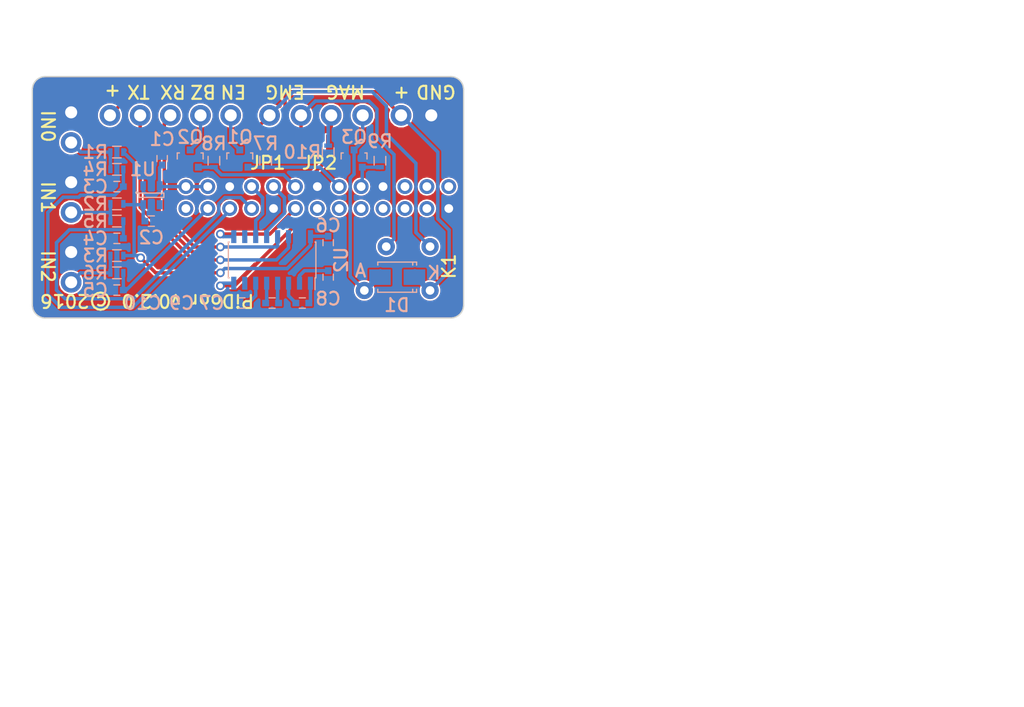
<source format=kicad_pcb>
(kicad_pcb (version 4) (host pcbnew 4.0.2+dfsg1-stable)

  (general
    (links 80)
    (no_connects 0)
    (area 124.049999 106.325 242.964763 187.88)
    (thickness 1.6)
    (drawings 65)
    (tracks 206)
    (zones 0)
    (modules 36)
    (nets 31)
  )

  (page A3)
  (title_block
    (title PiDoor)
    (date 2016-09-29)
    (rev 0.2.0)
    (company "©2016 Wirehive ltd, CC BY-SA ")
  )

  (layers
    (0 F.Cu signal)
    (31 B.Cu signal)
    (32 B.Adhes user)
    (33 F.Adhes user)
    (34 B.Paste user)
    (35 F.Paste user)
    (36 B.SilkS user)
    (37 F.SilkS user)
    (38 B.Mask user)
    (39 F.Mask user)
    (40 Dwgs.User user)
    (41 Cmts.User user)
    (42 Eco1.User user)
    (43 Eco2.User user)
    (44 Edge.Cuts user)
  )

  (setup
    (last_trace_width 0.4)
    (user_trace_width 1)
    (user_trace_width 2)
    (user_trace_width 3)
    (trace_clearance 0.2)
    (zone_clearance 0)
    (zone_45_only no)
    (trace_min 0.1524)
    (segment_width 0.15)
    (edge_width 0.15)
    (via_size 1)
    (via_drill 0.6)
    (via_min_size 0.8)
    (via_min_drill 0.5)
    (uvia_size 0.5)
    (uvia_drill 0.1)
    (uvias_allowed no)
    (uvia_min_size 0.5)
    (uvia_min_drill 0.1)
    (pcb_text_width 0.3)
    (pcb_text_size 1 1)
    (mod_edge_width 0.15)
    (mod_text_size 1.5 1.5)
    (mod_text_width 0.25)
    (pad_size 1 1)
    (pad_drill 0.6)
    (pad_to_mask_clearance 0)
    (aux_axis_origin 143.5 181)
    (grid_origin 145.8 127.76)
    (visible_elements 7FFFFFFF)
    (pcbplotparams
      (layerselection 0x010ff_80000001)
      (usegerberextensions true)
      (excludeedgelayer true)
      (linewidth 0.150000)
      (plotframeref false)
      (viasonmask false)
      (mode 1)
      (useauxorigin false)
      (hpglpennumber 1)
      (hpglpenspeed 20)
      (hpglpendiameter 15)
      (hpglpenoverlay 2)
      (psnegative false)
      (psa4output false)
      (plotreference true)
      (plotvalue false)
      (plotinvisibletext false)
      (padsonsilk false)
      (subtractmaskfromsilk true)
      (outputformat 1)
      (mirror false)
      (drillshape 0)
      (scaleselection 1)
      (outputdirectory out/))
  )

  (net 0 "")
  (net 1 +5V)
  (net 2 GND)
  (net 3 +3V3)
  (net 4 +12V)
  (net 5 "Net-(P3-Pad2)")
  (net 6 "Net-(P4-Pad2)")
  (net 7 "Net-(P5-Pad2)")
  (net 8 "Net-(P6-Pad2)")
  (net 9 "Net-(P6-Pad1)")
  (net 10 "Net-(C7-Pad1)")
  (net 11 "Net-(C7-Pad2)")
  (net 12 "Net-(C8-Pad2)")
  (net 13 "Net-(C9-Pad1)")
  (net 14 "Net-(C9-Pad2)")
  (net 15 "Net-(C10-Pad2)")
  (net 16 /TXD)
  (net 17 /RXD)
  (net 18 /EIA-RX)
  (net 19 /EIA-TX)
  (net 20 /IN0)
  (net 21 /IN1)
  (net 22 /IN2)
  (net 23 /EMG)
  (net 24 /BUZZER)
  (net 25 /EN_READ)
  (net 26 /MAG)
  (net 27 /12_EMG)
  (net 28 "Net-(JP1-Pad1)")
  (net 29 "Net-(JP2-Pad1)")
  (net 30 "Net-(D1-Pad2)")

  (net_class Default "This is the default net class."
    (clearance 0.2)
    (trace_width 0.4)
    (via_dia 1)
    (via_drill 0.6)
    (uvia_dia 0.5)
    (uvia_drill 0.1)
    (add_net +12V)
    (add_net +3V3)
    (add_net +5V)
    (add_net /12_EMG)
    (add_net /BUZZER)
    (add_net /EIA-RX)
    (add_net /EIA-TX)
    (add_net /EMG)
    (add_net /EN_READ)
    (add_net /IN0)
    (add_net /IN1)
    (add_net /IN2)
    (add_net /MAG)
    (add_net /RXD)
    (add_net /TXD)
    (add_net GND)
    (add_net "Net-(C10-Pad2)")
    (add_net "Net-(C7-Pad1)")
    (add_net "Net-(C7-Pad2)")
    (add_net "Net-(C8-Pad2)")
    (add_net "Net-(C9-Pad1)")
    (add_net "Net-(C9-Pad2)")
    (add_net "Net-(D1-Pad2)")
    (add_net "Net-(JP1-Pad1)")
    (add_net "Net-(JP2-Pad1)")
    (add_net "Net-(P3-Pad2)")
    (add_net "Net-(P4-Pad2)")
    (add_net "Net-(P5-Pad2)")
    (add_net "Net-(P6-Pad1)")
    (add_net "Net-(P6-Pad2)")
  )

  (net_class Power ""
    (clearance 0.2)
    (trace_width 1)
    (via_dia 1)
    (via_drill 0.7)
    (uvia_dia 0.5)
    (uvia_drill 0.1)
  )

  (module Socket_Strips:Socket_Strip_Straight_2x13 (layer B.Cu) (tedit 57ED018A) (tstamp 57ED68F6)
    (at 145.8 130.3)
    (descr "Through hole socket strip")
    (tags "socket strip")
    (path /57EE4231)
    (fp_text reference P1 (at 0 2.46) (layer B.SilkS) hide
      (effects (font (size 1.5 1.5) (thickness 0.25)) (justify mirror))
    )
    (fp_text value CONN_02X13 (at 0 3.1) (layer B.Fab)
      (effects (font (size 1.5 1.5) (thickness 0.25)) (justify mirror))
    )
    (fp_line (start -1.75 1.75) (end -1.75 -4.3) (layer B.CrtYd) (width 0.05))
    (fp_line (start 32.25 1.75) (end 32.25 -4.3) (layer B.CrtYd) (width 0.05))
    (fp_line (start -1.75 1.75) (end 32.25 1.75) (layer B.CrtYd) (width 0.05))
    (fp_line (start -1.75 -4.3) (end 32.25 -4.3) (layer B.CrtYd) (width 0.05))
    (pad 1 thru_hole oval (at 0 0) (size 1.7272 1.7272) (drill 1.016) (layers *.Cu *.Mask))
    (pad 2 thru_hole oval (at 0 -2.54) (size 1.7272 1.7272) (drill 1.016) (layers *.Cu *.Mask)
      (net 1 +5V))
    (pad 3 thru_hole oval (at 2.54 0) (size 1.7272 1.7272) (drill 1.016) (layers *.Cu *.Mask)
      (net 22 /IN2))
    (pad 4 thru_hole oval (at 2.54 -2.54) (size 1.7272 1.7272) (drill 1.016) (layers *.Cu *.Mask)
      (net 1 +5V))
    (pad 5 thru_hole oval (at 5.08 0) (size 1.7272 1.7272) (drill 1.016) (layers *.Cu *.Mask)
      (net 20 /IN0))
    (pad 6 thru_hole oval (at 5.08 -2.54) (size 1.7272 1.7272) (drill 1.016) (layers *.Cu *.Mask)
      (net 2 GND))
    (pad 7 thru_hole oval (at 7.62 0) (size 1.7272 1.7272) (drill 1.016) (layers *.Cu *.Mask)
      (net 21 /IN1))
    (pad 8 thru_hole oval (at 7.62 -2.54) (size 1.7272 1.7272) (drill 1.016) (layers *.Cu *.Mask)
      (net 16 /TXD))
    (pad 9 thru_hole oval (at 10.16 0) (size 1.7272 1.7272) (drill 1.016) (layers *.Cu *.Mask)
      (net 2 GND))
    (pad 10 thru_hole oval (at 10.16 -2.54) (size 1.7272 1.7272) (drill 1.016) (layers *.Cu *.Mask)
      (net 17 /RXD))
    (pad 11 thru_hole oval (at 12.7 0) (size 1.7272 1.7272) (drill 1.016) (layers *.Cu *.Mask)
      (net 23 /EMG))
    (pad 12 thru_hole oval (at 12.7 -2.54) (size 1.7272 1.7272) (drill 1.016) (layers *.Cu *.Mask)
      (net 24 /BUZZER))
    (pad 13 thru_hole oval (at 15.24 0) (size 1.7272 1.7272) (drill 1.016) (layers *.Cu *.Mask))
    (pad 14 thru_hole oval (at 15.24 -2.54) (size 1.7272 1.7272) (drill 1.016) (layers *.Cu *.Mask)
      (net 2 GND))
    (pad 15 thru_hole oval (at 17.78 0) (size 1.7272 1.7272) (drill 1.016) (layers *.Cu *.Mask))
    (pad 16 thru_hole oval (at 17.78 -2.54) (size 1.7272 1.7272) (drill 1.016) (layers *.Cu *.Mask)
      (net 25 /EN_READ))
    (pad 17 thru_hole oval (at 20.32 0) (size 1.7272 1.7272) (drill 1.016) (layers *.Cu *.Mask))
    (pad 18 thru_hole oval (at 20.32 -2.54) (size 1.7272 1.7272) (drill 1.016) (layers *.Cu *.Mask)
      (net 26 /MAG))
    (pad 19 thru_hole oval (at 22.86 0) (size 1.7272 1.7272) (drill 1.016) (layers *.Cu *.Mask))
    (pad 20 thru_hole oval (at 22.86 -2.54) (size 1.7272 1.7272) (drill 1.016) (layers *.Cu *.Mask)
      (net 2 GND))
    (pad 21 thru_hole oval (at 25.4 0) (size 1.7272 1.7272) (drill 1.016) (layers *.Cu *.Mask))
    (pad 22 thru_hole oval (at 25.4 -2.54) (size 1.7272 1.7272) (drill 1.016) (layers *.Cu *.Mask))
    (pad 23 thru_hole oval (at 27.94 0) (size 1.7272 1.7272) (drill 1.016) (layers *.Cu *.Mask))
    (pad 24 thru_hole oval (at 27.94 -2.54) (size 1.7272 1.7272) (drill 1.016) (layers *.Cu *.Mask))
    (pad 25 thru_hole oval (at 30.48 0) (size 1.7272 1.7272) (drill 1.016) (layers *.Cu *.Mask)
      (net 2 GND))
    (pad 26 thru_hole oval (at 30.48 -2.54) (size 1.7272 1.7272) (drill 1.016) (layers *.Cu *.Mask))
    (model Socket_Strips.3dshapes/Socket_Strip_Straight_2x13.wrl
      (at (xyz 0.6 -0.05 0))
      (scale (xyz 1 1 1))
      (rotate (xyz 0 0 180))
    )
  )

  (module Resistors_SMD:R_0603 (layer B.Cu) (tedit 57ED03AA) (tstamp 57ED2787)
    (at 162.3 123.76 270)
    (descr "Resistor SMD 0603, reflow soldering, Vishay (see dcrcw.pdf)")
    (tags "resistor 0603")
    (path /57ED141B)
    (attr smd)
    (fp_text reference R10 (at 0 3 360) (layer B.SilkS)
      (effects (font (size 1.5 1.5) (thickness 0.25)) (justify mirror))
    )
    (fp_text value 4k7 (at 0 -1.9 270) (layer B.Fab)
      (effects (font (size 1.5 1.5) (thickness 0.25)) (justify mirror))
    )
    (fp_line (start -1.3 0.8) (end 1.3 0.8) (layer B.CrtYd) (width 0.05))
    (fp_line (start -1.3 -0.8) (end 1.3 -0.8) (layer B.CrtYd) (width 0.05))
    (fp_line (start -1.3 0.8) (end -1.3 -0.8) (layer B.CrtYd) (width 0.05))
    (fp_line (start 1.3 0.8) (end 1.3 -0.8) (layer B.CrtYd) (width 0.05))
    (fp_line (start 0.5 -0.675) (end -0.5 -0.675) (layer B.SilkS) (width 0.15))
    (fp_line (start -0.5 0.675) (end 0.5 0.675) (layer B.SilkS) (width 0.15))
    (pad 1 smd rect (at -0.75 0 270) (size 0.5 0.9) (layers B.Cu B.Paste B.Mask)
      (net 27 /12_EMG))
    (pad 2 smd rect (at 0.75 0 270) (size 0.5 0.9) (layers B.Cu B.Paste B.Mask)
      (net 2 GND))
    (model Resistors_SMD.3dshapes/R_0603.wrl
      (at (xyz 0 0 0))
      (scale (xyz 1 1 1))
      (rotate (xyz 0 0 0))
    )
  )

  (module pidoor:3_5mm_terminal_1x02 (layer B.Cu) (tedit 57ED01B8) (tstamp 57EBDF97)
    (at 172.5 119.5 90)
    (descr "2x3.5mm Terminal")
    (tags "Terminal Block")
    (path /57EB79BD)
    (fp_text reference P2 (at 2.5 0 360) (layer Dwgs.User)
      (effects (font (size 1.5 1.5) (thickness 0.25)))
    )
    (fp_text value PWR (at 5.75 -0.25 180) (layer Cmts.User)
      (effects (font (size 1.5 1.5) (thickness 0.25)))
    )
    (fp_line (start -1.2 -4.05) (end 8 -4.05) (layer Dwgs.User) (width 0.5))
    (fp_line (start -1.2 4.05) (end 8 4.05) (layer Dwgs.User) (width 0.5))
    (pad 1 thru_hole circle (at 0 1.75 90) (size 2.4 2.4) (drill 1.4) (layers *.Cu *.Mask)
      (net 2 GND))
    (pad 2 thru_hole circle (at 0 -1.75 90) (size 2.4 2.4) (drill 1.4) (layers *.Cu *.Mask)
      (net 4 +12V))
    (model Terminal_Blocks.3dshapes/Pheonix_PT-2-3.5mm.wrl
      (at (xyz 0 -0.06900000000000001 0))
      (scale (xyz 1 1 1))
      (rotate (xyz 0 0 -90))
    )
  )

  (module pidoor:3_5mm_terminal_1x02 (layer B.Cu) (tedit 57ED01F3) (tstamp 57EBDFA9)
    (at 132.5 137.1 180)
    (descr "2x3.5mm Terminal")
    (tags "Terminal Block")
    (path /57EB93DB)
    (fp_text reference P5 (at 2.5 0 450) (layer Dwgs.User)
      (effects (font (size 1.5 1.5) (thickness 0.25)))
    )
    (fp_text value IN2 (at 5.75 -0.15 270) (layer Cmts.User)
      (effects (font (size 1.5 1.5) (thickness 0.25)))
    )
    (fp_line (start -1.2 -4.05) (end 8 -4.05) (layer Dwgs.User) (width 0.5))
    (fp_line (start -1.2 4.05) (end 8 4.05) (layer Dwgs.User) (width 0.5))
    (pad 1 thru_hole circle (at 0 1.75 180) (size 2.4 2.4) (drill 1.4) (layers *.Cu *.Mask)
      (net 2 GND))
    (pad 2 thru_hole circle (at 0 -1.75 180) (size 2.4 2.4) (drill 1.4) (layers *.Cu *.Mask)
      (net 7 "Net-(P5-Pad2)"))
    (model Terminal_Blocks.3dshapes/Pheonix_PT-2-3.5mm.wrl
      (at (xyz 0 -0.06900000000000001 0))
      (scale (xyz 1 1 1))
      (rotate (xyz 0 0 -90))
    )
  )

  (module pidoor:3_5mm_terminal_1x02 (layer B.Cu) (tedit 57ED01F9) (tstamp 57EBDFA3)
    (at 132.5 129 180)
    (descr "2x3.5mm Terminal")
    (tags "Terminal Block")
    (path /57EB92E1)
    (fp_text reference P4 (at 2.5 0 450) (layer Dwgs.User)
      (effects (font (size 1.5 1.5) (thickness 0.25)))
    )
    (fp_text value IN1 (at 5.75 0.25 270) (layer Cmts.User)
      (effects (font (size 1.5 1.5) (thickness 0.25)))
    )
    (fp_line (start -1.2 -4.05) (end 8 -4.05) (layer Dwgs.User) (width 0.5))
    (fp_line (start -1.2 4.05) (end 8 4.05) (layer Dwgs.User) (width 0.5))
    (pad 1 thru_hole circle (at 0 1.75 180) (size 2.4 2.4) (drill 1.4) (layers *.Cu *.Mask)
      (net 2 GND))
    (pad 2 thru_hole circle (at 0 -1.75 180) (size 2.4 2.4) (drill 1.4) (layers *.Cu *.Mask)
      (net 6 "Net-(P4-Pad2)"))
    (model Terminal_Blocks.3dshapes/Pheonix_PT-2-3.5mm.wrl
      (at (xyz 0 -0.06900000000000001 0))
      (scale (xyz 1 1 1))
      (rotate (xyz 0 0 -90))
    )
  )

  (module pidoor:3_5mm_terminal_1x02 (layer B.Cu) (tedit 57ED01FE) (tstamp 57EBDF9D)
    (at 132.5 120.9 180)
    (descr "2x3.5mm Terminal")
    (tags "Terminal Block")
    (path /57EB85D0)
    (fp_text reference P3 (at 2.5 0 450) (layer Dwgs.User)
      (effects (font (size 1.5 1.5) (thickness 0.25)))
    )
    (fp_text value IN0 (at 5.75 0.15 270) (layer Cmts.User)
      (effects (font (size 1.5 1.5) (thickness 0.25)))
    )
    (fp_line (start -1.2 -4.05) (end 8 -4.05) (layer Dwgs.User) (width 0.5))
    (fp_line (start -1.2 4.05) (end 8 4.05) (layer Dwgs.User) (width 0.5))
    (pad 1 thru_hole circle (at 0 1.75 180) (size 2.4 2.4) (drill 1.4) (layers *.Cu *.Mask)
      (net 2 GND))
    (pad 2 thru_hole circle (at 0 -1.75 180) (size 2.4 2.4) (drill 1.4) (layers *.Cu *.Mask)
      (net 5 "Net-(P3-Pad2)"))
    (model Terminal_Blocks.3dshapes/Pheonix_PT-2-3.5mm.wrl
      (at (xyz 0 -0.06900000000000001 0))
      (scale (xyz 1 1 1))
      (rotate (xyz 0 0 -90))
    )
  )

  (module Capacitors_SMD:C_0603 (layer B.Cu) (tedit 57ECEECE) (tstamp 57ED2646)
    (at 143.05 124.51 90)
    (descr "Capacitor SMD 0603, reflow soldering, AVX (see smccp.pdf)")
    (tags "capacitor 0603")
    (path /57ECD9CB)
    (attr smd)
    (fp_text reference C1 (at 2.25 0 180) (layer B.SilkS)
      (effects (font (size 1.5 1.5) (thickness 0.25)) (justify mirror))
    )
    (fp_text value 1µ (at 0 -1.9 90) (layer B.Fab)
      (effects (font (size 1.5 1.5) (thickness 0.25)) (justify mirror))
    )
    (fp_line (start -1.45 0.75) (end 1.45 0.75) (layer B.CrtYd) (width 0.05))
    (fp_line (start -1.45 -0.75) (end 1.45 -0.75) (layer B.CrtYd) (width 0.05))
    (fp_line (start -1.45 0.75) (end -1.45 -0.75) (layer B.CrtYd) (width 0.05))
    (fp_line (start 1.45 0.75) (end 1.45 -0.75) (layer B.CrtYd) (width 0.05))
    (fp_line (start -0.35 0.6) (end 0.35 0.6) (layer B.SilkS) (width 0.15))
    (fp_line (start 0.35 -0.6) (end -0.35 -0.6) (layer B.SilkS) (width 0.15))
    (pad 1 smd rect (at -0.75 0 90) (size 0.8 0.75) (layers B.Cu B.Paste B.Mask)
      (net 1 +5V))
    (pad 2 smd rect (at 0.75 0 90) (size 0.8 0.75) (layers B.Cu B.Paste B.Mask)
      (net 2 GND))
    (model Capacitors_SMD.3dshapes/C_0603.wrl
      (at (xyz 0 0 0))
      (scale (xyz 1 1 1))
      (rotate (xyz 0 0 0))
    )
  )

  (module Capacitors_SMD:C_0603 (layer B.Cu) (tedit 5415D631) (tstamp 57ED2651)
    (at 141.8 131.76)
    (descr "Capacitor SMD 0603, reflow soldering, AVX (see smccp.pdf)")
    (tags "capacitor 0603")
    (path /57ECDAA8)
    (attr smd)
    (fp_text reference C2 (at 0 1.9) (layer B.SilkS)
      (effects (font (size 1.5 1.5) (thickness 0.25)) (justify mirror))
    )
    (fp_text value 1µ (at 0 -1.9) (layer B.Fab)
      (effects (font (size 1.5 1.5) (thickness 0.25)) (justify mirror))
    )
    (fp_line (start -1.45 0.75) (end 1.45 0.75) (layer B.CrtYd) (width 0.05))
    (fp_line (start -1.45 -0.75) (end 1.45 -0.75) (layer B.CrtYd) (width 0.05))
    (fp_line (start -1.45 0.75) (end -1.45 -0.75) (layer B.CrtYd) (width 0.05))
    (fp_line (start 1.45 0.75) (end 1.45 -0.75) (layer B.CrtYd) (width 0.05))
    (fp_line (start -0.35 0.6) (end 0.35 0.6) (layer B.SilkS) (width 0.15))
    (fp_line (start 0.35 -0.6) (end -0.35 -0.6) (layer B.SilkS) (width 0.15))
    (pad 1 smd rect (at -0.75 0) (size 0.8 0.75) (layers B.Cu B.Paste B.Mask)
      (net 3 +3V3))
    (pad 2 smd rect (at 0.75 0) (size 0.8 0.75) (layers B.Cu B.Paste B.Mask)
      (net 2 GND))
    (model Capacitors_SMD.3dshapes/C_0603.wrl
      (at (xyz 0 0 0))
      (scale (xyz 1 1 1))
      (rotate (xyz 0 0 0))
    )
  )

  (module Capacitors_SMD:C_0603 (layer B.Cu) (tedit 57ECEBB1) (tstamp 57ED265C)
    (at 137.8 127.76 180)
    (descr "Capacitor SMD 0603, reflow soldering, AVX (see smccp.pdf)")
    (tags "capacitor 0603")
    (path /57EB8BFC)
    (attr smd)
    (fp_text reference C3 (at 2.5 0 180) (layer B.SilkS)
      (effects (font (size 1.5 1.5) (thickness 0.25)) (justify mirror))
    )
    (fp_text value 1µ (at 0 -1.9 180) (layer B.Fab)
      (effects (font (size 1.5 1.5) (thickness 0.25)) (justify mirror))
    )
    (fp_line (start -1.45 0.75) (end 1.45 0.75) (layer B.CrtYd) (width 0.05))
    (fp_line (start -1.45 -0.75) (end 1.45 -0.75) (layer B.CrtYd) (width 0.05))
    (fp_line (start -1.45 0.75) (end -1.45 -0.75) (layer B.CrtYd) (width 0.05))
    (fp_line (start 1.45 0.75) (end 1.45 -0.75) (layer B.CrtYd) (width 0.05))
    (fp_line (start -0.35 0.6) (end 0.35 0.6) (layer B.SilkS) (width 0.15))
    (fp_line (start 0.35 -0.6) (end -0.35 -0.6) (layer B.SilkS) (width 0.15))
    (pad 1 smd rect (at -0.75 0 180) (size 0.8 0.75) (layers B.Cu B.Paste B.Mask)
      (net 20 /IN0))
    (pad 2 smd rect (at 0.75 0 180) (size 0.8 0.75) (layers B.Cu B.Paste B.Mask)
      (net 2 GND))
    (model Capacitors_SMD.3dshapes/C_0603.wrl
      (at (xyz 0 0 0))
      (scale (xyz 1 1 1))
      (rotate (xyz 0 0 0))
    )
  )

  (module Capacitors_SMD:C_0603 (layer B.Cu) (tedit 57ECEBBA) (tstamp 57ED2667)
    (at 137.8 133.76 180)
    (descr "Capacitor SMD 0603, reflow soldering, AVX (see smccp.pdf)")
    (tags "capacitor 0603")
    (path /57EB92F3)
    (attr smd)
    (fp_text reference C4 (at 2.5 0 180) (layer B.SilkS)
      (effects (font (size 1.5 1.5) (thickness 0.25)) (justify mirror))
    )
    (fp_text value 1µ (at 0 -1.9 180) (layer B.Fab)
      (effects (font (size 1.5 1.5) (thickness 0.25)) (justify mirror))
    )
    (fp_line (start -1.45 0.75) (end 1.45 0.75) (layer B.CrtYd) (width 0.05))
    (fp_line (start -1.45 -0.75) (end 1.45 -0.75) (layer B.CrtYd) (width 0.05))
    (fp_line (start -1.45 0.75) (end -1.45 -0.75) (layer B.CrtYd) (width 0.05))
    (fp_line (start 1.45 0.75) (end 1.45 -0.75) (layer B.CrtYd) (width 0.05))
    (fp_line (start -0.35 0.6) (end 0.35 0.6) (layer B.SilkS) (width 0.15))
    (fp_line (start 0.35 -0.6) (end -0.35 -0.6) (layer B.SilkS) (width 0.15))
    (pad 1 smd rect (at -0.75 0 180) (size 0.8 0.75) (layers B.Cu B.Paste B.Mask)
      (net 21 /IN1))
    (pad 2 smd rect (at 0.75 0 180) (size 0.8 0.75) (layers B.Cu B.Paste B.Mask)
      (net 2 GND))
    (model Capacitors_SMD.3dshapes/C_0603.wrl
      (at (xyz 0 0 0))
      (scale (xyz 1 1 1))
      (rotate (xyz 0 0 0))
    )
  )

  (module Capacitors_SMD:C_0603 (layer B.Cu) (tedit 57ECEBBD) (tstamp 57ED2672)
    (at 137.8 139.76 180)
    (descr "Capacitor SMD 0603, reflow soldering, AVX (see smccp.pdf)")
    (tags "capacitor 0603")
    (path /57EB93ED)
    (attr smd)
    (fp_text reference C5 (at 2.5 0 180) (layer B.SilkS)
      (effects (font (size 1.5 1.5) (thickness 0.25)) (justify mirror))
    )
    (fp_text value 1µ (at 0 -1.9 180) (layer B.Fab)
      (effects (font (size 1.5 1.5) (thickness 0.25)) (justify mirror))
    )
    (fp_line (start -1.45 0.75) (end 1.45 0.75) (layer B.CrtYd) (width 0.05))
    (fp_line (start -1.45 -0.75) (end 1.45 -0.75) (layer B.CrtYd) (width 0.05))
    (fp_line (start -1.45 0.75) (end -1.45 -0.75) (layer B.CrtYd) (width 0.05))
    (fp_line (start 1.45 0.75) (end 1.45 -0.75) (layer B.CrtYd) (width 0.05))
    (fp_line (start -0.35 0.6) (end 0.35 0.6) (layer B.SilkS) (width 0.15))
    (fp_line (start 0.35 -0.6) (end -0.35 -0.6) (layer B.SilkS) (width 0.15))
    (pad 1 smd rect (at -0.75 0 180) (size 0.8 0.75) (layers B.Cu B.Paste B.Mask)
      (net 22 /IN2))
    (pad 2 smd rect (at 0.75 0 180) (size 0.8 0.75) (layers B.Cu B.Paste B.Mask)
      (net 2 GND))
    (model Capacitors_SMD.3dshapes/C_0603.wrl
      (at (xyz 0 0 0))
      (scale (xyz 1 1 1))
      (rotate (xyz 0 0 0))
    )
  )

  (module Capacitors_SMD:C_0603 (layer B.Cu) (tedit 57ED0252) (tstamp 57ED267D)
    (at 162.3 134.26 90)
    (descr "Capacitor SMD 0603, reflow soldering, AVX (see smccp.pdf)")
    (tags "capacitor 0603")
    (path /57EC2488)
    (attr smd)
    (fp_text reference C6 (at 2 0 180) (layer B.SilkS)
      (effects (font (size 1.5 1.5) (thickness 0.25)) (justify mirror))
    )
    (fp_text value 1µ (at 0 -1.9 90) (layer B.Fab)
      (effects (font (size 1.5 1.5) (thickness 0.25)) (justify mirror))
    )
    (fp_line (start -1.45 0.75) (end 1.45 0.75) (layer B.CrtYd) (width 0.05))
    (fp_line (start -1.45 -0.75) (end 1.45 -0.75) (layer B.CrtYd) (width 0.05))
    (fp_line (start -1.45 0.75) (end -1.45 -0.75) (layer B.CrtYd) (width 0.05))
    (fp_line (start 1.45 0.75) (end 1.45 -0.75) (layer B.CrtYd) (width 0.05))
    (fp_line (start -0.35 0.6) (end 0.35 0.6) (layer B.SilkS) (width 0.15))
    (fp_line (start 0.35 -0.6) (end -0.35 -0.6) (layer B.SilkS) (width 0.15))
    (pad 1 smd rect (at -0.75 0 90) (size 0.8 0.75) (layers B.Cu B.Paste B.Mask)
      (net 2 GND))
    (pad 2 smd rect (at 0.75 0 90) (size 0.8 0.75) (layers B.Cu B.Paste B.Mask)
      (net 3 +3V3))
    (model Capacitors_SMD.3dshapes/C_0603.wrl
      (at (xyz 0 0 0))
      (scale (xyz 1 1 1))
      (rotate (xyz 0 0 0))
    )
  )

  (module Capacitors_SMD:C_0603 (layer B.Cu) (tedit 57F26809) (tstamp 57ED2688)
    (at 159.3 141.26 180)
    (descr "Capacitor SMD 0603, reflow soldering, AVX (see smccp.pdf)")
    (tags "capacitor 0603")
    (path /57EC1F33)
    (attr smd)
    (fp_text reference C7 (at 10.5 0 360) (layer B.SilkS)
      (effects (font (size 1.5 1.5) (thickness 0.25)) (justify mirror))
    )
    (fp_text value 1µ (at 0 -1.9 180) (layer B.Fab)
      (effects (font (size 1.5 1.5) (thickness 0.25)) (justify mirror))
    )
    (fp_line (start -1.45 0.75) (end 1.45 0.75) (layer B.CrtYd) (width 0.05))
    (fp_line (start -1.45 -0.75) (end 1.45 -0.75) (layer B.CrtYd) (width 0.05))
    (fp_line (start -1.45 0.75) (end -1.45 -0.75) (layer B.CrtYd) (width 0.05))
    (fp_line (start 1.45 0.75) (end 1.45 -0.75) (layer B.CrtYd) (width 0.05))
    (fp_line (start -0.35 0.6) (end 0.35 0.6) (layer B.SilkS) (width 0.15))
    (fp_line (start 0.35 -0.6) (end -0.35 -0.6) (layer B.SilkS) (width 0.15))
    (pad 1 smd rect (at -0.75 0 180) (size 0.8 0.75) (layers B.Cu B.Paste B.Mask)
      (net 10 "Net-(C7-Pad1)"))
    (pad 2 smd rect (at 0.75 0 180) (size 0.8 0.75) (layers B.Cu B.Paste B.Mask)
      (net 11 "Net-(C7-Pad2)"))
    (model Capacitors_SMD.3dshapes/C_0603.wrl
      (at (xyz 0 0 0))
      (scale (xyz 1 1 1))
      (rotate (xyz 0 0 0))
    )
  )

  (module Capacitors_SMD:C_0603 (layer B.Cu) (tedit 57ED0254) (tstamp 57ED2693)
    (at 162.3 138.26 90)
    (descr "Capacitor SMD 0603, reflow soldering, AVX (see smccp.pdf)")
    (tags "capacitor 0603")
    (path /57EC27F6)
    (attr smd)
    (fp_text reference C8 (at -2.5 0 180) (layer B.SilkS)
      (effects (font (size 1.5 1.5) (thickness 0.25)) (justify mirror))
    )
    (fp_text value 1µ (at 0 -1.9 90) (layer B.Fab)
      (effects (font (size 1.5 1.5) (thickness 0.25)) (justify mirror))
    )
    (fp_line (start -1.45 0.75) (end 1.45 0.75) (layer B.CrtYd) (width 0.05))
    (fp_line (start -1.45 -0.75) (end 1.45 -0.75) (layer B.CrtYd) (width 0.05))
    (fp_line (start -1.45 0.75) (end -1.45 -0.75) (layer B.CrtYd) (width 0.05))
    (fp_line (start 1.45 0.75) (end 1.45 -0.75) (layer B.CrtYd) (width 0.05))
    (fp_line (start -0.35 0.6) (end 0.35 0.6) (layer B.SilkS) (width 0.15))
    (fp_line (start 0.35 -0.6) (end -0.35 -0.6) (layer B.SilkS) (width 0.15))
    (pad 1 smd rect (at -0.75 0 90) (size 0.8 0.75) (layers B.Cu B.Paste B.Mask)
      (net 2 GND))
    (pad 2 smd rect (at 0.75 0 90) (size 0.8 0.75) (layers B.Cu B.Paste B.Mask)
      (net 12 "Net-(C8-Pad2)"))
    (model Capacitors_SMD.3dshapes/C_0603.wrl
      (at (xyz 0 0 0))
      (scale (xyz 1 1 1))
      (rotate (xyz 0 0 0))
    )
  )

  (module Capacitors_SMD:C_0603 (layer B.Cu) (tedit 57F2680B) (tstamp 57ED269E)
    (at 155.8 141.26 180)
    (descr "Capacitor SMD 0603, reflow soldering, AVX (see smccp.pdf)")
    (tags "capacitor 0603")
    (path /57EC22B0)
    (attr smd)
    (fp_text reference C9 (at 10.5 0 360) (layer B.SilkS)
      (effects (font (size 1.5 1.5) (thickness 0.25)) (justify mirror))
    )
    (fp_text value 1µ (at 0 -1.9 180) (layer B.Fab)
      (effects (font (size 1.5 1.5) (thickness 0.25)) (justify mirror))
    )
    (fp_line (start -1.45 0.75) (end 1.45 0.75) (layer B.CrtYd) (width 0.05))
    (fp_line (start -1.45 -0.75) (end 1.45 -0.75) (layer B.CrtYd) (width 0.05))
    (fp_line (start -1.45 0.75) (end -1.45 -0.75) (layer B.CrtYd) (width 0.05))
    (fp_line (start 1.45 0.75) (end 1.45 -0.75) (layer B.CrtYd) (width 0.05))
    (fp_line (start -0.35 0.6) (end 0.35 0.6) (layer B.SilkS) (width 0.15))
    (fp_line (start 0.35 -0.6) (end -0.35 -0.6) (layer B.SilkS) (width 0.15))
    (pad 1 smd rect (at -0.75 0 180) (size 0.8 0.75) (layers B.Cu B.Paste B.Mask)
      (net 13 "Net-(C9-Pad1)"))
    (pad 2 smd rect (at 0.75 0 180) (size 0.8 0.75) (layers B.Cu B.Paste B.Mask)
      (net 14 "Net-(C9-Pad2)"))
    (model Capacitors_SMD.3dshapes/C_0603.wrl
      (at (xyz 0 0 0))
      (scale (xyz 1 1 1))
      (rotate (xyz 0 0 0))
    )
  )

  (module Capacitors_SMD:C_0603 (layer B.Cu) (tedit 57F2680D) (tstamp 57ED26A9)
    (at 152.3 141.26)
    (descr "Capacitor SMD 0603, reflow soldering, AVX (see smccp.pdf)")
    (tags "capacitor 0603")
    (path /57EC2949)
    (attr smd)
    (fp_text reference C10 (at -11.5 0) (layer B.SilkS)
      (effects (font (size 1.5 1.5) (thickness 0.25)) (justify mirror))
    )
    (fp_text value 1µ (at 0 -1.9) (layer B.Fab)
      (effects (font (size 1.5 1.5) (thickness 0.25)) (justify mirror))
    )
    (fp_line (start -1.45 0.75) (end 1.45 0.75) (layer B.CrtYd) (width 0.05))
    (fp_line (start -1.45 -0.75) (end 1.45 -0.75) (layer B.CrtYd) (width 0.05))
    (fp_line (start -1.45 0.75) (end -1.45 -0.75) (layer B.CrtYd) (width 0.05))
    (fp_line (start 1.45 0.75) (end 1.45 -0.75) (layer B.CrtYd) (width 0.05))
    (fp_line (start -0.35 0.6) (end 0.35 0.6) (layer B.SilkS) (width 0.15))
    (fp_line (start 0.35 -0.6) (end -0.35 -0.6) (layer B.SilkS) (width 0.15))
    (pad 1 smd rect (at -0.75 0) (size 0.8 0.75) (layers B.Cu B.Paste B.Mask)
      (net 2 GND))
    (pad 2 smd rect (at 0.75 0) (size 0.8 0.75) (layers B.Cu B.Paste B.Mask)
      (net 15 "Net-(C10-Pad2)"))
    (model Capacitors_SMD.3dshapes/C_0603.wrl
      (at (xyz 0 0 0))
      (scale (xyz 1 1 1))
      (rotate (xyz 0 0 0))
    )
  )

  (module pidoor:3_5mm_terminal_1x05 (layer B.Cu) (tedit 57ED01D6) (tstamp 57ED26E4)
    (at 144 119.5 90)
    (descr "2x3.5mm Terminal")
    (tags "Terminal Block")
    (path /57EBB4E1)
    (fp_text reference P6 (at 2.5 0 360) (layer Dwgs.User)
      (effects (font (size 1.5 1.5) (thickness 0.25)))
    )
    (fp_text value READER (at 6.24 -0.2 180) (layer Cmts.User)
      (effects (font (size 1.5 1.5) (thickness 0.25)))
    )
    (fp_line (start -1.2 -9.3) (end 8 -9.3) (layer Dwgs.User) (width 0.5))
    (fp_line (start -1.2 9.3) (end 8 9.3) (layer Dwgs.User) (width 0.5))
    (pad 5 thru_hole circle (at 0 -7 90) (size 2.4 2.4) (drill 1.4) (layers *.Cu *.Mask)
      (net 4 +12V))
    (pad 1 thru_hole circle (at 0 7 90) (size 2.4 2.4) (drill 1.4) (layers *.Cu *.Mask)
      (net 9 "Net-(P6-Pad1)"))
    (pad 4 thru_hole circle (at 0 -3.5 90) (size 2.4 2.4) (drill 1.4) (layers *.Cu *.Mask)
      (net 19 /EIA-TX))
    (pad 2 thru_hole circle (at 0 3.5 90) (size 2.4 2.4) (drill 1.4) (layers *.Cu *.Mask)
      (net 8 "Net-(P6-Pad2)"))
    (pad 3 thru_hole circle (at 0 0 90) (size 2.4 2.4) (drill 1.4) (layers *.Cu *.Mask)
      (net 18 /EIA-RX))
    (model Terminal_Blocks.3dshapes/Pheonix_PT-5-3.5mm.wrl
      (at (xyz 0.025 0 0))
      (scale (xyz 1 1 1))
      (rotate (xyz 0 0 -90))
    )
  )

  (module pidoor:3_5mm_terminal_1x04 (layer B.Cu) (tedit 57ED01EA) (tstamp 57ED26EE)
    (at 160.9 119.5 90)
    (descr "2x3.5mm Terminal")
    (tags "Terminal Block")
    (path /57EBD5E8)
    (fp_text reference P7 (at 2.5 0 360) (layer Dwgs.User)
      (effects (font (size 1.5 1.5) (thickness 0.25)))
    )
    (fp_text value MAG (at 6.24 0.9 180) (layer Cmts.User)
      (effects (font (size 1.5 1.5) (thickness 0.25)))
    )
    (fp_line (start -1.2 -7.55) (end 8 -7.55) (layer Dwgs.User) (width 0.5))
    (fp_line (start -1.2 7.55) (end 8 7.55) (layer Dwgs.User) (width 0.5))
    (pad 1 thru_hole circle (at 0 5.4 90) (size 2.4 2.4) (drill 1.4) (layers *.Cu *.Mask)
      (net 30 "Net-(D1-Pad2)"))
    (pad 4 thru_hole circle (at 0 -5.4 90) (size 2.4 2.4) (drill 1.4) (layers *.Cu *.Mask)
      (net 28 "Net-(JP1-Pad1)"))
    (pad 2 thru_hole circle (at 0 1.75 90) (size 2.4 2.4) (drill 1.4) (layers *.Cu *.Mask)
      (net 27 /12_EMG))
    (pad 3 thru_hole circle (at 0 -1.75 90) (size 2.4 2.4) (drill 1.4) (layers *.Cu *.Mask)
      (net 29 "Net-(JP2-Pad1)"))
    (model Terminal_Blocks.3dshapes/Pheonix_PT-4-3.5mm.wrl
      (at (xyz 0.025 0 0))
      (scale (xyz 1 1 1))
      (rotate (xyz 0 0 -90))
    )
  )

  (module TO_SOT_Packages_SMD:SOT-23 (layer B.Cu) (tedit 57F267DC) (tstamp 57ED26F7)
    (at 152.05 124.51 180)
    (descr "SOT-23, Standard")
    (tags SOT-23)
    (path /57EBBC6C)
    (attr smd)
    (fp_text reference Q1 (at 0 2.5 360) (layer B.SilkS)
      (effects (font (size 1.5 1.5) (thickness 0.25)) (justify mirror))
    )
    (fp_text value PMV16XN (at 0 -2.3 180) (layer B.Fab)
      (effects (font (size 1.5 1.5) (thickness 0.25)) (justify mirror))
    )
    (fp_line (start -1.65 1.6) (end 1.65 1.6) (layer B.CrtYd) (width 0.05))
    (fp_line (start 1.65 1.6) (end 1.65 -1.6) (layer B.CrtYd) (width 0.05))
    (fp_line (start 1.65 -1.6) (end -1.65 -1.6) (layer B.CrtYd) (width 0.05))
    (fp_line (start -1.65 -1.6) (end -1.65 1.6) (layer B.CrtYd) (width 0.05))
    (fp_line (start 1.29916 0.65024) (end 1.2509 0.65024) (layer B.SilkS) (width 0.15))
    (fp_line (start -1.49982 -0.0508) (end -1.49982 0.65024) (layer B.SilkS) (width 0.15))
    (fp_line (start -1.49982 0.65024) (end -1.2509 0.65024) (layer B.SilkS) (width 0.15))
    (fp_line (start 1.29916 0.65024) (end 1.49982 0.65024) (layer B.SilkS) (width 0.15))
    (fp_line (start 1.49982 0.65024) (end 1.49982 -0.0508) (layer B.SilkS) (width 0.15))
    (pad 1 smd rect (at -0.95 -1.00076 180) (size 0.8001 0.8001) (layers B.Cu B.Paste B.Mask)
      (net 25 /EN_READ))
    (pad 2 smd rect (at 0.95 -1.00076 180) (size 0.8001 0.8001) (layers B.Cu B.Paste B.Mask)
      (net 2 GND))
    (pad 3 smd rect (at 0 0.99822 180) (size 0.8001 0.8001) (layers B.Cu B.Paste B.Mask)
      (net 9 "Net-(P6-Pad1)"))
    (model TO_SOT_Packages_SMD.3dshapes/SOT-23.wrl
      (at (xyz 0 0 0))
      (scale (xyz 1 1 1))
      (rotate (xyz 0 0 0))
    )
  )

  (module TO_SOT_Packages_SMD:SOT-23 (layer B.Cu) (tedit 57F267D7) (tstamp 57ED2706)
    (at 146.3 124.51 180)
    (descr "SOT-23, Standard")
    (tags SOT-23)
    (path /57EBF16F)
    (attr smd)
    (fp_text reference Q2 (at 0 2.5 180) (layer B.SilkS)
      (effects (font (size 1.5 1.5) (thickness 0.25)) (justify mirror))
    )
    (fp_text value PMV16XN (at 0 -2.3 180) (layer B.Fab)
      (effects (font (size 1.5 1.5) (thickness 0.25)) (justify mirror))
    )
    (fp_line (start -1.65 1.6) (end 1.65 1.6) (layer B.CrtYd) (width 0.05))
    (fp_line (start 1.65 1.6) (end 1.65 -1.6) (layer B.CrtYd) (width 0.05))
    (fp_line (start 1.65 -1.6) (end -1.65 -1.6) (layer B.CrtYd) (width 0.05))
    (fp_line (start -1.65 -1.6) (end -1.65 1.6) (layer B.CrtYd) (width 0.05))
    (fp_line (start 1.29916 0.65024) (end 1.2509 0.65024) (layer B.SilkS) (width 0.15))
    (fp_line (start -1.49982 -0.0508) (end -1.49982 0.65024) (layer B.SilkS) (width 0.15))
    (fp_line (start -1.49982 0.65024) (end -1.2509 0.65024) (layer B.SilkS) (width 0.15))
    (fp_line (start 1.29916 0.65024) (end 1.49982 0.65024) (layer B.SilkS) (width 0.15))
    (fp_line (start 1.49982 0.65024) (end 1.49982 -0.0508) (layer B.SilkS) (width 0.15))
    (pad 1 smd rect (at -0.95 -1.00076 180) (size 0.8001 0.8001) (layers B.Cu B.Paste B.Mask)
      (net 24 /BUZZER))
    (pad 2 smd rect (at 0.95 -1.00076 180) (size 0.8001 0.8001) (layers B.Cu B.Paste B.Mask)
      (net 2 GND))
    (pad 3 smd rect (at 0 0.99822 180) (size 0.8001 0.8001) (layers B.Cu B.Paste B.Mask)
      (net 8 "Net-(P6-Pad2)"))
    (model TO_SOT_Packages_SMD.3dshapes/SOT-23.wrl
      (at (xyz 0 0 0))
      (scale (xyz 1 1 1))
      (rotate (xyz 0 0 0))
    )
  )

  (module TO_SOT_Packages_SMD:SOT-23 (layer B.Cu) (tedit 57F267E1) (tstamp 57ED2715)
    (at 165.3 124.51 180)
    (descr "SOT-23, Standard")
    (tags SOT-23)
    (path /57EBE1CA)
    (attr smd)
    (fp_text reference Q3 (at 0 2.5 180) (layer B.SilkS)
      (effects (font (size 1.5 1.5) (thickness 0.25)) (justify mirror))
    )
    (fp_text value PMV16XN (at 0 -2.3 180) (layer B.Fab)
      (effects (font (size 1.5 1.5) (thickness 0.25)) (justify mirror))
    )
    (fp_line (start -1.65 1.6) (end 1.65 1.6) (layer B.CrtYd) (width 0.05))
    (fp_line (start 1.65 1.6) (end 1.65 -1.6) (layer B.CrtYd) (width 0.05))
    (fp_line (start 1.65 -1.6) (end -1.65 -1.6) (layer B.CrtYd) (width 0.05))
    (fp_line (start -1.65 -1.6) (end -1.65 1.6) (layer B.CrtYd) (width 0.05))
    (fp_line (start 1.29916 0.65024) (end 1.2509 0.65024) (layer B.SilkS) (width 0.15))
    (fp_line (start -1.49982 -0.0508) (end -1.49982 0.65024) (layer B.SilkS) (width 0.15))
    (fp_line (start -1.49982 0.65024) (end -1.2509 0.65024) (layer B.SilkS) (width 0.15))
    (fp_line (start 1.29916 0.65024) (end 1.49982 0.65024) (layer B.SilkS) (width 0.15))
    (fp_line (start 1.49982 0.65024) (end 1.49982 -0.0508) (layer B.SilkS) (width 0.15))
    (pad 1 smd rect (at -0.95 -1.00076 180) (size 0.8001 0.8001) (layers B.Cu B.Paste B.Mask)
      (net 26 /MAG))
    (pad 2 smd rect (at 0.95 -1.00076 180) (size 0.8001 0.8001) (layers B.Cu B.Paste B.Mask)
      (net 2 GND))
    (pad 3 smd rect (at 0 0.99822 180) (size 0.8001 0.8001) (layers B.Cu B.Paste B.Mask)
      (net 30 "Net-(D1-Pad2)"))
    (model TO_SOT_Packages_SMD.3dshapes/SOT-23.wrl
      (at (xyz 0 0 0))
      (scale (xyz 1 1 1))
      (rotate (xyz 0 0 0))
    )
  )

  (module Resistors_SMD:R_0603 (layer B.Cu) (tedit 57ECEBB4) (tstamp 57ED2724)
    (at 137.8 123.76 180)
    (descr "Resistor SMD 0603, reflow soldering, Vishay (see dcrcw.pdf)")
    (tags "resistor 0603")
    (path /57EB8F8C)
    (attr smd)
    (fp_text reference R1 (at 2.5 0 360) (layer B.SilkS)
      (effects (font (size 1.5 1.5) (thickness 0.25)) (justify mirror))
    )
    (fp_text value 4K7 (at 0 -1.9 180) (layer B.Fab)
      (effects (font (size 1.5 1.5) (thickness 0.25)) (justify mirror))
    )
    (fp_line (start -1.3 0.8) (end 1.3 0.8) (layer B.CrtYd) (width 0.05))
    (fp_line (start -1.3 -0.8) (end 1.3 -0.8) (layer B.CrtYd) (width 0.05))
    (fp_line (start -1.3 0.8) (end -1.3 -0.8) (layer B.CrtYd) (width 0.05))
    (fp_line (start 1.3 0.8) (end 1.3 -0.8) (layer B.CrtYd) (width 0.05))
    (fp_line (start 0.5 -0.675) (end -0.5 -0.675) (layer B.SilkS) (width 0.15))
    (fp_line (start -0.5 0.675) (end 0.5 0.675) (layer B.SilkS) (width 0.15))
    (pad 1 smd rect (at -0.75 0 180) (size 0.5 0.9) (layers B.Cu B.Paste B.Mask)
      (net 3 +3V3))
    (pad 2 smd rect (at 0.75 0 180) (size 0.5 0.9) (layers B.Cu B.Paste B.Mask)
      (net 5 "Net-(P3-Pad2)"))
    (model Resistors_SMD.3dshapes/R_0603.wrl
      (at (xyz 0 0 0))
      (scale (xyz 1 1 1))
      (rotate (xyz 0 0 0))
    )
  )

  (module Resistors_SMD:R_0603 (layer B.Cu) (tedit 57ECEBB5) (tstamp 57ED272F)
    (at 137.8 129.76 180)
    (descr "Resistor SMD 0603, reflow soldering, Vishay (see dcrcw.pdf)")
    (tags "resistor 0603")
    (path /57EB92FE)
    (attr smd)
    (fp_text reference R2 (at 2.5 0 180) (layer B.SilkS)
      (effects (font (size 1.5 1.5) (thickness 0.25)) (justify mirror))
    )
    (fp_text value 4K7 (at 0 -1.9 180) (layer B.Fab)
      (effects (font (size 1.5 1.5) (thickness 0.25)) (justify mirror))
    )
    (fp_line (start -1.3 0.8) (end 1.3 0.8) (layer B.CrtYd) (width 0.05))
    (fp_line (start -1.3 -0.8) (end 1.3 -0.8) (layer B.CrtYd) (width 0.05))
    (fp_line (start -1.3 0.8) (end -1.3 -0.8) (layer B.CrtYd) (width 0.05))
    (fp_line (start 1.3 0.8) (end 1.3 -0.8) (layer B.CrtYd) (width 0.05))
    (fp_line (start 0.5 -0.675) (end -0.5 -0.675) (layer B.SilkS) (width 0.15))
    (fp_line (start -0.5 0.675) (end 0.5 0.675) (layer B.SilkS) (width 0.15))
    (pad 1 smd rect (at -0.75 0 180) (size 0.5 0.9) (layers B.Cu B.Paste B.Mask)
      (net 3 +3V3))
    (pad 2 smd rect (at 0.75 0 180) (size 0.5 0.9) (layers B.Cu B.Paste B.Mask)
      (net 6 "Net-(P4-Pad2)"))
    (model Resistors_SMD.3dshapes/R_0603.wrl
      (at (xyz 0 0 0))
      (scale (xyz 1 1 1))
      (rotate (xyz 0 0 0))
    )
  )

  (module Resistors_SMD:R_0603 (layer B.Cu) (tedit 57ECEBBB) (tstamp 57ED273A)
    (at 137.8 135.76 180)
    (descr "Resistor SMD 0603, reflow soldering, Vishay (see dcrcw.pdf)")
    (tags "resistor 0603")
    (path /57EB93F8)
    (attr smd)
    (fp_text reference R3 (at 2.5 0 180) (layer B.SilkS)
      (effects (font (size 1.5 1.5) (thickness 0.25)) (justify mirror))
    )
    (fp_text value 4K7 (at 0 -1.9 180) (layer B.Fab)
      (effects (font (size 1.5 1.5) (thickness 0.25)) (justify mirror))
    )
    (fp_line (start -1.3 0.8) (end 1.3 0.8) (layer B.CrtYd) (width 0.05))
    (fp_line (start -1.3 -0.8) (end 1.3 -0.8) (layer B.CrtYd) (width 0.05))
    (fp_line (start -1.3 0.8) (end -1.3 -0.8) (layer B.CrtYd) (width 0.05))
    (fp_line (start 1.3 0.8) (end 1.3 -0.8) (layer B.CrtYd) (width 0.05))
    (fp_line (start 0.5 -0.675) (end -0.5 -0.675) (layer B.SilkS) (width 0.15))
    (fp_line (start -0.5 0.675) (end 0.5 0.675) (layer B.SilkS) (width 0.15))
    (pad 1 smd rect (at -0.75 0 180) (size 0.5 0.9) (layers B.Cu B.Paste B.Mask)
      (net 3 +3V3))
    (pad 2 smd rect (at 0.75 0 180) (size 0.5 0.9) (layers B.Cu B.Paste B.Mask)
      (net 7 "Net-(P5-Pad2)"))
    (model Resistors_SMD.3dshapes/R_0603.wrl
      (at (xyz 0 0 0))
      (scale (xyz 1 1 1))
      (rotate (xyz 0 0 0))
    )
  )

  (module Resistors_SMD:R_0603 (layer B.Cu) (tedit 57ECEBB3) (tstamp 57ED2745)
    (at 137.8 125.76 180)
    (descr "Resistor SMD 0603, reflow soldering, Vishay (see dcrcw.pdf)")
    (tags "resistor 0603")
    (path /57EB8BAF)
    (attr smd)
    (fp_text reference R4 (at 2.5 0 360) (layer B.SilkS)
      (effects (font (size 1.5 1.5) (thickness 0.25)) (justify mirror))
    )
    (fp_text value 4k7 (at 0 -1.9 180) (layer B.Fab)
      (effects (font (size 1.5 1.5) (thickness 0.25)) (justify mirror))
    )
    (fp_line (start -1.3 0.8) (end 1.3 0.8) (layer B.CrtYd) (width 0.05))
    (fp_line (start -1.3 -0.8) (end 1.3 -0.8) (layer B.CrtYd) (width 0.05))
    (fp_line (start -1.3 0.8) (end -1.3 -0.8) (layer B.CrtYd) (width 0.05))
    (fp_line (start 1.3 0.8) (end 1.3 -0.8) (layer B.CrtYd) (width 0.05))
    (fp_line (start 0.5 -0.675) (end -0.5 -0.675) (layer B.SilkS) (width 0.15))
    (fp_line (start -0.5 0.675) (end 0.5 0.675) (layer B.SilkS) (width 0.15))
    (pad 1 smd rect (at -0.75 0 180) (size 0.5 0.9) (layers B.Cu B.Paste B.Mask)
      (net 20 /IN0))
    (pad 2 smd rect (at 0.75 0 180) (size 0.5 0.9) (layers B.Cu B.Paste B.Mask)
      (net 5 "Net-(P3-Pad2)"))
    (model Resistors_SMD.3dshapes/R_0603.wrl
      (at (xyz 0 0 0))
      (scale (xyz 1 1 1))
      (rotate (xyz 0 0 0))
    )
  )

  (module Resistors_SMD:R_0603 (layer B.Cu) (tedit 57ECEBB6) (tstamp 57ED2750)
    (at 137.8 131.76 180)
    (descr "Resistor SMD 0603, reflow soldering, Vishay (see dcrcw.pdf)")
    (tags "resistor 0603")
    (path /57EB92ED)
    (attr smd)
    (fp_text reference R5 (at 2.5 0 180) (layer B.SilkS)
      (effects (font (size 1.5 1.5) (thickness 0.25)) (justify mirror))
    )
    (fp_text value 4k7 (at 0 -1.9 180) (layer B.Fab)
      (effects (font (size 1.5 1.5) (thickness 0.25)) (justify mirror))
    )
    (fp_line (start -1.3 0.8) (end 1.3 0.8) (layer B.CrtYd) (width 0.05))
    (fp_line (start -1.3 -0.8) (end 1.3 -0.8) (layer B.CrtYd) (width 0.05))
    (fp_line (start -1.3 0.8) (end -1.3 -0.8) (layer B.CrtYd) (width 0.05))
    (fp_line (start 1.3 0.8) (end 1.3 -0.8) (layer B.CrtYd) (width 0.05))
    (fp_line (start 0.5 -0.675) (end -0.5 -0.675) (layer B.SilkS) (width 0.15))
    (fp_line (start -0.5 0.675) (end 0.5 0.675) (layer B.SilkS) (width 0.15))
    (pad 1 smd rect (at -0.75 0 180) (size 0.5 0.9) (layers B.Cu B.Paste B.Mask)
      (net 21 /IN1))
    (pad 2 smd rect (at 0.75 0 180) (size 0.5 0.9) (layers B.Cu B.Paste B.Mask)
      (net 6 "Net-(P4-Pad2)"))
    (model Resistors_SMD.3dshapes/R_0603.wrl
      (at (xyz 0 0 0))
      (scale (xyz 1 1 1))
      (rotate (xyz 0 0 0))
    )
  )

  (module Resistors_SMD:R_0603 (layer B.Cu) (tedit 57ECEBBC) (tstamp 57ED275B)
    (at 137.8 137.76 180)
    (descr "Resistor SMD 0603, reflow soldering, Vishay (see dcrcw.pdf)")
    (tags "resistor 0603")
    (path /57EB93E7)
    (attr smd)
    (fp_text reference R6 (at 2.5 0 180) (layer B.SilkS)
      (effects (font (size 1.5 1.5) (thickness 0.25)) (justify mirror))
    )
    (fp_text value 4k7 (at 0 -1.9 180) (layer B.Fab)
      (effects (font (size 1.5 1.5) (thickness 0.25)) (justify mirror))
    )
    (fp_line (start -1.3 0.8) (end 1.3 0.8) (layer B.CrtYd) (width 0.05))
    (fp_line (start -1.3 -0.8) (end 1.3 -0.8) (layer B.CrtYd) (width 0.05))
    (fp_line (start -1.3 0.8) (end -1.3 -0.8) (layer B.CrtYd) (width 0.05))
    (fp_line (start 1.3 0.8) (end 1.3 -0.8) (layer B.CrtYd) (width 0.05))
    (fp_line (start 0.5 -0.675) (end -0.5 -0.675) (layer B.SilkS) (width 0.15))
    (fp_line (start -0.5 0.675) (end 0.5 0.675) (layer B.SilkS) (width 0.15))
    (pad 1 smd rect (at -0.75 0 180) (size 0.5 0.9) (layers B.Cu B.Paste B.Mask)
      (net 22 /IN2))
    (pad 2 smd rect (at 0.75 0 180) (size 0.5 0.9) (layers B.Cu B.Paste B.Mask)
      (net 7 "Net-(P5-Pad2)"))
    (model Resistors_SMD.3dshapes/R_0603.wrl
      (at (xyz 0 0 0))
      (scale (xyz 1 1 1))
      (rotate (xyz 0 0 0))
    )
  )

  (module Resistors_SMD:R_0603 (layer B.Cu) (tedit 57ECEECB) (tstamp 57ED2766)
    (at 155.05 124.76 90)
    (descr "Resistor SMD 0603, reflow soldering, Vishay (see dcrcw.pdf)")
    (tags "resistor 0603")
    (path /57EBC886)
    (attr smd)
    (fp_text reference R7 (at 2 0 180) (layer B.SilkS)
      (effects (font (size 1.5 1.5) (thickness 0.25)) (justify mirror))
    )
    (fp_text value 4k7 (at 0 -1.9 90) (layer B.Fab)
      (effects (font (size 1.5 1.5) (thickness 0.25)) (justify mirror))
    )
    (fp_line (start -1.3 0.8) (end 1.3 0.8) (layer B.CrtYd) (width 0.05))
    (fp_line (start -1.3 -0.8) (end 1.3 -0.8) (layer B.CrtYd) (width 0.05))
    (fp_line (start -1.3 0.8) (end -1.3 -0.8) (layer B.CrtYd) (width 0.05))
    (fp_line (start 1.3 0.8) (end 1.3 -0.8) (layer B.CrtYd) (width 0.05))
    (fp_line (start 0.5 -0.675) (end -0.5 -0.675) (layer B.SilkS) (width 0.15))
    (fp_line (start -0.5 0.675) (end 0.5 0.675) (layer B.SilkS) (width 0.15))
    (pad 1 smd rect (at -0.75 0 90) (size 0.5 0.9) (layers B.Cu B.Paste B.Mask)
      (net 25 /EN_READ))
    (pad 2 smd rect (at 0.75 0 90) (size 0.5 0.9) (layers B.Cu B.Paste B.Mask)
      (net 2 GND))
    (model Resistors_SMD.3dshapes/R_0603.wrl
      (at (xyz 0 0 0))
      (scale (xyz 1 1 1))
      (rotate (xyz 0 0 0))
    )
  )

  (module Resistors_SMD:R_0603 (layer B.Cu) (tedit 57ECEECC) (tstamp 57ED2771)
    (at 149.05 124.76 90)
    (descr "Resistor SMD 0603, reflow soldering, Vishay (see dcrcw.pdf)")
    (tags "resistor 0603")
    (path /57EBF176)
    (attr smd)
    (fp_text reference R8 (at 2 0 180) (layer B.SilkS)
      (effects (font (size 1.5 1.5) (thickness 0.25)) (justify mirror))
    )
    (fp_text value 4k7 (at 0 -1.9 90) (layer B.Fab)
      (effects (font (size 1.5 1.5) (thickness 0.25)) (justify mirror))
    )
    (fp_line (start -1.3 0.8) (end 1.3 0.8) (layer B.CrtYd) (width 0.05))
    (fp_line (start -1.3 -0.8) (end 1.3 -0.8) (layer B.CrtYd) (width 0.05))
    (fp_line (start -1.3 0.8) (end -1.3 -0.8) (layer B.CrtYd) (width 0.05))
    (fp_line (start 1.3 0.8) (end 1.3 -0.8) (layer B.CrtYd) (width 0.05))
    (fp_line (start 0.5 -0.675) (end -0.5 -0.675) (layer B.SilkS) (width 0.15))
    (fp_line (start -0.5 0.675) (end 0.5 0.675) (layer B.SilkS) (width 0.15))
    (pad 1 smd rect (at -0.75 0 90) (size 0.5 0.9) (layers B.Cu B.Paste B.Mask)
      (net 24 /BUZZER))
    (pad 2 smd rect (at 0.75 0 90) (size 0.5 0.9) (layers B.Cu B.Paste B.Mask)
      (net 2 GND))
    (model Resistors_SMD.3dshapes/R_0603.wrl
      (at (xyz 0 0 0))
      (scale (xyz 1 1 1))
      (rotate (xyz 0 0 0))
    )
  )

  (module Resistors_SMD:R_0603 (layer B.Cu) (tedit 57ECE85D) (tstamp 57ED277C)
    (at 168.3 124.76 90)
    (descr "Resistor SMD 0603, reflow soldering, Vishay (see dcrcw.pdf)")
    (tags "resistor 0603")
    (path /57EBE1D1)
    (attr smd)
    (fp_text reference R9 (at 2.25 0 180) (layer B.SilkS)
      (effects (font (size 1.5 1.5) (thickness 0.25)) (justify mirror))
    )
    (fp_text value 4k7 (at 0 -1.9 90) (layer B.Fab)
      (effects (font (size 1.5 1.5) (thickness 0.25)) (justify mirror))
    )
    (fp_line (start -1.3 0.8) (end 1.3 0.8) (layer B.CrtYd) (width 0.05))
    (fp_line (start -1.3 -0.8) (end 1.3 -0.8) (layer B.CrtYd) (width 0.05))
    (fp_line (start -1.3 0.8) (end -1.3 -0.8) (layer B.CrtYd) (width 0.05))
    (fp_line (start 1.3 0.8) (end 1.3 -0.8) (layer B.CrtYd) (width 0.05))
    (fp_line (start 0.5 -0.675) (end -0.5 -0.675) (layer B.SilkS) (width 0.15))
    (fp_line (start -0.5 0.675) (end 0.5 0.675) (layer B.SilkS) (width 0.15))
    (pad 1 smd rect (at -0.75 0 90) (size 0.5 0.9) (layers B.Cu B.Paste B.Mask)
      (net 26 /MAG))
    (pad 2 smd rect (at 0.75 0 90) (size 0.5 0.9) (layers B.Cu B.Paste B.Mask)
      (net 2 GND))
    (model Resistors_SMD.3dshapes/R_0603.wrl
      (at (xyz 0 0 0))
      (scale (xyz 1 1 1))
      (rotate (xyz 0 0 0))
    )
  )

  (module Housings_SOIC:SOIC-16_3.9x9.9mm_Pitch1.27mm (layer B.Cu) (tedit 57F26948) (tstamp 57ED27A3)
    (at 155.8 136.26 90)
    (descr "16-Lead Plastic Small Outline (SL) - Narrow, 3.90 mm Body [SOIC] (see Microchip Packaging Specification 00000049BS.pdf)")
    (tags "SOIC 1.27")
    (path /57EC1CED)
    (attr smd)
    (fp_text reference U2 (at 0 8 270) (layer B.SilkS)
      (effects (font (size 1.5 1.5) (thickness 0.25)) (justify mirror))
    )
    (fp_text value ST3232BDR (at 0 -6 90) (layer B.Fab)
      (effects (font (size 1.5 1.5) (thickness 0.25)) (justify mirror))
    )
    (fp_line (start -3.7 5.25) (end -3.7 -5.25) (layer B.CrtYd) (width 0.05))
    (fp_line (start 3.7 5.25) (end 3.7 -5.25) (layer B.CrtYd) (width 0.05))
    (fp_line (start -3.7 5.25) (end 3.7 5.25) (layer B.CrtYd) (width 0.05))
    (fp_line (start -3.7 -5.25) (end 3.7 -5.25) (layer B.CrtYd) (width 0.05))
    (fp_line (start -2.075 5.075) (end -2.075 4.97) (layer B.SilkS) (width 0.15))
    (fp_line (start 2.075 5.075) (end 2.075 4.97) (layer B.SilkS) (width 0.15))
    (fp_line (start 2.075 -5.075) (end 2.075 -4.97) (layer B.SilkS) (width 0.15))
    (fp_line (start -2.075 -5.075) (end -2.075 -4.97) (layer B.SilkS) (width 0.15))
    (fp_line (start -2.075 5.075) (end 2.075 5.075) (layer B.SilkS) (width 0.15))
    (fp_line (start -2.075 -5.075) (end 2.075 -5.075) (layer B.SilkS) (width 0.15))
    (fp_line (start -2.075 4.97) (end -3.45 4.97) (layer B.SilkS) (width 0.15))
    (pad 1 smd rect (at -2.7 4.445 90) (size 1.5 0.6) (layers B.Cu B.Paste B.Mask)
      (net 10 "Net-(C7-Pad1)"))
    (pad 2 smd rect (at -2.7 3.175 90) (size 1.5 0.6) (layers B.Cu B.Paste B.Mask)
      (net 12 "Net-(C8-Pad2)"))
    (pad 3 smd rect (at -2.7 1.905 90) (size 1.5 0.6) (layers B.Cu B.Paste B.Mask)
      (net 11 "Net-(C7-Pad2)"))
    (pad 4 smd rect (at -2.7 0.635 90) (size 1.5 0.6) (layers B.Cu B.Paste B.Mask)
      (net 13 "Net-(C9-Pad1)"))
    (pad 5 smd rect (at -2.7 -0.635 90) (size 1.5 0.6) (layers B.Cu B.Paste B.Mask)
      (net 14 "Net-(C9-Pad2)"))
    (pad 6 smd rect (at -2.7 -1.905 90) (size 1.5 0.6) (layers B.Cu B.Paste B.Mask)
      (net 15 "Net-(C10-Pad2)"))
    (pad 7 smd rect (at -2.7 -3.175 90) (size 1.5 0.6) (layers B.Cu B.Paste B.Mask))
    (pad 8 smd rect (at -2.7 -4.445 90) (size 1.5 0.6) (layers B.Cu B.Paste B.Mask)
      (net 27 /12_EMG))
    (pad 9 smd rect (at 2.7 -4.445 90) (size 1.5 0.6) (layers B.Cu B.Paste B.Mask)
      (net 23 /EMG))
    (pad 10 smd rect (at 2.7 -3.175 90) (size 1.5 0.6) (layers B.Cu B.Paste B.Mask))
    (pad 11 smd rect (at 2.7 -1.905 90) (size 1.5 0.6) (layers B.Cu B.Paste B.Mask)
      (net 16 /TXD))
    (pad 12 smd rect (at 2.7 -0.635 90) (size 1.5 0.6) (layers B.Cu B.Paste B.Mask)
      (net 17 /RXD))
    (pad 13 smd rect (at 2.7 0.635 90) (size 1.5 0.6) (layers B.Cu B.Paste B.Mask)
      (net 18 /EIA-RX))
    (pad 14 smd rect (at 2.7 1.905 90) (size 1.5 0.6) (layers B.Cu B.Paste B.Mask)
      (net 19 /EIA-TX))
    (pad 15 smd rect (at 2.7 3.175 90) (size 1.5 0.6) (layers B.Cu B.Paste B.Mask)
      (net 2 GND))
    (pad 16 smd rect (at 2.7 4.445 90) (size 1.5 0.6) (layers B.Cu B.Paste B.Mask)
      (net 3 +3V3))
    (model Housings_SOIC.3dshapes/SOIC-16_3.9x9.9mm_Pitch1.27mm.wrl
      (at (xyz 0 0 0))
      (scale (xyz 1 1 1))
      (rotate (xyz 0 0 0))
    )
  )

  (module pidoor:MIC5317 (layer B.Cu) (tedit 57ECEEBA) (tstamp 57ED8B7B)
    (at 141.8 128.76 270)
    (descr "5-pin SOT23 package")
    (tags SOT-23-5)
    (path /57EB80F8)
    (attr smd)
    (fp_text reference U1 (at -3 1 360) (layer B.SilkS)
      (effects (font (size 1.5 1.5) (thickness 0.25)) (justify mirror))
    )
    (fp_text value MIC5317-3.3YM5 (at -0.05 -2.35 270) (layer B.Fab)
      (effects (font (size 1.5 1.5) (thickness 0.25)) (justify mirror))
    )
    (fp_line (start -1.8 1.6) (end 1.8 1.6) (layer B.CrtYd) (width 0.05))
    (fp_line (start 1.8 1.6) (end 1.8 -1.6) (layer B.CrtYd) (width 0.05))
    (fp_line (start 1.8 -1.6) (end -1.8 -1.6) (layer B.CrtYd) (width 0.05))
    (fp_line (start -1.8 -1.6) (end -1.8 1.6) (layer B.CrtYd) (width 0.05))
    (fp_circle (center -0.3 1.7) (end -0.2 1.7) (layer B.SilkS) (width 0.15))
    (fp_line (start 0.25 1.45) (end -0.25 1.45) (layer B.SilkS) (width 0.15))
    (fp_line (start 0.25 -1.45) (end 0.25 1.45) (layer B.SilkS) (width 0.15))
    (fp_line (start -0.25 -1.45) (end 0.25 -1.45) (layer B.SilkS) (width 0.15))
    (fp_line (start -0.25 1.45) (end -0.25 -1.45) (layer B.SilkS) (width 0.15))
    (pad VI smd rect (at -1.1 0.95 270) (size 1.06 0.65) (layers B.Cu B.Paste B.Mask)
      (net 1 +5V))
    (pad GND smd rect (at -1.1 0 270) (size 1.06 0.65) (layers B.Cu B.Paste B.Mask)
      (net 2 GND))
    (pad VI smd rect (at -1.1 -0.95 270) (size 1.06 0.65) (layers B.Cu B.Paste B.Mask)
      (net 1 +5V))
    (pad NC smd rect (at 1.1 -0.95 270) (size 1.06 0.65) (layers B.Cu B.Paste B.Mask))
    (pad VO smd rect (at 1.1 0.95 270) (size 1.06 0.65) (layers B.Cu B.Paste B.Mask)
      (net 3 +3V3))
    (model TO_SOT_Packages_SMD.3dshapes/SOT-23-5.wrl
      (at (xyz 0 0 0))
      (scale (xyz 1 1 1))
      (rotate (xyz 0 0 0))
    )
  )

  (module Diodes_SMD:SMA_Standard (layer B.Cu) (tedit 57F26778) (tstamp 57F25F63)
    (at 170.3 138.26 180)
    (descr "Diode SMA")
    (tags "Diode SMA")
    (path /57F29234)
    (attr smd)
    (fp_text reference D1 (at 0.04 -3.25 180) (layer B.SilkS)
      (effects (font (size 1.5 1.5) (thickness 0.25)) (justify mirror))
    )
    (fp_text value D_Small (at 0 -4.3 180) (layer B.Fab)
      (effects (font (size 1.5 1.5) (thickness 0.25)) (justify mirror))
    )
    (fp_line (start -3.5 2) (end 3.5 2) (layer B.CrtYd) (width 0.05))
    (fp_line (start 3.5 2) (end 3.5 -2) (layer B.CrtYd) (width 0.05))
    (fp_line (start 3.5 -2) (end -3.5 -2) (layer B.CrtYd) (width 0.05))
    (fp_line (start -3.5 -2) (end -3.5 2) (layer B.CrtYd) (width 0.05))
    (fp_text user K (at -4.25 0.5 180) (layer B.SilkS)
      (effects (font (size 1.5 1.5) (thickness 0.25)) (justify mirror))
    )
    (fp_text user A (at 4.25 0.75 180) (layer B.SilkS)
      (effects (font (size 1.5 1.5) (thickness 0.25)) (justify mirror))
    )
    (fp_circle (center 0 0) (end 0.20066 0.0508) (layer B.Adhes) (width 0.381))
    (fp_line (start -1.79914 -1.75006) (end -1.79914 -1.39954) (layer B.SilkS) (width 0.15))
    (fp_line (start -1.79914 1.75006) (end -1.79914 1.39954) (layer B.SilkS) (width 0.15))
    (fp_line (start 2.25044 -1.75006) (end 2.25044 -1.39954) (layer B.SilkS) (width 0.15))
    (fp_line (start -2.25044 -1.75006) (end -2.25044 -1.39954) (layer B.SilkS) (width 0.15))
    (fp_line (start -2.25044 1.75006) (end -2.25044 1.39954) (layer B.SilkS) (width 0.15))
    (fp_line (start 2.25044 1.75006) (end 2.25044 1.39954) (layer B.SilkS) (width 0.15))
    (fp_line (start -2.25044 -1.75006) (end 2.25044 -1.75006) (layer B.SilkS) (width 0.15))
    (fp_line (start -2.25044 1.75006) (end 2.25044 1.75006) (layer B.SilkS) (width 0.15))
    (pad 1 smd rect (at -1.99898 0 180) (size 2.49936 1.80086) (layers B.Cu B.Paste B.Mask)
      (net 4 +12V))
    (pad 2 smd rect (at 1.99898 0 180) (size 2.49936 1.80086) (layers B.Cu B.Paste B.Mask)
      (net 30 "Net-(D1-Pad2)"))
    (model Diodes_SMD.3dshapes/SMA_Standard.wrl
      (at (xyz 0 0 0))
      (scale (xyz 0.3937 0.3937 0.3937))
      (rotate (xyz 0 0 180))
    )
  )

  (module pidoor:SMD_Jumper (layer F.Cu) (tedit 57F266FC) (tstamp 57F2609B)
    (at 155.3 122.76)
    (path /57F2869F)
    (fp_text reference JP1 (at 0 2.25) (layer F.SilkS)
      (effects (font (size 1.5 1.5) (thickness 0.25)))
    )
    (fp_text value JUMPER (at 0 0) (layer F.Fab)
      (effects (font (size 1.5 1.5) (thickness 0.25)))
    )
    (fp_line (start -1 0) (end 1 0) (layer F.Mask) (width 2))
    (pad 1 connect rect (at -1.25 0) (size 2 2) (layers F.Cu F.Mask)
      (net 28 "Net-(JP1-Pad1)"))
    (pad 2 connect rect (at 1.25 0) (size 2 2) (layers F.Cu F.Mask)
      (net 4 +12V))
  )

  (module pidoor:SMD_Jumper (layer F.Cu) (tedit 57F26700) (tstamp 57F260A1)
    (at 161.8 122.76)
    (path /57F27848)
    (fp_text reference JP2 (at -0.5 2.25) (layer F.SilkS)
      (effects (font (size 1.5 1.5) (thickness 0.25)))
    )
    (fp_text value JUMPER (at 0 0) (layer F.Fab)
      (effects (font (size 1.5 1.5) (thickness 0.25)))
    )
    (fp_line (start -1 0) (end 1 0) (layer F.Mask) (width 2))
    (pad 1 connect rect (at -1.25 0) (size 2 2) (layers F.Cu F.Mask)
      (net 29 "Net-(JP2-Pad1)"))
    (pad 2 connect rect (at 1.25 0) (size 2 2) (layers F.Cu F.Mask)
      (net 27 /12_EMG))
  )

  (module pidoor:Relay_G6L (layer F.Cu) (tedit 57F268FF) (tstamp 57F26192)
    (at 170.3 137.26)
    (descr "Relay, SPDT, Wechsler, 1 x Um, Single Row, Einreihig, Laying, liegend, Finder Type34.51, RevB, Date 25Jun2010")
    (tags "Relay, SPDT, Wechsler, 1 x Um, Single Row, Einreihig, Laying, liegend, Finder Type34.51, RevB, Date 25Jun2010")
    (path /57F26137)
    (fp_text reference K1 (at 6 -0.25 90) (layer F.SilkS)
      (effects (font (size 1.5 1.5) (thickness 0.25)))
    )
    (fp_text value RELAY_G6L (at 0 0) (layer F.Fab)
      (effects (font (size 1.5 1.5) (thickness 0.25)))
    )
    (fp_line (start 5.31 -3.46) (end -5.53 -3.46) (layer Dwgs.User) (width 0.5))
    (fp_line (start 5.31 3.54) (end -5.53 3.54) (layer Dwgs.User) (width 0.5))
    (fp_line (start 2.54 2.54) (end 2.54 3.81) (layer Dwgs.User) (width 0.5))
    (fp_line (start 2.54 3.81) (end -2.54 3.81) (layer Dwgs.User) (width 0.5))
    (fp_line (start -2.54 3.81) (end -2.54 2.54) (layer Dwgs.User) (width 0.5))
    (fp_line (start -3.81 2.54) (end -2.54 2.54) (layer Dwgs.User) (width 0.5))
    (fp_line (start -2.54 2.54) (end -2.54 1.27) (layer Dwgs.User) (width 0.5))
    (fp_line (start -2.54 1.27) (end 2.54 1.27) (layer Dwgs.User) (width 0.5))
    (fp_line (start 2.54 1.27) (end 2.54 2.54) (layer Dwgs.User) (width 0.5))
    (fp_line (start 2.54 2.54) (end 3.81 2.54) (layer Dwgs.User) (width 0.5))
    (fp_line (start 0 -1.27) (end -1.27 -1.27) (layer Dwgs.User) (width 0.5))
    (fp_line (start -1.27 -1.27) (end -1.27 -2.54) (layer Dwgs.User) (width 0.5))
    (fp_line (start 3.81 -2.54) (end 3.81 -1.27) (layer Dwgs.User) (width 0.5))
    (fp_line (start 3.81 -1.27) (end 2.54 -1.27) (layer Dwgs.User) (width 0.5))
    (fp_line (start 2.54 -1.27) (end 0 0) (layer Dwgs.User) (width 0.5))
    (pad 5 thru_hole circle (at 3.81 2.54) (size 2 2) (drill 1) (layers *.Cu *.Mask)
      (net 4 +12V))
    (pad 4 thru_hole circle (at 3.81 -2.54) (size 2 2) (drill 1) (layers *.Cu *.Mask)
      (net 28 "Net-(JP1-Pad1)"))
    (pad 8 thru_hole circle (at -3.81 2.54) (size 2 2) (drill 1) (layers *.Cu *.Mask)
      (net 30 "Net-(D1-Pad2)"))
    (pad 2 thru_hole circle (at -1.27 -2.54) (size 2 2) (drill 1) (layers *.Cu *.Mask)
      (net 29 "Net-(JP2-Pad1)"))
    (model Relays_ThroughHole.3dshapes/Relay_SPDS_OMRON-G6E.wrl
      (at (xyz -0.17 -0.11 0))
      (scale (xyz 0.7 0.7 0.5))
      (rotate (xyz 0 0 0))
    )
  )

  (gr_text "PiDoor v0.2.0 ©2016" (at 141.3 141.01 180) (layer F.SilkS)
    (effects (font (size 1.5 1.5) (thickness 0.25)))
  )
  (gr_text IN2 (at 129.8 137.01 270) (layer F.SilkS)
    (effects (font (size 1.5 1.5) (thickness 0.25)))
  )
  (gr_text IN1 (at 129.8 129.01 270) (layer F.SilkS)
    (effects (font (size 1.5 1.5) (thickness 0.25)))
  )
  (gr_text IN0 (at 129.8 120.76 270) (layer F.SilkS)
    (effects (font (size 1.5 1.5) (thickness 0.25)))
  )
  (gr_text + (at 137.3 116.76 180) (layer F.SilkS)
    (effects (font (size 1.5 1.5) (thickness 0.25)))
  )
  (gr_text MAG (at 164.3 116.76 180) (layer F.SilkS)
    (effects (font (size 1.5 1.5) (thickness 0.25)))
  )
  (gr_text EN (at 151.3 116.76 180) (layer F.SilkS)
    (effects (font (size 1.5 1.5) (thickness 0.25)))
  )
  (gr_text BZ (at 147.8 116.76 180) (layer F.SilkS)
    (effects (font (size 1.5 1.5) (thickness 0.25)))
  )
  (gr_text RX (at 144.3 116.76 180) (layer F.SilkS)
    (effects (font (size 1.5 1.5) (thickness 0.25)))
  )
  (gr_text TX (at 140.3 116.76 180) (layer F.SilkS)
    (effects (font (size 1.5 1.5) (thickness 0.25)))
  )
  (gr_text EMG (at 157.3 116.76 180) (layer F.SilkS)
    (effects (font (size 1.5 1.5) (thickness 0.25)))
  )
  (gr_text GND (at 174.8 116.76 180) (layer F.SilkS)
    (effects (font (size 1.5 1.5) (thickness 0.25)))
  )
  (gr_text + (at 170.8 116.76) (layer F.SilkS)
    (effects (font (size 1.5 1.5) (thickness 0.25)) (justify mirror))
  )
  (gr_line (start 176.5 115) (end 129.5 115) (angle 90) (layer Edge.Cuts) (width 0.15))
  (gr_line (start 129.5 143) (end 176.5 143) (angle 90) (layer Edge.Cuts) (width 0.15))
  (gr_arc (start 129.5 141.5) (end 129.5 143) (angle 90) (layer Edge.Cuts) (width 0.15))
  (gr_arc (start 129.5 116.5) (end 128 116.5) (angle 90) (layer Edge.Cuts) (width 0.15))
  (gr_line (start 128 141.5) (end 128 116.5) (angle 90) (layer Edge.Cuts) (width 0.15))
  (dimension 50 (width 0.25) (layer Dwgs.User)
    (gr_text "50.000 mm" (at 153 107.4) (layer Dwgs.User)
      (effects (font (size 1 1) (thickness 0.25)))
    )
    (feature1 (pts (xy 128 118) (xy 128 106.4)))
    (feature2 (pts (xy 178 118) (xy 178 106.4)))
    (crossbar (pts (xy 178 108.4) (xy 128 108.4)))
    (arrow1a (pts (xy 128 108.4) (xy 129.126504 107.813579)))
    (arrow1b (pts (xy 128 108.4) (xy 129.126504 108.986421)))
    (arrow2a (pts (xy 178 108.4) (xy 176.873496 107.813579)))
    (arrow2b (pts (xy 178 108.4) (xy 176.873496 108.986421)))
  )
  (gr_arc (start 176.5 141.5) (end 178 141.5) (angle 90) (layer Edge.Cuts) (width 0.15))
  (gr_arc (start 176.5 116.5) (end 176.5 115) (angle 90) (layer Edge.Cuts) (width 0.15))
  (gr_line (start 178 116.5) (end 178 141.5) (angle 90) (layer Edge.Cuts) (width 0.15))
  (gr_arc (start 137.9 129) (end 134.4 129) (angle 90) (layer Dwgs.User) (width 0.2))
  (gr_circle (center 137.9 129) (end 139.4 129) (layer Dwgs.User) (width 0.2))
  (gr_text "RASPBERRY-PI ADDON BOARD\nVIEW FROM TOP\nNOTE: P1 SHOULD BE FITTED ON THE REVERSE OF THE BOARD" (at 144 183.5) (layer Dwgs.User)
    (effects (font (size 2 1.7) (thickness 0.12)) (justify left))
  )
  (dimension 56 (width 0.12) (layer Dwgs.User)
    (gr_text "56.000 mm" (at 132 153 90) (layer Dwgs.User)
      (effects (font (size 1 1) (thickness 0.12)))
    )
    (feature1 (pts (xy 143.5 125) (xy 131 125)))
    (feature2 (pts (xy 143.5 181) (xy 131 181)))
    (crossbar (pts (xy 133 181) (xy 133 125)))
    (arrow1a (pts (xy 133 125) (xy 133.58642 126.126503)))
    (arrow1b (pts (xy 133 125) (xy 132.41358 126.126503)))
    (arrow2a (pts (xy 133 181) (xy 133.58642 179.873497)))
    (arrow2b (pts (xy 133 181) (xy 132.41358 179.873497)))
  )
  (dimension 85 (width 0.12) (layer Dwgs.User)
    (gr_text "85.000 mm" (at 186 113.000001) (layer Dwgs.User)
      (effects (font (size 1 1) (thickness 0.12)))
    )
    (feature1 (pts (xy 228.5 125) (xy 228.5 112.000001)))
    (feature2 (pts (xy 143.5 125) (xy 143.5 112.000001)))
    (crossbar (pts (xy 143.5 114.000001) (xy 228.5 114.000001)))
    (arrow1a (pts (xy 228.5 114.000001) (xy 227.373497 114.586421)))
    (arrow1b (pts (xy 228.5 114.000001) (xy 227.373497 113.413581)))
    (arrow2a (pts (xy 143.5 114.000001) (xy 144.626503 114.586421)))
    (arrow2b (pts (xy 143.5 114.000001) (xy 144.626503 113.413581)))
  )
  (gr_text "RCA\nREMOVE WITH\nSTD HEADERS\n!NO TH ABOVE!" (at 188.5 118) (layer Dwgs.User)
    (effects (font (size 1 1) (thickness 0.12)))
  )
  (gr_text "1/8\" JACK\nOK WITH STD\nHEADERS\n!NO TH ABOVE!" (at 207.5 118) (layer Dwgs.User)
    (effects (font (size 1 1) (thickness 0.12)))
  )
  (gr_line (start 228.5 142) (end 228.5 125) (angle 90) (layer Dwgs.User) (width 0.15))
  (gr_line (start 217.5 142) (end 228.5 142) (angle 90) (layer Dwgs.User) (width 0.15))
  (gr_line (start 217.5 157) (end 217.5 142) (angle 90) (layer Dwgs.User) (width 0.15))
  (gr_line (start 228.5 157) (end 217.5 157) (angle 90) (layer Dwgs.User) (width 0.15))
  (gr_line (start 228.5 181) (end 228.5 157) (angle 90) (layer Dwgs.User) (width 0.15))
  (gr_text "DOUBLE USB\nCUTOUT FOR ALL\nBOARDS" (at 236.5 149) (layer Dwgs.User)
    (effects (font (size 1 1) (thickness 0.12)))
  )
  (gr_text "RJ45\nCUTOUT FOR STD\nHEADERS\n!NO TH ABOVE!" (at 236.5 170) (layer Dwgs.User)
    (effects (font (size 1 1) (thickness 0.12)))
  )
  (gr_line (start 207.5 181) (end 228.5 162) (angle 90) (layer Dwgs.User) (width 0.2))
  (gr_line (start 207.5 162) (end 228.5 181) (angle 90) (layer Dwgs.User) (width 0.2))
  (gr_line (start 207.5 162) (end 228.5 162) (angle 90) (layer Dwgs.User) (width 0.2))
  (gr_line (start 207.5 181) (end 207.5 162) (angle 90) (layer Dwgs.User) (width 0.2))
  (gr_line (start 228.5 181) (end 207.5 181) (angle 90) (layer Dwgs.User) (width 0.2))
  (gr_line (start 228.5 162) (end 228.5 181) (angle 90) (layer Dwgs.User) (width 0.2))
  (gr_line (start 217.5 157) (end 228.5 142) (angle 90) (layer Dwgs.User) (width 0.2))
  (gr_line (start 217.5 142) (end 228.5 157) (angle 90) (layer Dwgs.User) (width 0.2))
  (gr_line (start 217.5 142) (end 228.5 142) (angle 90) (layer Dwgs.User) (width 0.2))
  (gr_line (start 217.5 157) (end 217.5 142) (angle 90) (layer Dwgs.User) (width 0.2))
  (gr_line (start 228.5 157) (end 217.5 157) (angle 90) (layer Dwgs.User) (width 0.2))
  (gr_line (start 228.5 142) (end 228.5 157) (angle 90) (layer Dwgs.User) (width 0.2))
  (gr_line (start 182.5 125) (end 194.5 139) (angle 90) (layer Dwgs.User) (width 0.2))
  (gr_line (start 182.5 139) (end 194.5 125) (angle 90) (layer Dwgs.User) (width 0.2))
  (gr_line (start 194.5 139) (end 194.5 138) (angle 90) (layer Dwgs.User) (width 0.2))
  (gr_line (start 182.5 139) (end 194.5 139) (angle 90) (layer Dwgs.User) (width 0.2))
  (gr_line (start 182.5 138) (end 182.5 139) (angle 90) (layer Dwgs.User) (width 0.2))
  (gr_line (start 214.5 125) (end 200.5 138) (angle 90) (layer Dwgs.User) (width 0.2))
  (gr_line (start 200.5 125) (end 214.5 138) (angle 90) (layer Dwgs.User) (width 0.2))
  (gr_line (start 200.5 138) (end 200.5 125) (angle 90) (layer Dwgs.User) (width 0.2))
  (gr_line (start 214.5 138) (end 200.5 138) (angle 90) (layer Dwgs.User) (width 0.2))
  (gr_line (start 214.5 125) (end 214.5 138) (angle 90) (layer Dwgs.User) (width 0.2))
  (gr_line (start 200.5 125) (end 214.5 125) (angle 90) (layer Dwgs.User) (width 0.2))
  (gr_line (start 194.5 125) (end 182.5 125) (angle 90) (layer Dwgs.User) (width 0.2))
  (gr_line (start 194.5 138) (end 194.5 125) (angle 90) (layer Dwgs.User) (width 0.2))
  (gr_line (start 182.5 125) (end 182.5 138) (angle 90) (layer Dwgs.User) (width 0.2))
  (gr_line (start 228.5 125) (end 143.5 125) (angle 90) (layer Dwgs.User) (width 0.15))
  (gr_line (start 143.5 181) (end 228.5 181) (angle 90) (layer Dwgs.User) (width 0.15))
  (gr_line (start 143.5 125) (end 143.5 181) (angle 90) (layer Dwgs.User) (width 0.15))

  (segment (start 148.34 127.76) (end 145.8 127.76) (width 0.4) (layer B.Cu) (net 1))
  (segment (start 140.85 127.66) (end 140.85 128.31) (width 0.4) (layer B.Cu) (net 1) (status 10))
  (segment (start 142.75 128.31) (end 142.75 127.66) (width 0.4) (layer B.Cu) (net 1) (tstamp 57ED98F4) (status 20))
  (segment (start 142.3 128.76) (end 142.75 128.31) (width 0.4) (layer B.Cu) (net 1) (tstamp 57ED98F3))
  (segment (start 141.3 128.76) (end 142.3 128.76) (width 0.4) (layer B.Cu) (net 1) (tstamp 57ED98F2))
  (segment (start 140.85 128.31) (end 141.3 128.76) (width 0.4) (layer B.Cu) (net 1) (tstamp 57ED98F1))
  (segment (start 143.05 125.26) (end 142.75 125.56) (width 0.4) (layer B.Cu) (net 1) (status 30))
  (segment (start 142.75 125.56) (end 142.75 127.66) (width 0.4) (layer B.Cu) (net 1) (tstamp 57ED98EE) (status 30))
  (segment (start 142.75 127.66) (end 142.85 127.76) (width 0.4) (layer B.Cu) (net 1) (status 30))
  (segment (start 142.85 127.76) (end 145.8 127.76) (width 0.4) (layer B.Cu) (net 1) (tstamp 57ED98EB) (status 30))
  (segment (start 139.8 133.76) (end 139.8 135.76) (width 0.4) (layer B.Cu) (net 3))
  (segment (start 160.245 133.56) (end 160.245 134.565) (width 0.4) (layer B.Cu) (net 3))
  (segment (start 160.245 134.565) (end 157.55 137.26) (width 0.4) (layer B.Cu) (net 3) (tstamp 57F26B9E))
  (segment (start 157.55 137.26) (end 150.3 137.26) (width 0.4) (layer B.Cu) (net 3) (tstamp 57F26BA0))
  (segment (start 150.3 137.26) (end 149.8 137.76) (width 0.4) (layer B.Cu) (net 3) (tstamp 57F26BA4))
  (via (at 149.8 137.76) (size 1) (drill 0.6) (layers F.Cu B.Cu) (net 3))
  (segment (start 149.8 137.76) (end 142.3 137.76) (width 0.4) (layer F.Cu) (net 3) (tstamp 57F26BA8))
  (segment (start 142.3 137.76) (end 140.55 136.01) (width 0.4) (layer F.Cu) (net 3) (tstamp 57F26BA9))
  (via (at 140.55 136.01) (size 1) (drill 0.6) (layers F.Cu B.Cu) (net 3))
  (segment (start 140.55 136.01) (end 140.3 135.76) (width 0.4) (layer B.Cu) (net 3) (tstamp 57F26BB3))
  (segment (start 140.3 135.76) (end 139.8 135.76) (width 0.4) (layer B.Cu) (net 3) (tstamp 57F26BB4))
  (segment (start 139.8 135.76) (end 138.55 135.76) (width 0.4) (layer B.Cu) (net 3) (tstamp 57F26BBB))
  (segment (start 162.3 133.51) (end 160.295 133.51) (width 0.4) (layer B.Cu) (net 3))
  (segment (start 160.295 133.51) (end 160.245 133.56) (width 0.4) (layer B.Cu) (net 3) (tstamp 57F262A6))
  (segment (start 138.55 123.76) (end 138.75 123.56) (width 0.4) (layer B.Cu) (net 3))
  (segment (start 141.05 131.76) (end 140.85 131.56) (width 0.4) (layer B.Cu) (net 3) (status 30))
  (segment (start 140.85 131.56) (end 140.85 129.86) (width 0.4) (layer B.Cu) (net 3) (tstamp 57ED98E7) (status 30))
  (segment (start 139.8 133.76) (end 139.8 129.86) (width 0.4) (layer B.Cu) (net 3) (tstamp 57F26BB7))
  (segment (start 138.55 123.76) (end 139.8 125.01) (width 0.4) (layer B.Cu) (net 3) (status 10))
  (segment (start 138.55 129.76) (end 138.65 129.86) (width 0.4) (layer B.Cu) (net 3) (status 30))
  (segment (start 138.65 129.86) (end 139.8 129.86) (width 0.4) (layer B.Cu) (net 3) (tstamp 57ED98CE) (status 10))
  (segment (start 139.8 129.86) (end 140.85 129.86) (width 0.4) (layer B.Cu) (net 3) (tstamp 57ED98E0) (status 20))
  (segment (start 139.8 125.01) (end 139.8 129.86) (width 0.4) (layer B.Cu) (net 3) (tstamp 57ED98DC))
  (segment (start 174.11 139.8) (end 173.83898 139.8) (width 0.4) (layer B.Cu) (net 4))
  (segment (start 173.83898 139.8) (end 172.29898 138.26) (width 0.4) (layer B.Cu) (net 4) (tstamp 57F26671))
  (segment (start 174.11 139.8) (end 176.32 137.59) (width 0.4) (layer B.Cu) (net 4))
  (segment (start 175.01 123.76) (end 170.75 119.5) (width 0.4) (layer B.Cu) (net 4) (tstamp 57F26461))
  (segment (start 175.01 131.48) (end 175.01 123.76) (width 0.4) (layer B.Cu) (net 4) (tstamp 57F2645F))
  (segment (start 176.32 132.79) (end 175.01 131.48) (width 0.4) (layer B.Cu) (net 4) (tstamp 57F2645E))
  (segment (start 176.32 137.59) (end 176.32 132.79) (width 0.4) (layer B.Cu) (net 4) (tstamp 57F2645C))
  (segment (start 174.11 139.8) (end 174.11 139.28102) (width 0.4) (layer B.Cu) (net 4))
  (segment (start 156.55 122.76) (end 157.3 122.01) (width 0.4) (layer F.Cu) (net 4))
  (segment (start 157.3 122.01) (end 157.3 116.76) (width 0.4) (layer F.Cu) (net 4) (tstamp 57F2637B))
  (segment (start 170.75 119.5) (end 168.01 116.76) (width 0.4) (layer F.Cu) (net 4))
  (segment (start 168.01 116.76) (end 157.3 116.76) (width 0.4) (layer F.Cu) (net 4) (tstamp 57F2636B))
  (segment (start 139.74 116.76) (end 137 119.5) (width 0.4) (layer F.Cu) (net 4) (tstamp 57F2636D))
  (segment (start 157.3 116.76) (end 139.74 116.76) (width 0.4) (layer F.Cu) (net 4) (tstamp 57F2637E))
  (segment (start 172.34898 137.5) (end 172.34898 138.03898) (width 0.4) (layer B.Cu) (net 4))
  (segment (start 137.05 123.76) (end 137.05 125.76) (width 0.4) (layer B.Cu) (net 5) (status 30))
  (segment (start 132.5 122.65) (end 133.61 123.76) (width 0.4) (layer B.Cu) (net 5) (status 10))
  (segment (start 133.61 123.76) (end 137.05 123.76) (width 0.4) (layer B.Cu) (net 5) (tstamp 57ED9928) (status 20))
  (segment (start 132.5 130.75) (end 132.51 130.76) (width 0.4) (layer B.Cu) (net 6) (status 30))
  (segment (start 132.51 130.76) (end 137.05 130.76) (width 0.4) (layer B.Cu) (net 6) (tstamp 57ED9930) (status 10))
  (segment (start 137.05 131.76) (end 137.05 130.76) (width 0.4) (layer B.Cu) (net 6) (status 10))
  (segment (start 137.05 130.76) (end 137.05 129.76) (width 0.4) (layer B.Cu) (net 6) (tstamp 57ED9933) (status 20))
  (segment (start 132.5 138.85) (end 133.59 137.76) (width 0.4) (layer B.Cu) (net 7) (status 10))
  (segment (start 133.59 137.76) (end 137.05 137.76) (width 0.4) (layer B.Cu) (net 7) (tstamp 57ED9937) (status 20))
  (segment (start 137.05 135.76) (end 137.05 137.76) (width 0.4) (layer B.Cu) (net 7) (status 30))
  (segment (start 146.3 123.51178) (end 147.5 122.31178) (width 0.4) (layer B.Cu) (net 8))
  (segment (start 147.5 122.31178) (end 147.5 119.5) (width 0.4) (layer B.Cu) (net 8) (tstamp 57F2638E))
  (segment (start 152.05 123.51178) (end 151 122.46178) (width 0.4) (layer B.Cu) (net 9))
  (segment (start 151 122.46178) (end 151 119.5) (width 0.4) (layer B.Cu) (net 9) (tstamp 57F26391))
  (segment (start 160.245 138.96) (end 160.245 141.065) (width 0.4) (layer B.Cu) (net 10))
  (segment (start 160.245 141.065) (end 160.05 141.26) (width 0.4) (layer B.Cu) (net 10) (tstamp 57F2629C))
  (segment (start 157.705 138.96) (end 157.705 140.415) (width 0.4) (layer B.Cu) (net 11))
  (segment (start 157.705 140.415) (end 158.55 141.26) (width 0.4) (layer B.Cu) (net 11) (tstamp 57F26299))
  (segment (start 162.3 137.51) (end 159.55 137.51) (width 0.4) (layer B.Cu) (net 12))
  (segment (start 158.975 138.085) (end 158.975 138.96) (width 0.4) (layer B.Cu) (net 12) (tstamp 57F262A2))
  (segment (start 159.55 137.51) (end 158.975 138.085) (width 0.4) (layer B.Cu) (net 12) (tstamp 57F262A1))
  (segment (start 156.435 138.96) (end 156.435 141.145) (width 0.4) (layer B.Cu) (net 13))
  (segment (start 156.435 141.145) (end 156.55 141.26) (width 0.4) (layer B.Cu) (net 13) (tstamp 57F26296))
  (segment (start 155.165 138.96) (end 155.165 141.145) (width 0.4) (layer B.Cu) (net 14))
  (segment (start 155.165 141.145) (end 155.05 141.26) (width 0.4) (layer B.Cu) (net 14) (tstamp 57F26293))
  (segment (start 153.895 138.96) (end 153.895 140.415) (width 0.4) (layer B.Cu) (net 15))
  (segment (start 153.895 140.415) (end 153.05 141.26) (width 0.4) (layer B.Cu) (net 15) (tstamp 57F26290))
  (segment (start 153.895 133.56) (end 153.895 131.695) (width 0.4) (layer B.Cu) (net 16))
  (segment (start 154.69 129.03) (end 153.42 127.76) (width 0.4) (layer B.Cu) (net 16) (tstamp 57F26300))
  (segment (start 154.69 130.9) (end 154.69 129.03) (width 0.4) (layer B.Cu) (net 16) (tstamp 57F262FF))
  (segment (start 153.895 131.695) (end 154.69 130.9) (width 0.4) (layer B.Cu) (net 16) (tstamp 57F262FE))
  (segment (start 155.165 133.56) (end 155.165 132.915) (width 0.4) (layer B.Cu) (net 17))
  (segment (start 155.165 132.915) (end 157.23 130.85) (width 0.4) (layer B.Cu) (net 17) (tstamp 57F26303))
  (segment (start 157.23 130.85) (end 157.23 129.03) (width 0.4) (layer B.Cu) (net 17) (tstamp 57F26304))
  (segment (start 157.23 129.03) (end 155.96 127.76) (width 0.4) (layer B.Cu) (net 17) (tstamp 57F26305))
  (segment (start 148.3 134.76) (end 146.8 134.76) (width 0.4) (layer F.Cu) (net 18))
  (segment (start 143.3 131.26) (end 143.3 120.2) (width 0.4) (layer F.Cu) (net 18) (tstamp 57F26731))
  (segment (start 146.8 134.76) (end 143.3 131.26) (width 0.4) (layer F.Cu) (net 18) (tstamp 57F26730))
  (segment (start 143.3 120.2) (end 144 119.5) (width 0.4) (layer F.Cu) (net 18) (tstamp 57F26733))
  (segment (start 149.8 134.76) (end 148.3 134.76) (width 0.4) (layer F.Cu) (net 18))
  (segment (start 156.435 133.56) (end 156.435 134.625) (width 0.4) (layer B.Cu) (net 18))
  (via (at 149.8 134.76) (size 1) (drill 0.6) (layers F.Cu B.Cu) (net 18))
  (segment (start 156.3 134.76) (end 149.8 134.76) (width 0.4) (layer B.Cu) (net 18) (tstamp 57F26317))
  (segment (start 156.435 134.625) (end 156.3 134.76) (width 0.4) (layer B.Cu) (net 18) (tstamp 57F26316))
  (segment (start 140.5 119.5) (end 140.5 130.16) (width 0.4) (layer F.Cu) (net 19))
  (segment (start 146.6 136.26) (end 149.8 136.26) (width 0.4) (layer F.Cu) (net 19) (tstamp 57F263EA))
  (segment (start 140.5 130.16) (end 146.6 136.26) (width 0.4) (layer F.Cu) (net 19) (tstamp 57F263E8))
  (segment (start 157.705 133.56) (end 157.705 134.855) (width 0.4) (layer B.Cu) (net 19))
  (via (at 149.8 136.26) (size 1) (drill 0.6) (layers F.Cu B.Cu) (net 19))
  (segment (start 156.3 136.26) (end 149.8 136.26) (width 0.4) (layer B.Cu) (net 19) (tstamp 57F26322))
  (segment (start 157.705 134.855) (end 156.3 136.26) (width 0.4) (layer B.Cu) (net 19) (tstamp 57F26321))
  (segment (start 150.88 130.54) (end 139.66 141.76) (width 0.4) (layer B.Cu) (net 20) (tstamp 57F262E4))
  (segment (start 129.8 140.26) (end 131.3 141.76) (width 0.4) (layer B.Cu) (net 20) (tstamp 57EDA01F))
  (segment (start 137.55 128.76) (end 133.6 128.76) (width 0.4) (layer B.Cu) (net 20) (tstamp 57ED99FF))
  (segment (start 138.55 127.76) (end 137.55 128.76) (width 0.4) (layer B.Cu) (net 20) (status 10))
  (segment (start 133.375 128.985) (end 133.6 128.76) (width 0.4) (layer B.Cu) (net 20) (tstamp 57ED9D57))
  (segment (start 129.8 130.76) (end 131.575 128.985) (width 0.4) (layer B.Cu) (net 20))
  (segment (start 131.575 128.985) (end 133.375 128.985) (width 0.4) (layer B.Cu) (net 20) (tstamp 57ED9D56))
  (segment (start 129.8 130.76) (end 129.8 139.76) (width 0.4) (layer B.Cu) (net 20) (tstamp 57ED9A01))
  (segment (start 129.8 139.76) (end 129.8 140.26) (width 0.4) (layer B.Cu) (net 20))
  (segment (start 139.66 141.76) (end 131.3 141.76) (width 0.4) (layer B.Cu) (net 20) (tstamp 57F262E5))
  (segment (start 150.88 130.3) (end 150.88 130.54) (width 0.4) (layer B.Cu) (net 20))
  (segment (start 138.55 125.76) (end 138.55 127.76) (width 0.4) (layer B.Cu) (net 20) (status 30))
  (segment (start 150.76 130.3) (end 150.88 130.3) (width 0.4) (layer B.Cu) (net 20) (tstamp 57ED99FC) (status 30))
  (segment (start 146.925 133.575) (end 139.74 140.76) (width 0.4) (layer B.Cu) (net 21))
  (segment (start 139.74 140.76) (end 131.8 140.76) (width 0.4) (layer B.Cu) (net 21) (tstamp 57F262DE))
  (segment (start 130.8 139.76) (end 131.8 140.76) (width 0.4) (layer B.Cu) (net 21) (tstamp 57ED99F9))
  (segment (start 130.8 134.26) (end 130.8 139.76) (width 0.4) (layer B.Cu) (net 21) (tstamp 57ED99F7))
  (segment (start 132.3 132.76) (end 130.8 134.26) (width 0.4) (layer B.Cu) (net 21) (tstamp 57ED99F5))
  (segment (start 138.55 132.76) (end 132.3 132.76) (width 0.4) (layer B.Cu) (net 21))
  (segment (start 153.42 130.3) (end 152.15 129.03) (width 0.4) (layer B.Cu) (net 21))
  (segment (start 149.61 130.89) (end 146.925 133.575) (width 0.4) (layer B.Cu) (net 21) (tstamp 57F262D7))
  (segment (start 149.61 129.74) (end 149.61 130.89) (width 0.4) (layer B.Cu) (net 21) (tstamp 57F262D6))
  (segment (start 150.32 129.03) (end 149.61 129.74) (width 0.4) (layer B.Cu) (net 21) (tstamp 57F262D5))
  (segment (start 152.15 129.03) (end 150.32 129.03) (width 0.4) (layer B.Cu) (net 21) (tstamp 57F262D4))
  (segment (start 138.55 131.76) (end 138.55 132.76) (width 0.4) (layer B.Cu) (net 21) (status 10))
  (segment (start 138.55 132.76) (end 138.55 133.76) (width 0.4) (layer B.Cu) (net 21) (tstamp 57ED99F3) (status 20))
  (segment (start 148.34 130.3) (end 138.88 139.76) (width 0.4) (layer B.Cu) (net 22))
  (segment (start 138.88 139.76) (end 138.55 139.76) (width 0.4) (layer B.Cu) (net 22) (tstamp 57F26283))
  (segment (start 138.55 137.51) (end 138.55 137.76) (width 0.4) (layer B.Cu) (net 22) (tstamp 57F261EC))
  (segment (start 138.55 137.76) (end 138.55 139.76) (width 0.4) (layer B.Cu) (net 22) (status 30))
  (segment (start 151.355 133.56) (end 150.1 133.56) (width 0.4) (layer B.Cu) (net 23))
  (segment (start 155.54 133.26) (end 158.5 130.3) (width 0.4) (layer F.Cu) (net 23) (tstamp 57F26311))
  (segment (start 149.8 133.26) (end 155.54 133.26) (width 0.4) (layer F.Cu) (net 23) (tstamp 57F26310))
  (via (at 149.8 133.26) (size 1) (drill 0.6) (layers F.Cu B.Cu) (net 23))
  (segment (start 150.1 133.56) (end 149.8 133.26) (width 0.4) (layer B.Cu) (net 23) (tstamp 57F2630E))
  (segment (start 151.355 133.56) (end 151.36 133.555) (width 0.4) (layer B.Cu) (net 23))
  (segment (start 149.05 125.51) (end 147.25076 125.51) (width 0.4) (layer B.Cu) (net 24))
  (segment (start 147.25076 125.51) (end 147.25 125.51076) (width 0.4) (layer B.Cu) (net 24) (tstamp 57ED0FA9))
  (segment (start 147.05076 125.46) (end 147.10076 125.51) (width 0.4) (layer B.Cu) (net 24) (status 30))
  (segment (start 149.05 125.51) (end 149.93 126.39) (width 0.4) (layer B.Cu) (net 24) (status 10))
  (segment (start 157.13 126.39) (end 158.5 127.76) (width 0.4) (layer B.Cu) (net 24) (tstamp 57ED9812) (status 20))
  (segment (start 149.93 126.39) (end 157.13 126.39) (width 0.4) (layer B.Cu) (net 24) (tstamp 57ED9811))
  (segment (start 155.05 125.51) (end 155.04924 125.51076) (width 0.4) (layer B.Cu) (net 25))
  (segment (start 155.04924 125.51076) (end 153 125.51076) (width 0.4) (layer B.Cu) (net 25) (tstamp 57ED0FC0))
  (segment (start 153.10076 125.51) (end 153.05076 125.46) (width 0.4) (layer B.Cu) (net 25) (tstamp 57ED980A) (status 30))
  (segment (start 155.05 125.51) (end 161.33 125.51) (width 0.4) (layer B.Cu) (net 25) (status 10))
  (segment (start 161.33 125.51) (end 163.58 127.76) (width 0.4) (layer B.Cu) (net 25) (tstamp 57ED980D) (status 20))
  (segment (start 155 125.46) (end 155.05 125.51) (width 0.4) (layer B.Cu) (net 25) (tstamp 57ED9805) (status 30))
  (segment (start 163.54 127.73) (end 163.35 127.54) (width 0.4) (layer B.Cu) (net 25) (status 30))
  (segment (start 166.12 127.76) (end 166.25 127.63) (width 0.4) (layer B.Cu) (net 26))
  (segment (start 166.25 127.63) (end 166.25 125.51076) (width 0.4) (layer B.Cu) (net 26) (tstamp 57ED0FAF))
  (segment (start 168.3 125.51) (end 166.25076 125.51) (width 0.4) (layer B.Cu) (net 26))
  (segment (start 166.25076 125.51) (end 166.25 125.51076) (width 0.4) (layer B.Cu) (net 26) (tstamp 57ED0FAC))
  (segment (start 166.35076 125.51) (end 166.30076 125.46) (width 0.4) (layer B.Cu) (net 26) (tstamp 57ED97EE) (status 30))
  (segment (start 166.30076 127.57924) (end 166.12 127.76) (width 0.4) (layer B.Cu) (net 26) (tstamp 57ED97F2) (status 30))
  (segment (start 168.3 125.51) (end 168.3 125.58) (width 0.4) (layer B.Cu) (net 26) (status 30))
  (segment (start 166.15 127.66) (end 166.08 127.73) (width 0.4) (layer B.Cu) (net 26) (tstamp 57EBF8A8) (status 30))
  (segment (start 149.8 139.26) (end 151.45 139.26) (width 0.4) (layer F.Cu) (net 27))
  (segment (start 151.45 139.26) (end 159.77 130.94) (width 0.4) (layer F.Cu) (net 27) (tstamp 57F26B6A))
  (segment (start 151.355 138.96) (end 150.1 138.96) (width 0.4) (layer B.Cu) (net 27))
  (segment (start 153.8 136.76) (end 153.8 136.91) (width 0.4) (layer F.Cu) (net 27) (tstamp 57F26B67))
  (segment (start 151.45 139.26) (end 151.45 139.11) (width 0.4) (layer F.Cu) (net 27) (tstamp 57F26B63))
  (segment (start 151.45 139.11) (end 153.8 136.76) (width 0.4) (layer F.Cu) (net 27) (tstamp 57F26B66))
  (via (at 149.8 139.26) (size 1) (drill 0.6) (layers F.Cu B.Cu) (net 27))
  (segment (start 150.1 138.96) (end 149.8 139.26) (width 0.4) (layer B.Cu) (net 27) (tstamp 57F26B58))
  (segment (start 163.05 122.76) (end 163.05 123.81) (width 0.4) (layer F.Cu) (net 27))
  (segment (start 163.05 123.81) (end 159.77 127.09) (width 0.4) (layer F.Cu) (net 27) (tstamp 57F26412))
  (segment (start 159.77 127.09) (end 159.77 130.94) (width 0.4) (layer F.Cu) (net 27) (tstamp 57F26413))
  (segment (start 159.77 130.94) (end 153.8 136.91) (width 0.4) (layer F.Cu) (net 27) (tstamp 57F26415))
  (segment (start 163.05 122.76) (end 162.65 122.36) (width 0.4) (layer F.Cu) (net 27))
  (segment (start 162.65 122.36) (end 162.65 119.5) (width 0.4) (layer F.Cu) (net 27) (tstamp 57F26385))
  (segment (start 162.3 123.01) (end 162.3 119.85) (width 0.4) (layer B.Cu) (net 27))
  (segment (start 162.3 119.85) (end 162.65 119.5) (width 0.4) (layer B.Cu) (net 27) (tstamp 57ED0F9A))
  (segment (start 162.3 119.85) (end 162.65 119.5) (width 1) (layer B.Cu) (net 27) (tstamp 57ED98FA) (status 30))
  (segment (start 162.3 119.85) (end 162.65 119.5) (width 0.4) (layer B.Cu) (net 27) (tstamp 57ED97F8) (status 30))
  (segment (start 170.985 123.575) (end 169.05 121.64) (width 0.4) (layer B.Cu) (net 28))
  (segment (start 169.05 118.41) (end 167.39 116.75) (width 0.4) (layer B.Cu) (net 28) (tstamp 57F266D6))
  (segment (start 169.05 121.64) (end 169.05 118.41) (width 0.4) (layer B.Cu) (net 28) (tstamp 57F266D4))
  (segment (start 167.39 116.75) (end 158.25 116.75) (width 0.4) (layer B.Cu) (net 28) (tstamp 57F26446))
  (segment (start 158.25 116.75) (end 155.5 119.5) (width 0.4) (layer B.Cu) (net 28) (tstamp 57F263E1))
  (segment (start 170.985 123.575) (end 172.47 125.06) (width 0.4) (layer B.Cu) (net 28) (tstamp 57F266D2))
  (segment (start 174.11 134.72) (end 172.47 133.08) (width 0.4) (layer B.Cu) (net 28))
  (segment (start 172.47 133.08) (end 172.47 125.06) (width 0.4) (layer B.Cu) (net 28) (tstamp 57F263DB))
  (segment (start 154.05 122.76) (end 154.05 120.95) (width 0.4) (layer F.Cu) (net 28))
  (segment (start 154.05 120.95) (end 155.5 119.5) (width 0.4) (layer F.Cu) (net 28) (tstamp 57F26378))
  (segment (start 167.395 118.215) (end 167.95 118.77) (width 0.4) (layer B.Cu) (net 29))
  (segment (start 167.95 122.06) (end 169.93 124.04) (width 0.4) (layer B.Cu) (net 29) (tstamp 57F2643F))
  (segment (start 167.95 118.77) (end 167.95 122.06) (width 0.4) (layer B.Cu) (net 29) (tstamp 57F2643E))
  (segment (start 169.03 134.72) (end 169.93 133.82) (width 0.4) (layer B.Cu) (net 29))
  (segment (start 169.93 133.82) (end 169.93 124.04) (width 0.4) (layer B.Cu) (net 29) (tstamp 57F263D0))
  (segment (start 167.395 118.215) (end 167.02 117.84) (width 0.4) (layer B.Cu) (net 29) (tstamp 57F2643C))
  (segment (start 167.02 117.84) (end 160.81 117.84) (width 0.4) (layer B.Cu) (net 29) (tstamp 57F263D4))
  (segment (start 160.81 117.84) (end 159.15 119.5) (width 0.4) (layer B.Cu) (net 29) (tstamp 57F263D5))
  (segment (start 160.55 122.76) (end 159.15 121.36) (width 0.4) (layer F.Cu) (net 29))
  (segment (start 159.15 121.36) (end 159.15 119.5) (width 0.4) (layer F.Cu) (net 29) (tstamp 57F26380))
  (segment (start 164.85 132.26) (end 164.85 138.16) (width 0.4) (layer B.Cu) (net 30))
  (segment (start 164.85 138.16) (end 166.49 139.8) (width 0.4) (layer B.Cu) (net 30) (tstamp 57F26676))
  (segment (start 166.49 139.8) (end 166.76102 139.8) (width 0.4) (layer B.Cu) (net 30))
  (segment (start 166.76102 139.8) (end 168.30102 138.26) (width 0.4) (layer B.Cu) (net 30) (tstamp 57F2666E))
  (segment (start 165.3 123.51178) (end 165.3 126.32) (width 0.4) (layer B.Cu) (net 30))
  (segment (start 164.85 126.77) (end 164.85 132.26) (width 0.4) (layer B.Cu) (net 30) (tstamp 57F2642C))
  (segment (start 165.3 126.32) (end 164.85 126.77) (width 0.4) (layer B.Cu) (net 30) (tstamp 57F2642A))
  (segment (start 166.49 139.8) (end 166.49 139.36102) (width 0.4) (layer B.Cu) (net 30))
  (segment (start 168.35102 137.5) (end 168.35102 137.93898) (width 0.4) (layer B.Cu) (net 30))
  (segment (start 166.3 119.5) (end 166.3 122.51178) (width 0.4) (layer B.Cu) (net 30))
  (segment (start 166.3 122.51178) (end 165.3 123.51178) (width 0.4) (layer B.Cu) (net 30) (tstamp 57F263E5))
  (segment (start 166.30076 119.50076) (end 166.3 119.5) (width 0.4) (layer B.Cu) (net 30) (tstamp 57ED97F5) (status 30))

  (zone (net 2) (net_name GND) (layer F.Cu) (tstamp 57EBF746) (hatch edge 0.508)
    (connect_pads yes (clearance 0))
    (min_thickness 0.4)
    (fill yes (arc_segments 16) (thermal_gap 0.508) (thermal_bridge_width 0.508))
    (polygon
      (pts
        (xy 124.5 115) (xy 124.5 143) (xy 178 143) (xy 178 115)
      )
    )
    (filled_polygon
      (pts
        (xy 176.966725 115.373225) (xy 177.362396 115.637604) (xy 177.626775 116.033275) (xy 177.725 116.527086) (xy 177.725 141.472914)
        (xy 177.626775 141.966725) (xy 177.362396 142.362396) (xy 176.966725 142.626775) (xy 176.472914 142.725) (xy 129.527086 142.725)
        (xy 129.033275 142.626775) (xy 128.637604 142.362396) (xy 128.373225 141.966725) (xy 128.275 141.472914) (xy 128.275 139.166863)
        (xy 130.899723 139.166863) (xy 131.142795 139.755143) (xy 131.592489 140.205623) (xy 132.180344 140.449722) (xy 132.816863 140.450277)
        (xy 133.405143 140.207205) (xy 133.855623 139.757511) (xy 134.099722 139.169656) (xy 134.100277 138.533137) (xy 133.857205 137.944857)
        (xy 133.407511 137.494377) (xy 132.819656 137.250278) (xy 132.183137 137.249723) (xy 131.594857 137.492795) (xy 131.144377 137.942489)
        (xy 130.900278 138.530344) (xy 130.899723 139.166863) (xy 128.275 139.166863) (xy 128.275 131.066863) (xy 130.899723 131.066863)
        (xy 131.142795 131.655143) (xy 131.592489 132.105623) (xy 132.180344 132.349722) (xy 132.816863 132.350277) (xy 133.405143 132.107205)
        (xy 133.855623 131.657511) (xy 134.099722 131.069656) (xy 134.100277 130.433137) (xy 133.857205 129.844857) (xy 133.407511 129.394377)
        (xy 132.819656 129.150278) (xy 132.183137 129.149723) (xy 131.594857 129.392795) (xy 131.144377 129.842489) (xy 130.900278 130.430344)
        (xy 130.899723 131.066863) (xy 128.275 131.066863) (xy 128.275 122.966863) (xy 130.899723 122.966863) (xy 131.142795 123.555143)
        (xy 131.592489 124.005623) (xy 132.180344 124.249722) (xy 132.816863 124.250277) (xy 133.405143 124.007205) (xy 133.855623 123.557511)
        (xy 134.099722 122.969656) (xy 134.100277 122.333137) (xy 133.857205 121.744857) (xy 133.407511 121.294377) (xy 132.819656 121.050278)
        (xy 132.183137 121.049723) (xy 131.594857 121.292795) (xy 131.144377 121.742489) (xy 130.900278 122.330344) (xy 130.899723 122.966863)
        (xy 128.275 122.966863) (xy 128.275 119.816863) (xy 135.399723 119.816863) (xy 135.642795 120.405143) (xy 136.092489 120.855623)
        (xy 136.680344 121.099722) (xy 137.316863 121.100277) (xy 137.905143 120.857205) (xy 138.355623 120.407511) (xy 138.599722 119.819656)
        (xy 138.600277 119.183137) (xy 138.473124 118.875404) (xy 139.988528 117.36) (xy 156.7 117.36) (xy 156.7 118.437377)
        (xy 156.407511 118.144377) (xy 155.819656 117.900278) (xy 155.183137 117.899723) (xy 154.594857 118.142795) (xy 154.144377 118.592489)
        (xy 153.900278 119.180344) (xy 153.899723 119.816863) (xy 154.026876 120.124596) (xy 153.625736 120.525736) (xy 153.495672 120.72039)
        (xy 153.45 120.95) (xy 153.45 121.352164) (xy 153.05 121.352164) (xy 152.901769 121.380056) (xy 152.765628 121.46766)
        (xy 152.674296 121.601329) (xy 152.642164 121.76) (xy 152.642164 123.76) (xy 152.670056 123.908231) (xy 152.75766 124.044372)
        (xy 152.891329 124.135704) (xy 153.05 124.167836) (xy 155.05 124.167836) (xy 155.198231 124.139944) (xy 155.300871 124.073897)
        (xy 155.391329 124.135704) (xy 155.55 124.167836) (xy 157.55 124.167836) (xy 157.698231 124.139944) (xy 157.834372 124.05234)
        (xy 157.925704 123.918671) (xy 157.957836 123.76) (xy 157.957836 121.76) (xy 157.929944 121.611769) (xy 157.9 121.565235)
        (xy 157.9 120.512535) (xy 158.242489 120.855623) (xy 158.55 120.983313) (xy 158.55 121.36) (xy 158.595672 121.58961)
        (xy 158.725736 121.784264) (xy 159.142164 122.200692) (xy 159.142164 123.76) (xy 159.170056 123.908231) (xy 159.25766 124.044372)
        (xy 159.391329 124.135704) (xy 159.55 124.167836) (xy 161.55 124.167836) (xy 161.698231 124.139944) (xy 161.800871 124.073897)
        (xy 161.882084 124.129388) (xy 159.345736 126.665736) (xy 159.275379 126.771033) (xy 159.008314 126.592586) (xy 158.524755 126.4964)
        (xy 158.475245 126.4964) (xy 157.991686 126.592586) (xy 157.581745 126.8665) (xy 157.307831 127.276441) (xy 157.23 127.667723)
        (xy 157.152169 127.276441) (xy 156.878255 126.8665) (xy 156.468314 126.592586) (xy 155.984755 126.4964) (xy 155.935245 126.4964)
        (xy 155.451686 126.592586) (xy 155.041745 126.8665) (xy 154.767831 127.276441) (xy 154.69 127.667723) (xy 154.612169 127.276441)
        (xy 154.338255 126.8665) (xy 153.928314 126.592586) (xy 153.444755 126.4964) (xy 153.395245 126.4964) (xy 152.911686 126.592586)
        (xy 152.501745 126.8665) (xy 152.227831 127.276441) (xy 152.131645 127.76) (xy 152.227831 128.243559) (xy 152.501745 128.6535)
        (xy 152.911686 128.927414) (xy 153.395245 129.0236) (xy 153.444755 129.0236) (xy 153.928314 128.927414) (xy 154.338255 128.6535)
        (xy 154.612169 128.243559) (xy 154.69 127.852277) (xy 154.767831 128.243559) (xy 155.041745 128.6535) (xy 155.451686 128.927414)
        (xy 155.935245 129.0236) (xy 155.984755 129.0236) (xy 156.468314 128.927414) (xy 156.878255 128.6535) (xy 157.152169 128.243559)
        (xy 157.23 127.852277) (xy 157.307831 128.243559) (xy 157.581745 128.6535) (xy 157.991686 128.927414) (xy 158.475245 129.0236)
        (xy 158.524755 129.0236) (xy 159.008314 128.927414) (xy 159.17 128.819379) (xy 159.17 129.240621) (xy 159.008314 129.132586)
        (xy 158.524755 129.0364) (xy 158.475245 129.0364) (xy 157.991686 129.132586) (xy 157.581745 129.4065) (xy 157.307831 129.816441)
        (xy 157.211645 130.3) (xy 157.284617 130.666855) (xy 155.291472 132.66) (xy 150.472729 132.66) (xy 150.310475 132.497462)
        (xy 149.979806 132.360157) (xy 149.621764 132.359844) (xy 149.290857 132.496572) (xy 149.037462 132.749525) (xy 148.900157 133.080194)
        (xy 148.899844 133.438236) (xy 149.036572 133.769143) (xy 149.277207 134.010198) (xy 149.127143 134.16) (xy 147.048528 134.16)
        (xy 143.9 131.011472) (xy 143.9 130.3) (xy 144.511645 130.3) (xy 144.607831 130.783559) (xy 144.881745 131.1935)
        (xy 145.291686 131.467414) (xy 145.775245 131.5636) (xy 145.824755 131.5636) (xy 146.308314 131.467414) (xy 146.718255 131.1935)
        (xy 146.992169 130.783559) (xy 147.07 130.392277) (xy 147.147831 130.783559) (xy 147.421745 131.1935) (xy 147.831686 131.467414)
        (xy 148.315245 131.5636) (xy 148.364755 131.5636) (xy 148.848314 131.467414) (xy 149.258255 131.1935) (xy 149.532169 130.783559)
        (xy 149.61 130.392277) (xy 149.687831 130.783559) (xy 149.961745 131.1935) (xy 150.371686 131.467414) (xy 150.855245 131.5636)
        (xy 150.904755 131.5636) (xy 151.388314 131.467414) (xy 151.798255 131.1935) (xy 152.072169 130.783559) (xy 152.15 130.392277)
        (xy 152.227831 130.783559) (xy 152.501745 131.1935) (xy 152.911686 131.467414) (xy 153.395245 131.5636) (xy 153.444755 131.5636)
        (xy 153.928314 131.467414) (xy 154.338255 131.1935) (xy 154.612169 130.783559) (xy 154.708355 130.3) (xy 154.612169 129.816441)
        (xy 154.338255 129.4065) (xy 153.928314 129.132586) (xy 153.444755 129.0364) (xy 153.395245 129.0364) (xy 152.911686 129.132586)
        (xy 152.501745 129.4065) (xy 152.227831 129.816441) (xy 152.15 130.207723) (xy 152.072169 129.816441) (xy 151.798255 129.4065)
        (xy 151.388314 129.132586) (xy 150.904755 129.0364) (xy 150.855245 129.0364) (xy 150.371686 129.132586) (xy 149.961745 129.4065)
        (xy 149.687831 129.816441) (xy 149.61 130.207723) (xy 149.532169 129.816441) (xy 149.258255 129.4065) (xy 148.848314 129.132586)
        (xy 148.364755 129.0364) (xy 148.315245 129.0364) (xy 147.831686 129.132586) (xy 147.421745 129.4065) (xy 147.147831 129.816441)
        (xy 147.07 130.207723) (xy 146.992169 129.816441) (xy 146.718255 129.4065) (xy 146.308314 129.132586) (xy 145.824755 129.0364)
        (xy 145.775245 129.0364) (xy 145.291686 129.132586) (xy 144.881745 129.4065) (xy 144.607831 129.816441) (xy 144.511645 130.3)
        (xy 143.9 130.3) (xy 143.9 127.76) (xy 144.511645 127.76) (xy 144.607831 128.243559) (xy 144.881745 128.6535)
        (xy 145.291686 128.927414) (xy 145.775245 129.0236) (xy 145.824755 129.0236) (xy 146.308314 128.927414) (xy 146.718255 128.6535)
        (xy 146.992169 128.243559) (xy 147.07 127.852277) (xy 147.147831 128.243559) (xy 147.421745 128.6535) (xy 147.831686 128.927414)
        (xy 148.315245 129.0236) (xy 148.364755 129.0236) (xy 148.848314 128.927414) (xy 149.258255 128.6535) (xy 149.532169 128.243559)
        (xy 149.628355 127.76) (xy 149.532169 127.276441) (xy 149.258255 126.8665) (xy 148.848314 126.592586) (xy 148.364755 126.4964)
        (xy 148.315245 126.4964) (xy 147.831686 126.592586) (xy 147.421745 126.8665) (xy 147.147831 127.276441) (xy 147.07 127.667723)
        (xy 146.992169 127.276441) (xy 146.718255 126.8665) (xy 146.308314 126.592586) (xy 145.824755 126.4964) (xy 145.775245 126.4964)
        (xy 145.291686 126.592586) (xy 144.881745 126.8665) (xy 144.607831 127.276441) (xy 144.511645 127.76) (xy 143.9 127.76)
        (xy 143.9 121.099914) (xy 144.316863 121.100277) (xy 144.905143 120.857205) (xy 145.355623 120.407511) (xy 145.599722 119.819656)
        (xy 145.599724 119.816863) (xy 145.899723 119.816863) (xy 146.142795 120.405143) (xy 146.592489 120.855623) (xy 147.180344 121.099722)
        (xy 147.816863 121.100277) (xy 148.405143 120.857205) (xy 148.855623 120.407511) (xy 149.099722 119.819656) (xy 149.099724 119.816863)
        (xy 149.399723 119.816863) (xy 149.642795 120.405143) (xy 150.092489 120.855623) (xy 150.680344 121.099722) (xy 151.316863 121.100277)
        (xy 151.905143 120.857205) (xy 152.355623 120.407511) (xy 152.599722 119.819656) (xy 152.600277 119.183137) (xy 152.357205 118.594857)
        (xy 151.907511 118.144377) (xy 151.319656 117.900278) (xy 150.683137 117.899723) (xy 150.094857 118.142795) (xy 149.644377 118.592489)
        (xy 149.400278 119.180344) (xy 149.399723 119.816863) (xy 149.099724 119.816863) (xy 149.100277 119.183137) (xy 148.857205 118.594857)
        (xy 148.407511 118.144377) (xy 147.819656 117.900278) (xy 147.183137 117.899723) (xy 146.594857 118.142795) (xy 146.144377 118.592489)
        (xy 145.900278 119.180344) (xy 145.899723 119.816863) (xy 145.599724 119.816863) (xy 145.600277 119.183137) (xy 145.357205 118.594857)
        (xy 144.907511 118.144377) (xy 144.319656 117.900278) (xy 143.683137 117.899723) (xy 143.094857 118.142795) (xy 142.644377 118.592489)
        (xy 142.400278 119.180344) (xy 142.399723 119.816863) (xy 142.642795 120.405143) (xy 142.7 120.462448) (xy 142.7 131.26)
        (xy 142.745672 131.48961) (xy 142.875736 131.684264) (xy 146.375736 135.184264) (xy 146.570389 135.314328) (xy 146.8 135.36)
        (xy 149.127271 135.36) (xy 149.277207 135.510198) (xy 149.127143 135.66) (xy 146.848528 135.66) (xy 141.1 129.911472)
        (xy 141.1 120.983287) (xy 141.405143 120.857205) (xy 141.855623 120.407511) (xy 142.099722 119.819656) (xy 142.100277 119.183137)
        (xy 141.857205 118.594857) (xy 141.407511 118.144377) (xy 140.819656 117.900278) (xy 140.183137 117.899723) (xy 139.594857 118.142795)
        (xy 139.144377 118.592489) (xy 138.900278 119.180344) (xy 138.899723 119.816863) (xy 139.142795 120.405143) (xy 139.592489 120.855623)
        (xy 139.9 120.983313) (xy 139.9 130.16) (xy 139.945672 130.38961) (xy 140.075736 130.584264) (xy 146.175736 136.684264)
        (xy 146.37039 136.814328) (xy 146.6 136.86) (xy 149.127271 136.86) (xy 149.277207 137.010198) (xy 149.127143 137.16)
        (xy 142.548528 137.16) (xy 141.449955 136.061427) (xy 141.450156 135.831764) (xy 141.313428 135.500857) (xy 141.060475 135.247462)
        (xy 140.729806 135.110157) (xy 140.371764 135.109844) (xy 140.040857 135.246572) (xy 139.787462 135.499525) (xy 139.650157 135.830194)
        (xy 139.649844 136.188236) (xy 139.786572 136.519143) (xy 140.039525 136.772538) (xy 140.370194 136.909843) (xy 140.601517 136.910045)
        (xy 141.875736 138.184264) (xy 142.07039 138.314328) (xy 142.3 138.36) (xy 149.127271 138.36) (xy 149.277207 138.510198)
        (xy 149.037462 138.749525) (xy 148.900157 139.080194) (xy 148.899844 139.438236) (xy 149.036572 139.769143) (xy 149.289525 140.022538)
        (xy 149.620194 140.159843) (xy 149.978236 140.160156) (xy 150.178869 140.077256) (xy 165.089757 140.077256) (xy 165.302445 140.592)
        (xy 165.695928 140.98617) (xy 166.210301 141.199757) (xy 166.767256 141.200243) (xy 167.282 140.987555) (xy 167.67617 140.594072)
        (xy 167.889757 140.079699) (xy 167.889759 140.077256) (xy 172.709757 140.077256) (xy 172.922445 140.592) (xy 173.315928 140.98617)
        (xy 173.830301 141.199757) (xy 174.387256 141.200243) (xy 174.902 140.987555) (xy 175.29617 140.594072) (xy 175.509757 140.079699)
        (xy 175.510243 139.522744) (xy 175.297555 139.008) (xy 174.904072 138.61383) (xy 174.389699 138.400243) (xy 173.832744 138.399757)
        (xy 173.318 138.612445) (xy 172.92383 139.005928) (xy 172.710243 139.520301) (xy 172.709757 140.077256) (xy 167.889759 140.077256)
        (xy 167.890243 139.522744) (xy 167.677555 139.008) (xy 167.284072 138.61383) (xy 166.769699 138.400243) (xy 166.212744 138.399757)
        (xy 165.698 138.612445) (xy 165.30383 139.005928) (xy 165.090243 139.520301) (xy 165.089757 140.077256) (xy 150.178869 140.077256)
        (xy 150.309143 140.023428) (xy 150.472857 139.86) (xy 151.45 139.86) (xy 151.67961 139.814328) (xy 151.874264 139.684264)
        (xy 156.561272 134.997256) (xy 167.629757 134.997256) (xy 167.842445 135.512) (xy 168.235928 135.90617) (xy 168.750301 136.119757)
        (xy 169.307256 136.120243) (xy 169.822 135.907555) (xy 170.21617 135.514072) (xy 170.429757 134.999699) (xy 170.429759 134.997256)
        (xy 172.709757 134.997256) (xy 172.922445 135.512) (xy 173.315928 135.90617) (xy 173.830301 136.119757) (xy 174.387256 136.120243)
        (xy 174.902 135.907555) (xy 175.29617 135.514072) (xy 175.509757 134.999699) (xy 175.510243 134.442744) (xy 175.297555 133.928)
        (xy 174.904072 133.53383) (xy 174.389699 133.320243) (xy 173.832744 133.319757) (xy 173.318 133.532445) (xy 172.92383 133.925928)
        (xy 172.710243 134.440301) (xy 172.709757 134.997256) (xy 170.429759 134.997256) (xy 170.430243 134.442744) (xy 170.217555 133.928)
        (xy 169.824072 133.53383) (xy 169.309699 133.320243) (xy 168.752744 133.319757) (xy 168.238 133.532445) (xy 167.84383 133.925928)
        (xy 167.630243 134.440301) (xy 167.629757 134.997256) (xy 156.561272 134.997256) (xy 160.194264 131.364264) (xy 160.250763 131.279707)
        (xy 160.531686 131.467414) (xy 161.015245 131.5636) (xy 161.064755 131.5636) (xy 161.548314 131.467414) (xy 161.958255 131.1935)
        (xy 162.232169 130.783559) (xy 162.31 130.392277) (xy 162.387831 130.783559) (xy 162.661745 131.1935) (xy 163.071686 131.467414)
        (xy 163.555245 131.5636) (xy 163.604755 131.5636) (xy 164.088314 131.467414) (xy 164.498255 131.1935) (xy 164.772169 130.783559)
        (xy 164.85 130.392277) (xy 164.927831 130.783559) (xy 165.201745 131.1935) (xy 165.611686 131.467414) (xy 166.095245 131.5636)
        (xy 166.144755 131.5636) (xy 166.628314 131.467414) (xy 167.038255 131.1935) (xy 167.312169 130.783559) (xy 167.39 130.392277)
        (xy 167.467831 130.783559) (xy 167.741745 131.1935) (xy 168.151686 131.467414) (xy 168.635245 131.5636) (xy 168.684755 131.5636)
        (xy 169.168314 131.467414) (xy 169.578255 131.1935) (xy 169.852169 130.783559) (xy 169.93 130.392277) (xy 170.007831 130.783559)
        (xy 170.281745 131.1935) (xy 170.691686 131.467414) (xy 171.175245 131.5636) (xy 171.224755 131.5636) (xy 171.708314 131.467414)
        (xy 172.118255 131.1935) (xy 172.392169 130.783559) (xy 172.47 130.392277) (xy 172.547831 130.783559) (xy 172.821745 131.1935)
        (xy 173.231686 131.467414) (xy 173.715245 131.5636) (xy 173.764755 131.5636) (xy 174.248314 131.467414) (xy 174.658255 131.1935)
        (xy 174.932169 130.783559) (xy 175.028355 130.3) (xy 174.932169 129.816441) (xy 174.658255 129.4065) (xy 174.248314 129.132586)
        (xy 173.764755 129.0364) (xy 173.715245 129.0364) (xy 173.231686 129.132586) (xy 172.821745 129.4065) (xy 172.547831 129.816441)
        (xy 172.47 130.207723) (xy 172.392169 129.816441) (xy 172.118255 129.4065) (xy 171.708314 129.132586) (xy 171.224755 129.0364)
        (xy 171.175245 129.0364) (xy 170.691686 129.132586) (xy 170.281745 129.4065) (xy 170.007831 129.816441) (xy 169.93 130.207723)
        (xy 169.852169 129.816441) (xy 169.578255 129.4065) (xy 169.168314 129.132586) (xy 168.684755 129.0364) (xy 168.635245 129.0364)
        (xy 168.151686 129.132586) (xy 167.741745 129.4065) (xy 167.467831 129.816441) (xy 167.39 130.207723) (xy 167.312169 129.816441)
        (xy 167.038255 129.4065) (xy 166.628314 129.132586) (xy 166.144755 129.0364) (xy 166.095245 129.0364) (xy 165.611686 129.132586)
        (xy 165.201745 129.4065) (xy 164.927831 129.816441) (xy 164.85 130.207723) (xy 164.772169 129.816441) (xy 164.498255 129.4065)
        (xy 164.088314 129.132586) (xy 163.604755 129.0364) (xy 163.555245 129.0364) (xy 163.071686 129.132586) (xy 162.661745 129.4065)
        (xy 162.387831 129.816441) (xy 162.31 130.207723) (xy 162.232169 129.816441) (xy 161.958255 129.4065) (xy 161.548314 129.132586)
        (xy 161.064755 129.0364) (xy 161.015245 129.0364) (xy 160.531686 129.132586) (xy 160.37 129.240621) (xy 160.37 127.76)
        (xy 162.291645 127.76) (xy 162.387831 128.243559) (xy 162.661745 128.6535) (xy 163.071686 128.927414) (xy 163.555245 129.0236)
        (xy 163.604755 129.0236) (xy 164.088314 128.927414) (xy 164.498255 128.6535) (xy 164.772169 128.243559) (xy 164.85 127.852277)
        (xy 164.927831 128.243559) (xy 165.201745 128.6535) (xy 165.611686 128.927414) (xy 166.095245 129.0236) (xy 166.144755 129.0236)
        (xy 166.628314 128.927414) (xy 167.038255 128.6535) (xy 167.312169 128.243559) (xy 167.408355 127.76) (xy 169.911645 127.76)
        (xy 170.007831 128.243559) (xy 170.281745 128.6535) (xy 170.691686 128.927414) (xy 171.175245 129.0236) (xy 171.224755 129.0236)
        (xy 171.708314 128.927414) (xy 172.118255 128.6535) (xy 172.392169 128.243559) (xy 172.47 127.852277) (xy 172.547831 128.243559)
        (xy 172.821745 128.6535) (xy 173.231686 128.927414) (xy 173.715245 129.0236) (xy 173.764755 129.0236) (xy 174.248314 128.927414)
        (xy 174.658255 128.6535) (xy 174.932169 128.243559) (xy 175.01 127.852277) (xy 175.087831 128.243559) (xy 175.361745 128.6535)
        (xy 175.771686 128.927414) (xy 176.255245 129.0236) (xy 176.304755 129.0236) (xy 176.788314 128.927414) (xy 177.198255 128.6535)
        (xy 177.472169 128.243559) (xy 177.568355 127.76) (xy 177.472169 127.276441) (xy 177.198255 126.8665) (xy 176.788314 126.592586)
        (xy 176.304755 126.4964) (xy 176.255245 126.4964) (xy 175.771686 126.592586) (xy 175.361745 126.8665) (xy 175.087831 127.276441)
        (xy 175.01 127.667723) (xy 174.932169 127.276441) (xy 174.658255 126.8665) (xy 174.248314 126.592586) (xy 173.764755 126.4964)
        (xy 173.715245 126.4964) (xy 173.231686 126.592586) (xy 172.821745 126.8665) (xy 172.547831 127.276441) (xy 172.47 127.667723)
        (xy 172.392169 127.276441) (xy 172.118255 126.8665) (xy 171.708314 126.592586) (xy 171.224755 126.4964) (xy 171.175245 126.4964)
        (xy 170.691686 126.592586) (xy 170.281745 126.8665) (xy 170.007831 127.276441) (xy 169.911645 127.76) (xy 167.408355 127.76)
        (xy 167.312169 127.276441) (xy 167.038255 126.8665) (xy 166.628314 126.592586) (xy 166.144755 126.4964) (xy 166.095245 126.4964)
        (xy 165.611686 126.592586) (xy 165.201745 126.8665) (xy 164.927831 127.276441) (xy 164.85 127.667723) (xy 164.772169 127.276441)
        (xy 164.498255 126.8665) (xy 164.088314 126.592586) (xy 163.604755 126.4964) (xy 163.555245 126.4964) (xy 163.071686 126.592586)
        (xy 162.661745 126.8665) (xy 162.387831 127.276441) (xy 162.291645 127.76) (xy 160.37 127.76) (xy 160.37 127.338528)
        (xy 163.474264 124.234264) (xy 163.51865 124.167836) (xy 164.05 124.167836) (xy 164.198231 124.139944) (xy 164.334372 124.05234)
        (xy 164.425704 123.918671) (xy 164.457836 123.76) (xy 164.457836 121.76) (xy 164.429944 121.611769) (xy 164.34234 121.475628)
        (xy 164.208671 121.384296) (xy 164.05 121.352164) (xy 163.25 121.352164) (xy 163.25 120.983287) (xy 163.555143 120.857205)
        (xy 164.005623 120.407511) (xy 164.249722 119.819656) (xy 164.249724 119.816863) (xy 164.699723 119.816863) (xy 164.942795 120.405143)
        (xy 165.392489 120.855623) (xy 165.980344 121.099722) (xy 166.616863 121.100277) (xy 167.205143 120.857205) (xy 167.655623 120.407511)
        (xy 167.899722 119.819656) (xy 167.900277 119.183137) (xy 167.657205 118.594857) (xy 167.207511 118.144377) (xy 166.619656 117.900278)
        (xy 165.983137 117.899723) (xy 165.394857 118.142795) (xy 164.944377 118.592489) (xy 164.700278 119.180344) (xy 164.699723 119.816863)
        (xy 164.249724 119.816863) (xy 164.250277 119.183137) (xy 164.007205 118.594857) (xy 163.557511 118.144377) (xy 162.969656 117.900278)
        (xy 162.333137 117.899723) (xy 161.744857 118.142795) (xy 161.294377 118.592489) (xy 161.050278 119.180344) (xy 161.049723 119.816863)
        (xy 161.292795 120.405143) (xy 161.742489 120.855623) (xy 162.05 120.983313) (xy 162.05 121.352164) (xy 161.901769 121.380056)
        (xy 161.799129 121.446103) (xy 161.708671 121.384296) (xy 161.55 121.352164) (xy 159.990692 121.352164) (xy 159.75 121.111472)
        (xy 159.75 120.983287) (xy 160.055143 120.857205) (xy 160.505623 120.407511) (xy 160.749722 119.819656) (xy 160.750277 119.183137)
        (xy 160.507205 118.594857) (xy 160.057511 118.144377) (xy 159.469656 117.900278) (xy 158.833137 117.899723) (xy 158.244857 118.142795)
        (xy 157.9 118.48705) (xy 157.9 117.36) (xy 167.761472 117.36) (xy 169.276893 118.875421) (xy 169.150278 119.180344)
        (xy 169.149723 119.816863) (xy 169.392795 120.405143) (xy 169.842489 120.855623) (xy 170.430344 121.099722) (xy 171.066863 121.100277)
        (xy 171.655143 120.857205) (xy 172.105623 120.407511) (xy 172.349722 119.819656) (xy 172.350277 119.183137) (xy 172.107205 118.594857)
        (xy 171.657511 118.144377) (xy 171.069656 117.900278) (xy 170.433137 117.899723) (xy 170.125404 118.026876) (xy 168.434264 116.335736)
        (xy 168.23961 116.205672) (xy 168.01 116.16) (xy 139.74 116.16) (xy 139.51039 116.205672) (xy 139.315736 116.335736)
        (xy 137.624579 118.026893) (xy 137.319656 117.900278) (xy 136.683137 117.899723) (xy 136.094857 118.142795) (xy 135.644377 118.592489)
        (xy 135.400278 119.180344) (xy 135.399723 119.816863) (xy 128.275 119.816863) (xy 128.275 116.527086) (xy 128.373225 116.033275)
        (xy 128.637604 115.637604) (xy 129.033275 115.373225) (xy 129.527086 115.275) (xy 176.472914 115.275)
      )
    )
  )
  (zone (net 2) (net_name GND) (layer B.Cu) (tstamp 57EBF761) (hatch edge 0.508)
    (connect_pads yes (clearance 0))
    (min_thickness 0.4)
    (fill yes (arc_segments 32) (thermal_gap 0.508) (thermal_bridge_width 0.508))
    (polygon
      (pts
        (xy 178 115) (xy 124.5 115) (xy 124.5 143) (xy 178 143)
      )
    )
    (filled_polygon
      (pts
        (xy 176.737682 115.299624) (xy 176.966307 115.36865) (xy 177.177176 115.480771) (xy 177.362249 115.631714) (xy 177.514478 115.815728)
        (xy 177.628066 116.025802) (xy 177.698688 116.253945) (xy 177.725 116.504296) (xy 177.725 141.486546) (xy 177.700376 141.737682)
        (xy 177.631349 141.966311) (xy 177.519229 142.177175) (xy 177.368286 142.36225) (xy 177.184275 142.514477) (xy 176.974194 142.628068)
        (xy 176.746055 142.698688) (xy 176.495704 142.725) (xy 129.513454 142.725) (xy 129.262318 142.700376) (xy 129.033689 142.631349)
        (xy 128.822825 142.519229) (xy 128.63775 142.368286) (xy 128.485523 142.184275) (xy 128.371932 141.974194) (xy 128.301312 141.746055)
        (xy 128.275 141.495704) (xy 128.275 130.76) (xy 129.2 130.76) (xy 129.2 140.26) (xy 129.205409 140.31517)
        (xy 129.210239 140.370371) (xy 129.211119 140.3734) (xy 129.211427 140.376541) (xy 129.227458 140.429638) (xy 129.242909 140.482821)
        (xy 129.244359 140.485619) (xy 129.245272 140.488642) (xy 129.271289 140.537573) (xy 129.296797 140.586784) (xy 129.298767 140.589252)
        (xy 129.300247 140.592035) (xy 129.335248 140.63495) (xy 129.369854 140.6783) (xy 129.374184 140.682691) (xy 129.374258 140.682781)
        (xy 129.374342 140.68285) (xy 129.375736 140.684264) (xy 130.875736 142.184264) (xy 130.918559 142.219439) (xy 130.96102 142.255068)
        (xy 130.963784 142.256587) (xy 130.966223 142.258591) (xy 131.015101 142.284799) (xy 131.063635 142.311481) (xy 131.06664 142.312434)
        (xy 131.069422 142.313926) (xy 131.12244 142.330135) (xy 131.175253 142.346889) (xy 131.178388 142.347241) (xy 131.181405 142.348163)
        (xy 131.236504 142.353759) (xy 131.291623 142.359942) (xy 131.297795 142.359985) (xy 131.297906 142.359996) (xy 131.298009 142.359986)
        (xy 131.3 142.36) (xy 139.66 142.36) (xy 139.71517 142.354591) (xy 139.770371 142.349761) (xy 139.7734 142.348881)
        (xy 139.776541 142.348573) (xy 139.829638 142.332542) (xy 139.882821 142.317091) (xy 139.885619 142.315641) (xy 139.888642 142.314728)
        (xy 139.937573 142.288711) (xy 139.986784 142.263203) (xy 139.989252 142.261233) (xy 139.992035 142.259753) (xy 140.03495 142.224752)
        (xy 140.0783 142.190146) (xy 140.082691 142.185816) (xy 140.082781 142.185742) (xy 140.08285 142.185658) (xy 140.084264 142.184264)
        (xy 148.904095 133.364433) (xy 148.930678 133.509274) (xy 148.995652 133.673379) (xy 149.091263 133.821738) (xy 149.21387 133.948701)
        (xy 149.302231 134.010113) (xy 149.233328 134.055202) (xy 149.107224 134.178692) (xy 149.007508 134.324324) (xy 148.937977 134.48655)
        (xy 148.901281 134.659193) (xy 148.898817 134.835674) (xy 148.930678 135.009274) (xy 148.995652 135.173379) (xy 149.091263 135.321738)
        (xy 149.21387 135.448701) (xy 149.302231 135.510113) (xy 149.233328 135.555202) (xy 149.107224 135.678692) (xy 149.007508 135.824324)
        (xy 148.937977 135.98655) (xy 148.901281 136.159193) (xy 148.898817 136.335674) (xy 148.930678 136.509274) (xy 148.995652 136.673379)
        (xy 149.091263 136.821738) (xy 149.21387 136.948701) (xy 149.302231 137.010113) (xy 149.233328 137.055202) (xy 149.107224 137.178692)
        (xy 149.007508 137.324324) (xy 148.937977 137.48655) (xy 148.901281 137.659193) (xy 148.898817 137.835674) (xy 148.930678 138.009274)
        (xy 148.995652 138.173379) (xy 149.091263 138.321738) (xy 149.21387 138.448701) (xy 149.302231 138.510113) (xy 149.233328 138.555202)
        (xy 149.107224 138.678692) (xy 149.007508 138.824324) (xy 148.937977 138.98655) (xy 148.901281 139.159193) (xy 148.898817 139.335674)
        (xy 148.930678 139.509274) (xy 148.995652 139.673379) (xy 149.091263 139.821738) (xy 149.21387 139.948701) (xy 149.358802 140.049431)
        (xy 149.520539 140.120093) (xy 149.692921 140.157993) (xy 149.869381 140.16169) (xy 150.043199 140.131041) (xy 150.207753 140.067214)
        (xy 150.356777 139.972641) (xy 150.484592 139.850924) (xy 150.586332 139.706699) (xy 150.651647 139.56) (xy 150.653065 139.56)
        (xy 150.653065 139.71) (xy 150.658145 139.773698) (xy 150.691602 139.881738) (xy 150.753835 139.976179) (xy 150.839914 140.049543)
        (xy 150.943024 140.096022) (xy 151.055 140.111935) (xy 151.655 140.111935) (xy 151.718698 140.106855) (xy 151.826738 140.073398)
        (xy 151.921179 140.011165) (xy 151.992075 139.927982) (xy 152.023835 139.976179) (xy 152.109914 140.049543) (xy 152.213024 140.096022)
        (xy 152.325 140.111935) (xy 152.925 140.111935) (xy 152.988698 140.106855) (xy 153.096738 140.073398) (xy 153.191179 140.011165)
        (xy 153.262075 139.927982) (xy 153.293835 139.976179) (xy 153.295 139.977172) (xy 153.295 140.166472) (xy 152.978407 140.483065)
        (xy 152.65 140.483065) (xy 152.586302 140.488145) (xy 152.478262 140.521602) (xy 152.383821 140.583835) (xy 152.310457 140.669914)
        (xy 152.263978 140.773024) (xy 152.248065 140.885) (xy 152.248065 141.635) (xy 152.253145 141.698698) (xy 152.286602 141.806738)
        (xy 152.348835 141.901179) (xy 152.434914 141.974543) (xy 152.538024 142.021022) (xy 152.65 142.036935) (xy 153.45 142.036935)
        (xy 153.513698 142.031855) (xy 153.621738 141.998398) (xy 153.716179 141.936165) (xy 153.789543 141.850086) (xy 153.836022 141.746976)
        (xy 153.851935 141.635) (xy 153.851935 141.306593) (xy 154.248065 140.910463) (xy 154.248065 141.635) (xy 154.253145 141.698698)
        (xy 154.286602 141.806738) (xy 154.348835 141.901179) (xy 154.434914 141.974543) (xy 154.538024 142.021022) (xy 154.65 142.036935)
        (xy 155.45 142.036935) (xy 155.513698 142.031855) (xy 155.621738 141.998398) (xy 155.716179 141.936165) (xy 155.789543 141.850086)
        (xy 155.799951 141.826996) (xy 155.848835 141.901179) (xy 155.934914 141.974543) (xy 156.038024 142.021022) (xy 156.15 142.036935)
        (xy 156.95 142.036935) (xy 157.013698 142.031855) (xy 157.121738 141.998398) (xy 157.216179 141.936165) (xy 157.289543 141.850086)
        (xy 157.336022 141.746976) (xy 157.351935 141.635) (xy 157.351935 140.910463) (xy 157.748065 141.306593) (xy 157.748065 141.635)
        (xy 157.753145 141.698698) (xy 157.786602 141.806738) (xy 157.848835 141.901179) (xy 157.934914 141.974543) (xy 158.038024 142.021022)
        (xy 158.15 142.036935) (xy 158.95 142.036935) (xy 159.013698 142.031855) (xy 159.121738 141.998398) (xy 159.216179 141.936165)
        (xy 159.289543 141.850086) (xy 159.299951 141.826996) (xy 159.348835 141.901179) (xy 159.434914 141.974543) (xy 159.538024 142.021022)
        (xy 159.65 142.036935) (xy 160.45 142.036935) (xy 160.513698 142.031855) (xy 160.621738 141.998398) (xy 160.716179 141.936165)
        (xy 160.789543 141.850086) (xy 160.836022 141.746976) (xy 160.851935 141.635) (xy 160.851935 140.885) (xy 160.846855 140.821302)
        (xy 160.845 140.815312) (xy 160.845 139.971482) (xy 160.884543 139.925086) (xy 160.931022 139.821976) (xy 160.946935 139.71)
        (xy 160.946935 138.21) (xy 160.941855 138.146302) (xy 160.930613 138.11) (xy 161.580226 138.11) (xy 161.623835 138.176179)
        (xy 161.709914 138.249543) (xy 161.813024 138.296022) (xy 161.925 138.311935) (xy 162.675 138.311935) (xy 162.738698 138.306855)
        (xy 162.846738 138.273398) (xy 162.941179 138.211165) (xy 163.014543 138.125086) (xy 163.061022 138.021976) (xy 163.076935 137.91)
        (xy 163.076935 137.11) (xy 163.071855 137.046302) (xy 163.038398 136.938262) (xy 162.976165 136.843821) (xy 162.890086 136.770457)
        (xy 162.786976 136.723978) (xy 162.675 136.708065) (xy 161.925 136.708065) (xy 161.861302 136.713145) (xy 161.753262 136.746602)
        (xy 161.658821 136.808835) (xy 161.585457 136.894914) (xy 161.578657 136.91) (xy 159.55 136.91) (xy 159.494875 136.915405)
        (xy 159.439629 136.920239) (xy 159.4366 136.921119) (xy 159.433459 136.921427) (xy 159.380362 136.937458) (xy 159.327179 136.952909)
        (xy 159.324381 136.954359) (xy 159.321358 136.955272) (xy 159.272427 136.981289) (xy 159.223216 137.006797) (xy 159.220748 137.008767)
        (xy 159.217965 137.010247) (xy 159.175056 137.045243) (xy 159.131701 137.079853) (xy 159.127309 137.084184) (xy 159.127219 137.084258)
        (xy 159.12715 137.084342) (xy 159.125736 137.085736) (xy 158.550736 137.660736) (xy 158.515561 137.703559) (xy 158.479932 137.74602)
        (xy 158.478413 137.748784) (xy 158.476409 137.751223) (xy 158.450201 137.800101) (xy 158.423519 137.848635) (xy 158.422566 137.85164)
        (xy 158.421074 137.854422) (xy 158.404865 137.90744) (xy 158.401814 137.917056) (xy 158.337925 137.992018) (xy 158.306165 137.943821)
        (xy 158.220086 137.870457) (xy 158.116976 137.823978) (xy 158.005 137.808065) (xy 157.791173 137.808065) (xy 157.827573 137.788711)
        (xy 157.876784 137.763203) (xy 157.879252 137.761233) (xy 157.882035 137.759753) (xy 157.92495 137.724752) (xy 157.9683 137.690146)
        (xy 157.972691 137.685816) (xy 157.972781 137.685742) (xy 157.97285 137.685658) (xy 157.974264 137.684264) (xy 160.669264 134.989264)
        (xy 160.704439 134.946441) (xy 160.740068 134.90398) (xy 160.741587 134.901216) (xy 160.743591 134.898777) (xy 160.769808 134.849883)
        (xy 160.796481 134.801365) (xy 160.797434 134.798362) (xy 160.798927 134.795577) (xy 160.815141 134.742541) (xy 160.831889 134.689747)
        (xy 160.832241 134.68661) (xy 160.833163 134.683594) (xy 160.838763 134.628461) (xy 160.844942 134.573377) (xy 160.844955 134.571535)
        (xy 160.884543 134.525086) (xy 160.931022 134.421976) (xy 160.946935 134.31) (xy 160.946935 134.11) (xy 161.580226 134.11)
        (xy 161.623835 134.176179) (xy 161.709914 134.249543) (xy 161.813024 134.296022) (xy 161.925 134.311935) (xy 162.675 134.311935)
        (xy 162.738698 134.306855) (xy 162.846738 134.273398) (xy 162.941179 134.211165) (xy 163.014543 134.125086) (xy 163.061022 134.021976)
        (xy 163.076935 133.91) (xy 163.076935 133.11) (xy 163.071855 133.046302) (xy 163.038398 132.938262) (xy 162.976165 132.843821)
        (xy 162.890086 132.770457) (xy 162.786976 132.723978) (xy 162.675 132.708065) (xy 161.925 132.708065) (xy 161.861302 132.713145)
        (xy 161.753262 132.746602) (xy 161.658821 132.808835) (xy 161.585457 132.894914) (xy 161.578657 132.91) (xy 160.946935 132.91)
        (xy 160.946935 132.81) (xy 160.941855 132.746302) (xy 160.908398 132.638262) (xy 160.846165 132.543821) (xy 160.760086 132.470457)
        (xy 160.656976 132.423978) (xy 160.545 132.408065) (xy 159.945 132.408065) (xy 159.881302 132.413145) (xy 159.773262 132.446602)
        (xy 159.678821 132.508835) (xy 159.605457 132.594914) (xy 159.558978 132.698024) (xy 159.543065 132.81) (xy 159.543065 134.31)
        (xy 159.548145 134.373698) (xy 159.557515 134.403957) (xy 157.301472 136.66) (xy 156.748528 136.66) (xy 158.129264 135.279264)
        (xy 158.164439 135.236441) (xy 158.200068 135.19398) (xy 158.201587 135.191216) (xy 158.203591 135.188777) (xy 158.229799 135.139899)
        (xy 158.256481 135.091365) (xy 158.257434 135.08836) (xy 158.258926 135.085578) (xy 158.275135 135.03256) (xy 158.291889 134.979747)
        (xy 158.292241 134.976612) (xy 158.293163 134.973595) (xy 158.298759 134.918496) (xy 158.304942 134.863377) (xy 158.304985 134.857205)
        (xy 158.304996 134.857094) (xy 158.304986 134.856991) (xy 158.305 134.855) (xy 158.305 134.571482) (xy 158.344543 134.525086)
        (xy 158.391022 134.421976) (xy 158.406935 134.31) (xy 158.406935 132.81) (xy 158.401855 132.746302) (xy 158.368398 132.638262)
        (xy 158.306165 132.543821) (xy 158.220086 132.470457) (xy 158.116976 132.423978) (xy 158.005 132.408065) (xy 157.405 132.408065)
        (xy 157.341302 132.413145) (xy 157.233262 132.446602) (xy 157.138821 132.508835) (xy 157.067925 132.592018) (xy 157.036165 132.543821)
        (xy 156.950086 132.470457) (xy 156.846976 132.423978) (xy 156.735 132.408065) (xy 156.520463 132.408065) (xy 157.654264 131.274264)
        (xy 157.672329 131.252272) (xy 157.779994 131.342613) (xy 157.996101 131.461419) (xy 158.231169 131.535987) (xy 158.476243 131.563477)
        (xy 158.493886 131.5636) (xy 158.506114 131.5636) (xy 158.751549 131.539535) (xy 158.987635 131.468256) (xy 159.20538 131.352479)
        (xy 159.39649 131.196614) (xy 159.553686 131.006596) (xy 159.67098 130.789665) (xy 159.743905 130.554082) (xy 159.769683 130.308822)
        (xy 159.768078 130.291178) (xy 159.770317 130.291178) (xy 159.792668 130.536775) (xy 159.862296 130.773353) (xy 159.976551 130.991901)
        (xy 160.131078 131.184095) (xy 160.319994 131.342613) (xy 160.536101 131.461419) (xy 160.771169 131.535987) (xy 161.016243 131.563477)
        (xy 161.033886 131.5636) (xy 161.046114 131.5636) (xy 161.291549 131.539535) (xy 161.527635 131.468256) (xy 161.74538 131.352479)
        (xy 161.93649 131.196614) (xy 162.093686 131.006596) (xy 162.21098 130.789665) (xy 162.283905 130.554082) (xy 162.309683 130.308822)
        (xy 162.287332 130.063225) (xy 162.217704 129.826647) (xy 162.103449 129.608099) (xy 161.948922 129.415905) (xy 161.760006 129.257387)
        (xy 161.543899 129.138581) (xy 161.308831 129.064013) (xy 161.063757 129.036523) (xy 161.046114 129.0364) (xy 161.033886 129.0364)
        (xy 160.788451 129.060465) (xy 160.552365 129.131744) (xy 160.33462 129.247521) (xy 160.14351 129.403386) (xy 159.986314 129.593404)
        (xy 159.86902 129.810335) (xy 159.796095 130.045918) (xy 159.770317 130.291178) (xy 159.768078 130.291178) (xy 159.747332 130.063225)
        (xy 159.677704 129.826647) (xy 159.563449 129.608099) (xy 159.408922 129.415905) (xy 159.220006 129.257387) (xy 159.003899 129.138581)
        (xy 158.768831 129.064013) (xy 158.523757 129.036523) (xy 158.506114 129.0364) (xy 158.493886 129.0364) (xy 158.248451 129.060465)
        (xy 158.012365 129.131744) (xy 157.83 129.228709) (xy 157.83 129.03) (xy 157.824591 128.97483) (xy 157.819761 128.919629)
        (xy 157.818881 128.9166) (xy 157.818573 128.913459) (xy 157.802542 128.860362) (xy 157.787091 128.807179) (xy 157.786609 128.80625)
        (xy 157.996101 128.921419) (xy 158.231169 128.995987) (xy 158.476243 129.023477) (xy 158.493886 129.0236) (xy 158.506114 129.0236)
        (xy 158.751549 128.999535) (xy 158.987635 128.928256) (xy 159.20538 128.812479) (xy 159.39649 128.656614) (xy 159.553686 128.466596)
        (xy 159.67098 128.249665) (xy 159.743905 128.014082) (xy 159.769683 127.768822) (xy 159.747332 127.523225) (xy 159.677704 127.286647)
        (xy 159.563449 127.068099) (xy 159.408922 126.875905) (xy 159.220006 126.717387) (xy 159.003899 126.598581) (xy 158.768831 126.524013)
        (xy 158.523757 126.496523) (xy 158.506114 126.4964) (xy 158.493886 126.4964) (xy 158.248451 126.520465) (xy 158.141334 126.552806)
        (xy 157.698528 126.11) (xy 161.081472 126.11) (xy 162.369494 127.398022) (xy 162.336095 127.505918) (xy 162.310317 127.751178)
        (xy 162.332668 127.996775) (xy 162.402296 128.233353) (xy 162.516551 128.451901) (xy 162.671078 128.644095) (xy 162.859994 128.802613)
        (xy 163.076101 128.921419) (xy 163.311169 128.995987) (xy 163.556243 129.023477) (xy 163.573886 129.0236) (xy 163.586114 129.0236)
        (xy 163.831549 128.999535) (xy 164.067635 128.928256) (xy 164.25 128.831291) (xy 164.25 129.229896) (xy 164.083899 129.138581)
        (xy 163.848831 129.064013) (xy 163.603757 129.036523) (xy 163.586114 129.0364) (xy 163.573886 129.0364) (xy 163.328451 129.060465)
        (xy 163.092365 129.131744) (xy 162.87462 129.247521) (xy 162.68351 129.403386) (xy 162.526314 129.593404) (xy 162.40902 129.810335)
        (xy 162.336095 130.045918) (xy 162.310317 130.291178) (xy 162.332668 130.536775) (xy 162.402296 130.773353) (xy 162.516551 130.991901)
        (xy 162.671078 131.184095) (xy 162.859994 131.342613) (xy 163.076101 131.461419) (xy 163.311169 131.535987) (xy 163.556243 131.563477)
        (xy 163.573886 131.5636) (xy 163.586114 131.5636) (xy 163.831549 131.539535) (xy 164.067635 131.468256) (xy 164.25 131.371291)
        (xy 164.25 138.16) (xy 164.255409 138.21517) (xy 164.260239 138.270371) (xy 164.261119 138.2734) (xy 164.261427 138.276541)
        (xy 164.277458 138.329638) (xy 164.292909 138.382821) (xy 164.294359 138.385619) (xy 164.295272 138.388642) (xy 164.321289 138.437573)
        (xy 164.346797 138.486784) (xy 164.348767 138.489252) (xy 164.350247 138.492035) (xy 164.385248 138.53495) (xy 164.419854 138.5783)
        (xy 164.424184 138.582691) (xy 164.424258 138.582781) (xy 164.424342 138.58285) (xy 164.425736 138.584264) (xy 165.169186 139.327714)
        (xy 165.149076 139.374634) (xy 165.091993 139.643188) (xy 165.08816 139.917716) (xy 165.137722 140.187759) (xy 165.238792 140.443033)
        (xy 165.38752 140.673815) (xy 165.578242 140.871312) (xy 165.803692 141.028004) (xy 166.055283 141.137922) (xy 166.323432 141.196878)
        (xy 166.597926 141.202628) (xy 166.868309 141.154952) (xy 167.124283 141.055667) (xy 167.356097 140.908553) (xy 167.554921 140.719215)
        (xy 167.713183 140.494865) (xy 167.824854 140.244047) (xy 167.885681 139.976316) (xy 167.89006 139.662723) (xy 167.870189 139.562365)
        (xy 169.5507 139.562365) (xy 169.614398 139.557285) (xy 169.722438 139.523828) (xy 169.816879 139.461595) (xy 169.890243 139.375516)
        (xy 169.936722 139.272406) (xy 169.952635 139.16043) (xy 169.952635 137.35957) (xy 169.947555 137.295872) (xy 169.914098 137.187832)
        (xy 169.851865 137.093391) (xy 169.765786 137.020027) (xy 169.662676 136.973548) (xy 169.5507 136.957635) (xy 168.603416 136.957635)
        (xy 168.583529 136.946882) (xy 168.471667 136.912255) (xy 168.355209 136.900015) (xy 168.238591 136.910628) (xy 168.126256 136.94369)
        (xy 168.099581 136.957635) (xy 167.05134 136.957635) (xy 166.987642 136.962715) (xy 166.879602 136.996172) (xy 166.785161 137.058405)
        (xy 166.711797 137.144484) (xy 166.665318 137.247594) (xy 166.649405 137.35957) (xy 166.649405 138.403469) (xy 166.637048 138.400932)
        (xy 166.3625 138.399016) (xy 166.092809 138.450462) (xy 166.018865 138.480337) (xy 165.45 137.911472) (xy 165.45 131.370104)
        (xy 165.616101 131.461419) (xy 165.851169 131.535987) (xy 166.096243 131.563477) (xy 166.113886 131.5636) (xy 166.126114 131.5636)
        (xy 166.371549 131.539535) (xy 166.607635 131.468256) (xy 166.82538 131.352479) (xy 167.01649 131.196614) (xy 167.173686 131.006596)
        (xy 167.29098 130.789665) (xy 167.363905 130.554082) (xy 167.389683 130.308822) (xy 167.367332 130.063225) (xy 167.297704 129.826647)
        (xy 167.183449 129.608099) (xy 167.028922 129.415905) (xy 166.840006 129.257387) (xy 166.623899 129.138581) (xy 166.388831 129.064013)
        (xy 166.143757 129.036523) (xy 166.126114 129.0364) (xy 166.113886 129.0364) (xy 165.868451 129.060465) (xy 165.632365 129.131744)
        (xy 165.45 129.228709) (xy 165.45 128.830104) (xy 165.616101 128.921419) (xy 165.851169 128.995987) (xy 166.096243 129.023477)
        (xy 166.113886 129.0236) (xy 166.126114 129.0236) (xy 166.371549 128.999535) (xy 166.607635 128.928256) (xy 166.82538 128.812479)
        (xy 167.01649 128.656614) (xy 167.173686 128.466596) (xy 167.29098 128.249665) (xy 167.363905 128.014082) (xy 167.389683 127.768822)
        (xy 167.367332 127.523225) (xy 167.297704 127.286647) (xy 167.183449 127.068099) (xy 167.028922 126.875905) (xy 166.85 126.725773)
        (xy 166.85 126.255617) (xy 166.916229 126.211975) (xy 166.989593 126.125896) (xy 166.996758 126.11) (xy 167.658112 126.11)
        (xy 167.738024 126.146022) (xy 167.85 126.161935) (xy 168.160584 126.161935) (xy 168.179353 126.167745) (xy 168.295811 126.179985)
        (xy 168.412429 126.169372) (xy 168.437698 126.161935) (xy 168.75 126.161935) (xy 168.813698 126.156855) (xy 168.921738 126.123398)
        (xy 169.016179 126.061165) (xy 169.089543 125.975086) (xy 169.136022 125.871976) (xy 169.151935 125.76) (xy 169.151935 125.26)
        (xy 169.146855 125.196302) (xy 169.113398 125.088262) (xy 169.051165 124.993821) (xy 168.965086 124.920457) (xy 168.861976 124.873978)
        (xy 168.75 124.858065) (xy 167.85 124.858065) (xy 167.786302 124.863145) (xy 167.678262 124.896602) (xy 167.65793 124.91)
        (xy 166.994357 124.91) (xy 166.951215 124.844531) (xy 166.865136 124.771167) (xy 166.762026 124.724688) (xy 166.65005 124.708775)
        (xy 165.9 124.708775) (xy 165.9 124.256637) (xy 165.966229 124.212995) (xy 166.039593 124.126916) (xy 166.086072 124.023806)
        (xy 166.101985 123.91183) (xy 166.101985 123.558323) (xy 166.724264 122.936044) (xy 166.759439 122.893221) (xy 166.795068 122.85076)
        (xy 166.796587 122.847996) (xy 166.798591 122.845557) (xy 166.824808 122.796663) (xy 166.851481 122.748145) (xy 166.852434 122.745142)
        (xy 166.853927 122.742357) (xy 166.870141 122.689321) (xy 166.886889 122.636527) (xy 166.887241 122.63339) (xy 166.888163 122.630374)
        (xy 166.893763 122.575241) (xy 166.899942 122.520157) (xy 166.899985 122.513994) (xy 166.899997 122.513873) (xy 166.899986 122.51376)
        (xy 166.9 122.51178) (xy 166.9 120.983492) (xy 167.024895 120.935048) (xy 167.289825 120.766918) (xy 167.35 120.709614)
        (xy 167.35 122.06) (xy 167.355409 122.11517) (xy 167.360239 122.170371) (xy 167.361119 122.1734) (xy 167.361427 122.176541)
        (xy 167.377458 122.229638) (xy 167.392909 122.282821) (xy 167.394359 122.285619) (xy 167.395272 122.288642) (xy 167.421289 122.337573)
        (xy 167.446797 122.386784) (xy 167.448767 122.389252) (xy 167.450247 122.392035) (xy 167.485248 122.43495) (xy 167.519854 122.4783)
        (xy 167.524184 122.482691) (xy 167.524258 122.482781) (xy 167.524342 122.48285) (xy 167.525736 122.484264) (xy 169.33 124.288528)
        (xy 169.33 129.229896) (xy 169.163899 129.138581) (xy 168.928831 129.064013) (xy 168.683757 129.036523) (xy 168.666114 129.0364)
        (xy 168.653886 129.0364) (xy 168.408451 129.060465) (xy 168.172365 129.131744) (xy 167.95462 129.247521) (xy 167.76351 129.403386)
        (xy 167.606314 129.593404) (xy 167.48902 129.810335) (xy 167.416095 130.045918) (xy 167.390317 130.291178) (xy 167.412668 130.536775)
        (xy 167.482296 130.773353) (xy 167.596551 130.991901) (xy 167.751078 131.184095) (xy 167.939994 131.342613) (xy 168.156101 131.461419)
        (xy 168.391169 131.535987) (xy 168.636243 131.563477) (xy 168.653886 131.5636) (xy 168.666114 131.5636) (xy 168.911549 131.539535)
        (xy 169.147635 131.468256) (xy 169.33 131.371291) (xy 169.33 133.352329) (xy 169.177048 133.320932) (xy 168.9025 133.319016)
        (xy 168.632809 133.370462) (xy 168.378247 133.473312) (xy 168.14851 133.623648) (xy 167.952349 133.815743) (xy 167.797235 134.042281)
        (xy 167.689076 134.294634) (xy 167.631993 134.563188) (xy 167.62816 134.837716) (xy 167.677722 135.107759) (xy 167.778792 135.363033)
        (xy 167.92752 135.593815) (xy 168.118242 135.791312) (xy 168.343692 135.948004) (xy 168.595283 136.057922) (xy 168.863432 136.116878)
        (xy 169.137926 136.122628) (xy 169.408309 136.074952) (xy 169.664283 135.975667) (xy 169.896097 135.828553) (xy 170.094921 135.639215)
        (xy 170.253183 135.414865) (xy 170.364854 135.164047) (xy 170.425681 134.896316) (xy 170.43006 134.582723) (xy 170.376732 134.313398)
        (xy 170.349996 134.248532) (xy 170.354264 134.244264) (xy 170.389439 134.201441) (xy 170.425068 134.15898) (xy 170.426587 134.156216)
        (xy 170.428591 134.153777) (xy 170.454799 134.104899) (xy 170.481481 134.056365) (xy 170.482434 134.05336) (xy 170.483926 134.050578)
        (xy 170.500135 133.99756) (xy 170.516889 133.944747) (xy 170.517241 133.941612) (xy 170.518163 133.938595) (xy 170.523759 133.883496)
        (xy 170.529942 133.828377) (xy 170.529985 133.822205) (xy 170.529996 133.822094) (xy 170.529986 133.821991) (xy 170.53 133.82)
        (xy 170.53 131.370104) (xy 170.696101 131.461419) (xy 170.931169 131.535987) (xy 171.176243 131.563477) (xy 171.193886 131.5636)
        (xy 171.206114 131.5636) (xy 171.451549 131.539535) (xy 171.687635 131.468256) (xy 171.87 131.371291) (xy 171.87 133.08)
        (xy 171.875409 133.13517) (xy 171.880239 133.190371) (xy 171.881119 133.1934) (xy 171.881427 133.196541) (xy 171.897458 133.249638)
        (xy 171.912909 133.302821) (xy 171.914359 133.305619) (xy 171.915272 133.308642) (xy 171.941289 133.357573) (xy 171.966797 133.406784)
        (xy 171.968767 133.409252) (xy 171.970247 133.412035) (xy 172.005248 133.45495) (xy 172.039854 133.4983) (xy 172.044184 133.502691)
        (xy 172.044258 133.502781) (xy 172.044342 133.50285) (xy 172.045736 133.504264) (xy 172.789186 134.247714) (xy 172.769076 134.294634)
        (xy 172.711993 134.563188) (xy 172.70816 134.837716) (xy 172.757722 135.107759) (xy 172.858792 135.363033) (xy 173.00752 135.593815)
        (xy 173.198242 135.791312) (xy 173.423692 135.948004) (xy 173.675283 136.057922) (xy 173.943432 136.116878) (xy 174.217926 136.122628)
        (xy 174.488309 136.074952) (xy 174.744283 135.975667) (xy 174.976097 135.828553) (xy 175.174921 135.639215) (xy 175.333183 135.414865)
        (xy 175.444854 135.164047) (xy 175.505681 134.896316) (xy 175.51006 134.582723) (xy 175.456732 134.313398) (xy 175.352108 134.05956)
        (xy 175.200172 133.830878) (xy 175.006711 133.636062) (xy 174.779096 133.482533) (xy 174.525994 133.376139) (xy 174.257048 133.320932)
        (xy 173.9825 133.319016) (xy 173.712809 133.370462) (xy 173.638865 133.400337) (xy 173.07 132.831472) (xy 173.07 131.370104)
        (xy 173.236101 131.461419) (xy 173.471169 131.535987) (xy 173.716243 131.563477) (xy 173.733886 131.5636) (xy 173.746114 131.5636)
        (xy 173.991549 131.539535) (xy 174.227635 131.468256) (xy 174.41 131.371291) (xy 174.41 131.48) (xy 174.415409 131.53517)
        (xy 174.420239 131.590371) (xy 174.421119 131.5934) (xy 174.421427 131.596541) (xy 174.437455 131.649629) (xy 174.452909 131.702821)
        (xy 174.454359 131.705619) (xy 174.455272 131.708642) (xy 174.481289 131.757573) (xy 174.506797 131.806784) (xy 174.508767 131.809252)
        (xy 174.510247 131.812035) (xy 174.545248 131.85495) (xy 174.579854 131.8983) (xy 174.584184 131.902691) (xy 174.584258 131.902781)
        (xy 174.584342 131.90285) (xy 174.585736 131.904264) (xy 175.72 133.038528) (xy 175.72 137.341472) (xy 174.581852 138.47962)
        (xy 174.525994 138.456139) (xy 174.257048 138.400932) (xy 173.9825 138.399016) (xy 173.950595 138.405102) (xy 173.950595 137.35957)
        (xy 173.945515 137.295872) (xy 173.912058 137.187832) (xy 173.849825 137.093391) (xy 173.763746 137.020027) (xy 173.660636 136.973548)
        (xy 173.54866 136.957635) (xy 172.601376 136.957635) (xy 172.581489 136.946882) (xy 172.469627 136.912255) (xy 172.353169 136.900015)
        (xy 172.236551 136.910628) (xy 172.124216 136.94369) (xy 172.097541 136.957635) (xy 171.0493 136.957635) (xy 170.985602 136.962715)
        (xy 170.877562 136.996172) (xy 170.783121 137.058405) (xy 170.709757 137.144484) (xy 170.663278 137.247594) (xy 170.647365 137.35957)
        (xy 170.647365 139.16043) (xy 170.652445 139.224128) (xy 170.685902 139.332168) (xy 170.748135 139.426609) (xy 170.834214 139.499973)
        (xy 170.937324 139.546452) (xy 171.0493 139.562365) (xy 172.729172 139.562365) (xy 172.711993 139.643188) (xy 172.70816 139.917716)
        (xy 172.757722 140.187759) (xy 172.858792 140.443033) (xy 173.00752 140.673815) (xy 173.198242 140.871312) (xy 173.423692 141.028004)
        (xy 173.675283 141.137922) (xy 173.943432 141.196878) (xy 174.217926 141.202628) (xy 174.488309 141.154952) (xy 174.744283 141.055667)
        (xy 174.976097 140.908553) (xy 175.174921 140.719215) (xy 175.333183 140.494865) (xy 175.444854 140.244047) (xy 175.505681 139.976316)
        (xy 175.51006 139.662723) (xy 175.456732 139.393398) (xy 175.429996 139.328532) (xy 176.744264 138.014264) (xy 176.779439 137.971441)
        (xy 176.815068 137.92898) (xy 176.816587 137.926216) (xy 176.818591 137.923777) (xy 176.844799 137.874899) (xy 176.871481 137.826365)
        (xy 176.872434 137.82336) (xy 176.873926 137.820578) (xy 176.890135 137.76756) (xy 176.906889 137.714747) (xy 176.907241 137.711612)
        (xy 176.908163 137.708595) (xy 176.913759 137.653496) (xy 176.919942 137.598377) (xy 176.919985 137.592205) (xy 176.919996 137.592094)
        (xy 176.919986 137.591991) (xy 176.92 137.59) (xy 176.92 132.79) (xy 176.914595 132.734871) (xy 176.909761 132.679629)
        (xy 176.908881 132.6766) (xy 176.908573 132.673459) (xy 176.892538 132.620349) (xy 176.877091 132.56718) (xy 176.875641 132.564383)
        (xy 176.874728 132.561358) (xy 176.848701 132.512409) (xy 176.823203 132.463216) (xy 176.821233 132.460748) (xy 176.819753 132.457965)
        (xy 176.784757 132.415056) (xy 176.750147 132.371701) (xy 176.745816 132.367309) (xy 176.745742 132.367219) (xy 176.745658 132.36715)
        (xy 176.744264 132.365736) (xy 175.61 131.231472) (xy 175.61 128.830104) (xy 175.776101 128.921419) (xy 176.011169 128.995987)
        (xy 176.256243 129.023477) (xy 176.273886 129.0236) (xy 176.286114 129.0236) (xy 176.531549 128.999535) (xy 176.767635 128.928256)
        (xy 176.98538 128.812479) (xy 177.17649 128.656614) (xy 177.333686 128.466596) (xy 177.45098 128.249665) (xy 177.523905 128.014082)
        (xy 177.549683 127.768822) (xy 177.527332 127.523225) (xy 177.457704 127.286647) (xy 177.343449 127.068099) (xy 177.188922 126.875905)
        (xy 177.000006 126.717387) (xy 176.783899 126.598581) (xy 176.548831 126.524013) (xy 176.303757 126.496523) (xy 176.286114 126.4964)
        (xy 176.273886 126.4964) (xy 176.028451 126.520465) (xy 175.792365 126.591744) (xy 175.61 126.688709) (xy 175.61 123.76)
        (xy 175.604595 123.704871) (xy 175.599761 123.649629) (xy 175.598881 123.6466) (xy 175.598573 123.643459) (xy 175.582542 123.590362)
        (xy 175.567091 123.537179) (xy 175.565641 123.534381) (xy 175.564728 123.531358) (xy 175.538711 123.482427) (xy 175.513203 123.433216)
        (xy 175.511233 123.430748) (xy 175.509753 123.427965) (xy 175.474757 123.385056) (xy 175.440147 123.341701) (xy 175.435816 123.337309)
        (xy 175.435742 123.337219) (xy 175.435658 123.33715) (xy 175.434264 123.335736) (xy 172.223319 120.124791) (xy 172.275548 120.007482)
        (xy 172.345064 119.701504) (xy 172.350069 119.343112) (xy 172.289123 119.035311) (xy 172.169552 118.745211) (xy 171.995911 118.48386)
        (xy 171.774813 118.261213) (xy 171.514681 118.085752) (xy 171.225422 117.964159) (xy 170.918055 117.901065) (xy 170.604286 117.898875)
        (xy 170.296068 117.957671) (xy 170.00514 118.075213) (xy 169.742583 118.247026) (xy 169.643636 118.343921) (xy 169.639761 118.299629)
        (xy 169.638881 118.2966) (xy 169.638573 118.293459) (xy 169.622552 118.240395) (xy 169.607092 118.18718) (xy 169.60564 118.184379)
        (xy 169.604728 118.181358) (xy 169.578709 118.132424) (xy 169.553203 118.083217) (xy 169.551234 118.080751) (xy 169.549753 118.077965)
        (xy 169.514739 118.035034) (xy 169.480147 117.991701) (xy 169.475816 117.987309) (xy 169.475742 117.987219) (xy 169.475658 117.98715)
        (xy 169.474264 117.985736) (xy 167.814264 116.325736) (xy 167.771441 116.290561) (xy 167.72898 116.254932) (xy 167.726216 116.253413)
        (xy 167.723777 116.251409) (xy 167.674899 116.225201) (xy 167.626365 116.198519) (xy 167.62336 116.197566) (xy 167.620578 116.196074)
        (xy 167.56756 116.179865) (xy 167.514747 116.163111) (xy 167.511612 116.162759) (xy 167.508595 116.161837) (xy 167.453496 116.156241)
        (xy 167.398377 116.150058) (xy 167.392205 116.150015) (xy 167.392094 116.150004) (xy 167.391991 116.150014) (xy 167.39 116.15)
        (xy 158.25 116.15) (xy 158.19483 116.155409) (xy 158.139629 116.160239) (xy 158.1366 116.161119) (xy 158.133459 116.161427)
        (xy 158.080362 116.177458) (xy 158.027179 116.192909) (xy 158.024381 116.194359) (xy 158.021358 116.195272) (xy 157.972388 116.22131)
        (xy 157.923216 116.246798) (xy 157.920751 116.248765) (xy 157.917965 116.250247) (xy 157.875022 116.28527) (xy 157.8317 116.319854)
        (xy 157.827309 116.324184) (xy 157.827219 116.324258) (xy 157.82715 116.324342) (xy 157.825736 116.325736) (xy 156.124603 118.026869)
        (xy 155.975422 117.964159) (xy 155.668055 117.901065) (xy 155.354286 117.898875) (xy 155.046068 117.957671) (xy 154.75514 118.075213)
        (xy 154.492583 118.247026) (xy 154.268398 118.466563) (xy 154.091125 118.725464) (xy 153.967515 119.013867) (xy 153.902278 119.320787)
        (xy 153.897897 119.634532) (xy 153.954539 119.943154) (xy 154.070048 120.234896) (xy 154.240023 120.498645) (xy 154.45799 120.724357)
        (xy 154.715648 120.903433) (xy 155.00318 121.029054) (xy 155.309637 121.096432) (xy 155.623344 121.103004) (xy 155.932354 121.048517)
        (xy 156.224895 120.935048) (xy 156.489825 120.766918) (xy 156.717053 120.550532) (xy 156.897924 120.294131) (xy 157.025548 120.007482)
        (xy 157.095064 119.701504) (xy 157.100069 119.343112) (xy 157.039123 119.035311) (xy 156.973188 118.87534) (xy 158.498528 117.35)
        (xy 160.466007 117.35) (xy 160.435034 117.375261) (xy 160.391701 117.409853) (xy 160.387309 117.414184) (xy 160.387219 117.414258)
        (xy 160.38715 117.414342) (xy 160.385736 117.415736) (xy 159.774603 118.026869) (xy 159.625422 117.964159) (xy 159.318055 117.901065)
        (xy 159.004286 117.898875) (xy 158.696068 117.957671) (xy 158.40514 118.075213) (xy 158.142583 118.247026) (xy 157.918398 118.466563)
        (xy 157.741125 118.725464) (xy 157.617515 119.013867) (xy 157.552278 119.320787) (xy 157.547897 119.634532) (xy 157.604539 119.943154)
        (xy 157.720048 120.234896) (xy 157.890023 120.498645) (xy 158.10799 120.724357) (xy 158.365648 120.903433) (xy 158.65318 121.029054)
        (xy 158.959637 121.096432) (xy 159.273344 121.103004) (xy 159.582354 121.048517) (xy 159.874895 120.935048) (xy 160.139825 120.766918)
        (xy 160.367053 120.550532) (xy 160.547924 120.294131) (xy 160.675548 120.007482) (xy 160.745064 119.701504) (xy 160.750069 119.343112)
        (xy 160.689123 119.035311) (xy 160.623188 118.87534) (xy 161.058528 118.44) (xy 161.445523 118.44) (xy 161.418398 118.466563)
        (xy 161.241125 118.725464) (xy 161.117515 119.013867) (xy 161.052278 119.320787) (xy 161.047897 119.634532) (xy 161.104539 119.943154)
        (xy 161.220048 120.234896) (xy 161.390023 120.498645) (xy 161.60799 120.724357) (xy 161.7 120.788305) (xy 161.7 122.38987)
        (xy 161.678262 122.396602) (xy 161.583821 122.458835) (xy 161.510457 122.544914) (xy 161.463978 122.648024) (xy 161.448065 122.76)
        (xy 161.448065 123.26) (xy 161.453145 123.323698) (xy 161.486602 123.431738) (xy 161.548835 123.526179) (xy 161.634914 123.599543)
        (xy 161.738024 123.646022) (xy 161.85 123.661935) (xy 162.75 123.661935) (xy 162.813698 123.656855) (xy 162.921738 123.623398)
        (xy 163.016179 123.561165) (xy 163.089543 123.475086) (xy 163.136022 123.371976) (xy 163.151935 123.26) (xy 163.151935 122.76)
        (xy 163.146855 122.696302) (xy 163.113398 122.588262) (xy 163.051165 122.493821) (xy 162.965086 122.420457) (xy 162.9 122.391118)
        (xy 162.9 121.080671) (xy 163.082354 121.048517) (xy 163.374895 120.935048) (xy 163.639825 120.766918) (xy 163.867053 120.550532)
        (xy 164.047924 120.294131) (xy 164.175548 120.007482) (xy 164.245064 119.701504) (xy 164.250069 119.343112) (xy 164.189123 119.035311)
        (xy 164.069552 118.745211) (xy 163.895911 118.48386) (xy 163.852356 118.44) (xy 165.095523 118.44) (xy 165.068398 118.466563)
        (xy 164.891125 118.725464) (xy 164.767515 119.013867) (xy 164.702278 119.320787) (xy 164.697897 119.634532) (xy 164.754539 119.943154)
        (xy 164.870048 120.234896) (xy 165.040023 120.498645) (xy 165.25799 120.724357) (xy 165.515648 120.903433) (xy 165.7 120.983975)
        (xy 165.7 122.263252) (xy 165.253457 122.709795) (xy 164.89995 122.709795) (xy 164.836252 122.714875) (xy 164.728212 122.748332)
        (xy 164.633771 122.810565) (xy 164.560407 122.896644) (xy 164.513928 122.999754) (xy 164.498015 123.11173) (xy 164.498015 123.91183)
        (xy 164.503095 123.975528) (xy 164.536552 124.083568) (xy 164.598785 124.178009) (xy 164.684864 124.251373) (xy 164.7 124.258196)
        (xy 164.7 126.071472) (xy 164.425736 126.345736) (xy 164.390561 126.388559) (xy 164.354932 126.43102) (xy 164.353413 126.433784)
        (xy 164.351409 126.436223) (xy 164.325201 126.485101) (xy 164.298519 126.533635) (xy 164.297566 126.53664) (xy 164.296074 126.539422)
        (xy 164.279865 126.59244) (xy 164.263111 126.645253) (xy 164.262759 126.648388) (xy 164.261837 126.651405) (xy 164.257508 126.694024)
        (xy 164.083899 126.598581) (xy 163.848831 126.524013) (xy 163.603757 126.496523) (xy 163.586114 126.4964) (xy 163.573886 126.4964)
        (xy 163.328451 126.520465) (xy 163.221334 126.552806) (xy 161.754264 125.085736) (xy 161.711441 125.050561) (xy 161.66898 125.014932)
        (xy 161.666216 125.013413) (xy 161.663777 125.011409) (xy 161.614899 124.985201) (xy 161.566365 124.958519) (xy 161.56336 124.957566)
        (xy 161.560578 124.956074) (xy 161.50756 124.939865) (xy 161.454747 124.923111) (xy 161.451612 124.922759) (xy 161.448595 124.921837)
        (xy 161.393496 124.916241) (xy 161.338377 124.910058) (xy 161.332205 124.910015) (xy 161.332094 124.910004) (xy 161.331991 124.910014)
        (xy 161.33 124.91) (xy 155.691888 124.91) (xy 155.611976 124.873978) (xy 155.5 124.858065) (xy 154.6 124.858065)
        (xy 154.536302 124.863145) (xy 154.428262 124.896602) (xy 154.406777 124.91076) (xy 153.744857 124.91076) (xy 153.701215 124.844531)
        (xy 153.615136 124.771167) (xy 153.512026 124.724688) (xy 153.40005 124.708775) (xy 152.59995 124.708775) (xy 152.536252 124.713855)
        (xy 152.428212 124.747312) (xy 152.333771 124.809545) (xy 152.260407 124.895624) (xy 152.213928 124.998734) (xy 152.198015 125.11071)
        (xy 152.198015 125.79) (xy 150.178528 125.79) (xy 149.901935 125.513407) (xy 149.901935 125.26) (xy 149.896855 125.196302)
        (xy 149.863398 125.088262) (xy 149.801165 124.993821) (xy 149.715086 124.920457) (xy 149.611976 124.873978) (xy 149.5 124.858065)
        (xy 148.6 124.858065) (xy 148.536302 124.863145) (xy 148.428262 124.896602) (xy 148.40793 124.91) (xy 147.994357 124.91)
        (xy 147.951215 124.844531) (xy 147.865136 124.771167) (xy 147.762026 124.724688) (xy 147.65005 124.708775) (xy 146.84995 124.708775)
        (xy 146.786252 124.713855) (xy 146.678212 124.747312) (xy 146.583771 124.809545) (xy 146.510407 124.895624) (xy 146.463928 124.998734)
        (xy 146.448015 125.11071) (xy 146.448015 125.91081) (xy 146.453095 125.974508) (xy 146.486552 126.082548) (xy 146.548785 126.176989)
        (xy 146.634864 126.250353) (xy 146.737974 126.296832) (xy 146.84995 126.312745) (xy 147.65005 126.312745) (xy 147.713748 126.307665)
        (xy 147.821788 126.274208) (xy 147.916229 126.211975) (xy 147.989593 126.125896) (xy 147.996758 126.11) (xy 148.408112 126.11)
        (xy 148.488024 126.146022) (xy 148.6 126.161935) (xy 148.853407 126.161935) (xy 149.505736 126.814264) (xy 149.548559 126.849439)
        (xy 149.59102 126.885068) (xy 149.593784 126.886587) (xy 149.596223 126.888591) (xy 149.645101 126.914799) (xy 149.693635 126.941481)
        (xy 149.69664 126.942434) (xy 149.699422 126.943926) (xy 149.752427 126.960131) (xy 149.805253 126.976889) (xy 149.80839 126.977241)
        (xy 149.811406 126.978163) (xy 149.866498 126.983759) (xy 149.921623 126.989942) (xy 149.927795 126.989985) (xy 149.927906 126.989996)
        (xy 149.928009 126.989986) (xy 149.93 126.99) (xy 152.418766 126.99) (xy 152.366314 127.053404) (xy 152.24902 127.270335)
        (xy 152.176095 127.505918) (xy 152.150317 127.751178) (xy 152.172668 127.996775) (xy 152.242296 128.233353) (xy 152.356551 128.451901)
        (xy 152.37449 128.474213) (xy 152.32756 128.459865) (xy 152.274747 128.443111) (xy 152.271612 128.442759) (xy 152.268595 128.441837)
        (xy 152.213496 128.436241) (xy 152.158377 128.430058) (xy 152.152205 128.430015) (xy 152.152094 128.430004) (xy 152.151991 128.430014)
        (xy 152.15 128.43) (xy 150.32 128.43) (xy 150.264871 128.435405) (xy 150.209629 128.440239) (xy 150.2066 128.441119)
        (xy 150.203459 128.441427) (xy 150.150395 128.457448) (xy 150.09718 128.472908) (xy 150.094379 128.47436) (xy 150.091358 128.475272)
        (xy 150.042424 128.501291) (xy 149.993217 128.526797) (xy 149.990751 128.528766) (xy 149.987965 128.530247) (xy 149.945034 128.565261)
        (xy 149.901701 128.599853) (xy 149.897309 128.604184) (xy 149.897219 128.604258) (xy 149.89715 128.604342) (xy 149.895736 128.605736)
        (xy 149.185736 129.315736) (xy 149.162809 129.343648) (xy 149.060006 129.257387) (xy 148.843899 129.138581) (xy 148.608831 129.064013)
        (xy 148.363757 129.036523) (xy 148.346114 129.0364) (xy 148.333886 129.0364) (xy 148.088451 129.060465) (xy 147.852365 129.131744)
        (xy 147.63462 129.247521) (xy 147.44351 129.403386) (xy 147.286314 129.593404) (xy 147.16902 129.810335) (xy 147.096095 130.045918)
        (xy 147.070317 130.291178) (xy 147.092668 130.536775) (xy 147.129512 130.66196) (xy 146.93469 130.856782) (xy 146.97098 130.789665)
        (xy 147.043905 130.554082) (xy 147.069683 130.308822) (xy 147.047332 130.063225) (xy 146.977704 129.826647) (xy 146.863449 129.608099)
        (xy 146.708922 129.415905) (xy 146.520006 129.257387) (xy 146.303899 129.138581) (xy 146.068831 129.064013) (xy 145.823757 129.036523)
        (xy 145.806114 129.0364) (xy 145.793886 129.0364) (xy 145.548451 129.060465) (xy 145.312365 129.131744) (xy 145.09462 129.247521)
        (xy 144.90351 129.403386) (xy 144.746314 129.593404) (xy 144.62902 129.810335) (xy 144.556095 130.045918) (xy 144.530317 130.291178)
        (xy 144.552668 130.536775) (xy 144.622296 130.773353) (xy 144.736551 130.991901) (xy 144.891078 131.184095) (xy 145.079994 131.342613)
        (xy 145.296101 131.461419) (xy 145.531169 131.535987) (xy 145.776243 131.563477) (xy 145.793886 131.5636) (xy 145.806114 131.5636)
        (xy 146.051549 131.539535) (xy 146.287635 131.468256) (xy 146.363616 131.427856) (xy 141.337583 136.453889) (xy 141.408121 136.295459)
        (xy 141.447224 136.123346) (xy 141.450039 135.92175) (xy 141.415757 135.748613) (xy 141.348498 135.585431) (xy 141.250825 135.438421)
        (xy 141.126458 135.313182) (xy 140.980133 135.214485) (xy 140.817425 135.146089) (xy 140.644531 135.110599) (xy 140.468036 135.109367)
        (xy 140.4 135.122346) (xy 140.4 132.444786) (xy 140.434914 132.474543) (xy 140.538024 132.521022) (xy 140.65 132.536935)
        (xy 141.45 132.536935) (xy 141.513698 132.531855) (xy 141.621738 132.498398) (xy 141.716179 132.436165) (xy 141.789543 132.350086)
        (xy 141.836022 132.246976) (xy 141.851935 132.135) (xy 141.851935 131.385) (xy 141.846855 131.321302) (xy 141.813398 131.213262)
        (xy 141.751165 131.118821) (xy 141.665086 131.045457) (xy 141.561976 130.998978) (xy 141.45 130.983065) (xy 141.45 130.680815)
        (xy 141.514543 130.605086) (xy 141.561022 130.501976) (xy 141.576935 130.39) (xy 141.576935 129.36) (xy 142.023065 129.36)
        (xy 142.023065 130.39) (xy 142.028145 130.453698) (xy 142.061602 130.561738) (xy 142.123835 130.656179) (xy 142.209914 130.729543)
        (xy 142.313024 130.776022) (xy 142.425 130.791935) (xy 143.075 130.791935) (xy 143.138698 130.786855) (xy 143.246738 130.753398)
        (xy 143.341179 130.691165) (xy 143.414543 130.605086) (xy 143.461022 130.501976) (xy 143.476935 130.39) (xy 143.476935 129.33)
        (xy 143.471855 129.266302) (xy 143.438398 129.158262) (xy 143.376165 129.063821) (xy 143.290086 128.990457) (xy 143.186976 128.943978)
        (xy 143.075 128.928065) (xy 142.980463 128.928065) (xy 143.174264 128.734264) (xy 143.209439 128.691441) (xy 143.245068 128.64898)
        (xy 143.246587 128.646216) (xy 143.248591 128.643777) (xy 143.274799 128.594899) (xy 143.301481 128.546365) (xy 143.302434 128.54336)
        (xy 143.303926 128.540578) (xy 143.313446 128.50944) (xy 143.341179 128.491165) (xy 143.414543 128.405086) (xy 143.434866 128.36)
        (xy 144.688506 128.36) (xy 144.736551 128.451901) (xy 144.891078 128.644095) (xy 145.079994 128.802613) (xy 145.296101 128.921419)
        (xy 145.531169 128.995987) (xy 145.776243 129.023477) (xy 145.793886 129.0236) (xy 145.806114 129.0236) (xy 146.051549 128.999535)
        (xy 146.287635 128.928256) (xy 146.50538 128.812479) (xy 146.69649 128.656614) (xy 146.853686 128.466596) (xy 146.911322 128.36)
        (xy 147.228506 128.36) (xy 147.276551 128.451901) (xy 147.431078 128.644095) (xy 147.619994 128.802613) (xy 147.836101 128.921419)
        (xy 148.071169 128.995987) (xy 148.316243 129.023477) (xy 148.333886 129.0236) (xy 148.346114 129.0236) (xy 148.591549 128.999535)
        (xy 148.827635 128.928256) (xy 149.04538 128.812479) (xy 149.23649 128.656614) (xy 149.393686 128.466596) (xy 149.51098 128.249665)
        (xy 149.583905 128.014082) (xy 149.609683 127.768822) (xy 149.587332 127.523225) (xy 149.517704 127.286647) (xy 149.403449 127.068099)
        (xy 149.248922 126.875905) (xy 149.060006 126.717387) (xy 148.843899 126.598581) (xy 148.608831 126.524013) (xy 148.363757 126.496523)
        (xy 148.346114 126.4964) (xy 148.333886 126.4964) (xy 148.088451 126.520465) (xy 147.852365 126.591744) (xy 147.63462 126.707521)
        (xy 147.44351 126.863386) (xy 147.286314 127.053404) (xy 147.228678 127.16) (xy 146.911494 127.16) (xy 146.863449 127.068099)
        (xy 146.708922 126.875905) (xy 146.520006 126.717387) (xy 146.303899 126.598581) (xy 146.068831 126.524013) (xy 145.823757 126.496523)
        (xy 145.806114 126.4964) (xy 145.793886 126.4964) (xy 145.548451 126.520465) (xy 145.312365 126.591744) (xy 145.09462 126.707521)
        (xy 144.90351 126.863386) (xy 144.746314 127.053404) (xy 144.688678 127.16) (xy 143.476935 127.16) (xy 143.476935 127.13)
        (xy 143.471855 127.066302) (xy 143.438398 126.958262) (xy 143.376165 126.863821) (xy 143.35 126.841521) (xy 143.35 126.061935)
        (xy 143.425 126.061935) (xy 143.488698 126.056855) (xy 143.596738 126.023398) (xy 143.691179 125.961165) (xy 143.764543 125.875086)
        (xy 143.811022 125.771976) (xy 143.826935 125.66) (xy 143.826935 124.86) (xy 143.821855 124.796302) (xy 143.788398 124.688262)
        (xy 143.726165 124.593821) (xy 143.640086 124.520457) (xy 143.536976 124.473978) (xy 143.425 124.458065) (xy 142.675 124.458065)
        (xy 142.611302 124.463145) (xy 142.503262 124.496602) (xy 142.408821 124.558835) (xy 142.335457 124.644914) (xy 142.288978 124.748024)
        (xy 142.273065 124.86) (xy 142.273065 125.19941) (xy 142.254932 125.22102) (xy 142.253413 125.223784) (xy 142.251409 125.226223)
        (xy 142.225201 125.275101) (xy 142.198519 125.323635) (xy 142.197566 125.32664) (xy 142.196074 125.329422) (xy 142.179865 125.38244)
        (xy 142.163111 125.435253) (xy 142.162759 125.438388) (xy 142.161837 125.441405) (xy 142.156241 125.496504) (xy 142.150058 125.551623)
        (xy 142.150015 125.557795) (xy 142.150004 125.557906) (xy 142.150014 125.558009) (xy 142.15 125.56) (xy 142.15 126.839185)
        (xy 142.085457 126.914914) (xy 142.038978 127.018024) (xy 142.023065 127.13) (xy 142.023065 128.16) (xy 141.576935 128.16)
        (xy 141.576935 127.13) (xy 141.571855 127.066302) (xy 141.538398 126.958262) (xy 141.476165 126.863821) (xy 141.390086 126.790457)
        (xy 141.286976 126.743978) (xy 141.175 126.728065) (xy 140.525 126.728065) (xy 140.461302 126.733145) (xy 140.4 126.752129)
        (xy 140.4 125.01) (xy 140.394591 124.95483) (xy 140.389761 124.899629) (xy 140.388881 124.8966) (xy 140.388573 124.893459)
        (xy 140.372542 124.840362) (xy 140.357091 124.787179) (xy 140.355641 124.784381) (xy 140.354728 124.781358) (xy 140.328711 124.732427)
        (xy 140.303203 124.683216) (xy 140.301233 124.680748) (xy 140.299753 124.677965) (xy 140.264777 124.63508) (xy 140.230147 124.5917)
        (xy 140.225814 124.587308) (xy 140.225742 124.587219) (xy 140.22566 124.587151) (xy 140.224264 124.585736) (xy 139.333236 123.694708)
        (xy 139.338163 123.678594) (xy 139.349997 123.562094) (xy 139.338977 123.445514) (xy 139.305522 123.333295) (xy 139.250909 123.229712)
        (xy 139.177216 123.138708) (xy 139.147228 123.113723) (xy 139.145915 123.11173) (xy 145.498015 123.11173) (xy 145.498015 123.91183)
        (xy 145.503095 123.975528) (xy 145.536552 124.083568) (xy 145.598785 124.178009) (xy 145.684864 124.251373) (xy 145.787974 124.297852)
        (xy 145.89995 124.313765) (xy 146.70005 124.313765) (xy 146.763748 124.308685) (xy 146.871788 124.275228) (xy 146.966229 124.212995)
        (xy 147.039593 124.126916) (xy 147.086072 124.023806) (xy 147.101985 123.91183) (xy 147.101985 123.558323) (xy 147.924264 122.736044)
        (xy 147.959439 122.693221) (xy 147.995068 122.65076) (xy 147.996587 122.647996) (xy 147.998591 122.645557) (xy 148.024799 122.596679)
        (xy 148.051481 122.548145) (xy 148.052434 122.54514) (xy 148.053926 122.542358) (xy 148.070135 122.48934) (xy 148.086889 122.436527)
        (xy 148.087241 122.433392) (xy 148.088163 122.430375) (xy 148.093759 122.375276) (xy 148.099942 122.320157) (xy 148.099985 122.313985)
        (xy 148.099996 122.313874) (xy 148.099986 122.313771) (xy 148.1 122.31178) (xy 148.1 120.983492) (xy 148.224895 120.935048)
        (xy 148.489825 120.766918) (xy 148.717053 120.550532) (xy 148.897924 120.294131) (xy 149.025548 120.007482) (xy 149.095064 119.701504)
        (xy 149.095999 119.634532) (xy 149.397897 119.634532) (xy 149.454539 119.943154) (xy 149.570048 120.234896) (xy 149.740023 120.498645)
        (xy 149.95799 120.724357) (xy 150.215648 120.903433) (xy 150.4 120.983975) (xy 150.4 122.46178) (xy 150.405409 122.51695)
        (xy 150.410239 122.572151) (xy 150.411119 122.57518) (xy 150.411427 122.578321) (xy 150.427458 122.631418) (xy 150.442909 122.684601)
        (xy 150.444359 122.687399) (xy 150.445272 122.690422) (xy 150.471289 122.739353) (xy 150.496797 122.788564) (xy 150.498767 122.791032)
        (xy 150.500247 122.793815) (xy 150.535248 122.83673) (xy 150.569854 122.88008) (xy 150.574184 122.884471) (xy 150.574258 122.884561)
        (xy 150.574342 122.88463) (xy 150.575736 122.886044) (xy 151.248015 123.558323) (xy 151.248015 123.91183) (xy 151.253095 123.975528)
        (xy 151.286552 124.083568) (xy 151.348785 124.178009) (xy 151.434864 124.251373) (xy 151.537974 124.297852) (xy 151.64995 124.313765)
        (xy 152.45005 124.313765) (xy 152.513748 124.308685) (xy 152.621788 124.275228) (xy 152.716229 124.212995) (xy 152.789593 124.126916)
        (xy 152.836072 124.023806) (xy 152.851985 123.91183) (xy 152.851985 123.11173) (xy 152.846905 123.048032) (xy 152.813448 122.939992)
        (xy 152.751215 122.845551) (xy 152.665136 122.772187) (xy 152.562026 122.725708) (xy 152.45005 122.709795) (xy 152.096543 122.709795)
        (xy 151.6 122.213252) (xy 151.6 120.983492) (xy 151.724895 120.935048) (xy 151.989825 120.766918) (xy 152.217053 120.550532)
        (xy 152.397924 120.294131) (xy 152.525548 120.007482) (xy 152.595064 119.701504) (xy 152.600069 119.343112) (xy 152.539123 119.035311)
        (xy 152.419552 118.745211) (xy 152.245911 118.48386) (xy 152.024813 118.261213) (xy 151.764681 118.085752) (xy 151.475422 117.964159)
        (xy 151.168055 117.901065) (xy 150.854286 117.898875) (xy 150.546068 117.957671) (xy 150.25514 118.075213) (xy 149.992583 118.247026)
        (xy 149.768398 118.466563) (xy 149.591125 118.725464) (xy 149.467515 119.013867) (xy 149.402278 119.320787) (xy 149.397897 119.634532)
        (xy 149.095999 119.634532) (xy 149.100069 119.343112) (xy 149.039123 119.035311) (xy 148.919552 118.745211) (xy 148.745911 118.48386)
        (xy 148.524813 118.261213) (xy 148.264681 118.085752) (xy 147.975422 117.964159) (xy 147.668055 117.901065) (xy 147.354286 117.898875)
        (xy 147.046068 117.957671) (xy 146.75514 118.075213) (xy 146.492583 118.247026) (xy 146.268398 118.466563) (xy 146.091125 118.725464)
        (xy 145.967515 119.013867) (xy 145.902278 119.320787) (xy 145.897897 119.634532) (xy 145.954539 119.943154) (xy 146.070048 120.234896)
        (xy 146.240023 120.498645) (xy 146.45799 120.724357) (xy 146.715648 120.903433) (xy 146.9 120.983975) (xy 146.9 122.063252)
        (xy 146.253457 122.709795) (xy 145.89995 122.709795) (xy 145.836252 122.714875) (xy 145.728212 122.748332) (xy 145.633771 122.810565)
        (xy 145.560407 122.896644) (xy 145.513928 122.999754) (xy 145.498015 123.11173) (xy 139.145915 123.11173) (xy 139.101165 123.043821)
        (xy 139.015086 122.970457) (xy 138.911976 122.923978) (xy 138.8 122.908065) (xy 138.3 122.908065) (xy 138.236302 122.913145)
        (xy 138.128262 122.946602) (xy 138.033821 123.008835) (xy 137.960457 123.094914) (xy 137.913978 123.198024) (xy 137.898065 123.31)
        (xy 137.898065 124.21) (xy 137.903145 124.273698) (xy 137.936602 124.381738) (xy 137.998835 124.476179) (xy 138.084914 124.549543)
        (xy 138.188024 124.596022) (xy 138.3 124.611935) (xy 138.553407 124.611935) (xy 138.857743 124.916271) (xy 138.8 124.908065)
        (xy 138.3 124.908065) (xy 138.236302 124.913145) (xy 138.128262 124.946602) (xy 138.033821 125.008835) (xy 137.960457 125.094914)
        (xy 137.913978 125.198024) (xy 137.898065 125.31) (xy 137.898065 126.21) (xy 137.903145 126.273698) (xy 137.936602 126.381738)
        (xy 137.95 126.40207) (xy 137.95 127.040226) (xy 137.883821 127.083835) (xy 137.810457 127.169914) (xy 137.763978 127.273024)
        (xy 137.748065 127.385) (xy 137.748065 127.713407) (xy 137.301472 128.16) (xy 133.6 128.16) (xy 133.54483 128.165409)
        (xy 133.489629 128.170239) (xy 133.4866 128.171119) (xy 133.483459 128.171427) (xy 133.430362 128.187458) (xy 133.377179 128.202909)
        (xy 133.374381 128.204359) (xy 133.371358 128.205272) (xy 133.322427 128.231289) (xy 133.273216 128.256797) (xy 133.270748 128.258767)
        (xy 133.267965 128.260247) (xy 133.22505 128.295248) (xy 133.1817 128.329854) (xy 133.177309 128.334184) (xy 133.177219 128.334258)
        (xy 133.17715 128.334342) (xy 133.175736 128.335736) (xy 133.126472 128.385) (xy 131.575 128.385) (xy 131.51983 128.390409)
        (xy 131.464629 128.395239) (xy 131.4616 128.396119) (xy 131.458459 128.396427) (xy 131.405362 128.412458) (xy 131.352179 128.427909)
        (xy 131.349381 128.429359) (xy 131.346358 128.430272) (xy 131.297427 128.456289) (xy 131.248216 128.481797) (xy 131.245748 128.483767)
        (xy 131.242965 128.485247) (xy 131.20005 128.520248) (xy 131.1567 128.554854) (xy 131.152309 128.559184) (xy 131.152219 128.559258)
        (xy 131.15215 128.559342) (xy 131.150736 128.560736) (xy 129.375736 130.335736) (xy 129.340561 130.378559) (xy 129.304932 130.42102)
        (xy 129.303413 130.423784) (xy 129.301409 130.426223) (xy 129.275201 130.475101) (xy 129.248519 130.523635) (xy 129.247566 130.52664)
        (xy 129.246074 130.529422) (xy 129.229865 130.58244) (xy 129.213111 130.635253) (xy 129.212759 130.638388) (xy 129.211837 130.641405)
        (xy 129.206241 130.696504) (xy 129.200058 130.751623) (xy 129.200015 130.757795) (xy 129.200004 130.757906) (xy 129.200014 130.758009)
        (xy 129.2 130.76) (xy 128.275 130.76) (xy 128.275 122.784532) (xy 130.897897 122.784532) (xy 130.954539 123.093154)
        (xy 131.070048 123.384896) (xy 131.240023 123.648645) (xy 131.45799 123.874357) (xy 131.715648 124.053433) (xy 132.00318 124.179054)
        (xy 132.309637 124.246432) (xy 132.623344 124.253004) (xy 132.932354 124.198517) (xy 133.125192 124.12372) (xy 133.185736 124.184264)
        (xy 133.228559 124.219439) (xy 133.27102 124.255068) (xy 133.273784 124.256587) (xy 133.276223 124.258591) (xy 133.325101 124.284799)
        (xy 133.373635 124.311481) (xy 133.37664 124.312434) (xy 133.379422 124.313926) (xy 133.43244 124.330135) (xy 133.485253 124.346889)
        (xy 133.488388 124.347241) (xy 133.491405 124.348163) (xy 133.546504 124.353759) (xy 133.601623 124.359942) (xy 133.607795 124.359985)
        (xy 133.607906 124.359996) (xy 133.608009 124.359986) (xy 133.61 124.36) (xy 136.42987 124.36) (xy 136.436602 124.381738)
        (xy 136.45 124.40207) (xy 136.45 125.118112) (xy 136.413978 125.198024) (xy 136.398065 125.31) (xy 136.398065 126.21)
        (xy 136.403145 126.273698) (xy 136.436602 126.381738) (xy 136.498835 126.476179) (xy 136.584914 126.549543) (xy 136.688024 126.596022)
        (xy 136.8 126.611935) (xy 137.3 126.611935) (xy 137.363698 126.606855) (xy 137.471738 126.573398) (xy 137.566179 126.511165)
        (xy 137.639543 126.425086) (xy 137.686022 126.321976) (xy 137.701935 126.21) (xy 137.701935 125.31) (xy 137.696855 125.246302)
        (xy 137.663398 125.138262) (xy 137.65 125.11793) (xy 137.65 124.401888) (xy 137.686022 124.321976) (xy 137.701935 124.21)
        (xy 137.701935 123.31) (xy 137.696855 123.246302) (xy 137.663398 123.138262) (xy 137.601165 123.043821) (xy 137.515086 122.970457)
        (xy 137.411976 122.923978) (xy 137.3 122.908065) (xy 136.8 122.908065) (xy 136.736302 122.913145) (xy 136.628262 122.946602)
        (xy 136.533821 123.008835) (xy 136.460457 123.094914) (xy 136.431118 123.16) (xy 134.024427 123.16) (xy 134.025548 123.157482)
        (xy 134.095064 122.851504) (xy 134.100069 122.493112) (xy 134.039123 122.185311) (xy 133.919552 121.895211) (xy 133.745911 121.63386)
        (xy 133.524813 121.411213) (xy 133.264681 121.235752) (xy 132.975422 121.114159) (xy 132.668055 121.051065) (xy 132.354286 121.048875)
        (xy 132.046068 121.107671) (xy 131.75514 121.225213) (xy 131.492583 121.397026) (xy 131.268398 121.616563) (xy 131.091125 121.875464)
        (xy 130.967515 122.163867) (xy 130.902278 122.470787) (xy 130.897897 122.784532) (xy 128.275 122.784532) (xy 128.275 119.634532)
        (xy 135.397897 119.634532) (xy 135.454539 119.943154) (xy 135.570048 120.234896) (xy 135.740023 120.498645) (xy 135.95799 120.724357)
        (xy 136.215648 120.903433) (xy 136.50318 121.029054) (xy 136.809637 121.096432) (xy 137.123344 121.103004) (xy 137.432354 121.048517)
        (xy 137.724895 120.935048) (xy 137.989825 120.766918) (xy 138.217053 120.550532) (xy 138.397924 120.294131) (xy 138.525548 120.007482)
        (xy 138.595064 119.701504) (xy 138.595999 119.634532) (xy 138.897897 119.634532) (xy 138.954539 119.943154) (xy 139.070048 120.234896)
        (xy 139.240023 120.498645) (xy 139.45799 120.724357) (xy 139.715648 120.903433) (xy 140.00318 121.029054) (xy 140.309637 121.096432)
        (xy 140.623344 121.103004) (xy 140.932354 121.048517) (xy 141.224895 120.935048) (xy 141.489825 120.766918) (xy 141.717053 120.550532)
        (xy 141.897924 120.294131) (xy 142.025548 120.007482) (xy 142.095064 119.701504) (xy 142.095999 119.634532) (xy 142.397897 119.634532)
        (xy 142.454539 119.943154) (xy 142.570048 120.234896) (xy 142.740023 120.498645) (xy 142.95799 120.724357) (xy 143.215648 120.903433)
        (xy 143.50318 121.029054) (xy 143.809637 121.096432) (xy 144.123344 121.103004) (xy 144.432354 121.048517) (xy 144.724895 120.935048)
        (xy 144.989825 120.766918) (xy 145.217053 120.550532) (xy 145.397924 120.294131) (xy 145.525548 120.007482) (xy 145.595064 119.701504)
        (xy 145.600069 119.343112) (xy 145.539123 119.035311) (xy 145.419552 118.745211) (xy 145.245911 118.48386) (xy 145.024813 118.261213)
        (xy 144.764681 118.085752) (xy 144.475422 117.964159) (xy 144.168055 117.901065) (xy 143.854286 117.898875) (xy 143.546068 117.957671)
        (xy 143.25514 118.075213) (xy 142.992583 118.247026) (xy 142.768398 118.466563) (xy 142.591125 118.725464) (xy 142.467515 119.013867)
        (xy 142.402278 119.320787) (xy 142.397897 119.634532) (xy 142.095999 119.634532) (xy 142.100069 119.343112) (xy 142.039123 119.035311)
        (xy 141.919552 118.745211) (xy 141.745911 118.48386) (xy 141.524813 118.261213) (xy 141.264681 118.085752) (xy 140.975422 117.964159)
        (xy 140.668055 117.901065) (xy 140.354286 117.898875) (xy 140.046068 117.957671) (xy 139.75514 118.075213) (xy 139.492583 118.247026)
        (xy 139.268398 118.466563) (xy 139.091125 118.725464) (xy 138.967515 119.013867) (xy 138.902278 119.320787) (xy 138.897897 119.634532)
        (xy 138.595999 119.634532) (xy 138.600069 119.343112) (xy 138.539123 119.035311) (xy 138.419552 118.745211) (xy 138.245911 118.48386)
        (xy 138.024813 118.261213) (xy 137.764681 118.085752) (xy 137.475422 117.964159) (xy 137.168055 117.901065) (xy 136.854286 117.898875)
        (xy 136.546068 117.957671) (xy 136.25514 118.075213) (xy 135.992583 118.247026) (xy 135.768398 118.466563) (xy 135.591125 118.725464)
        (xy 135.467515 119.013867) (xy 135.402278 119.320787) (xy 135.397897 119.634532) (xy 128.275 119.634532) (xy 128.275 116.513454)
        (xy 128.299624 116.262318) (xy 128.36865 116.033693) (xy 128.480771 115.822824) (xy 128.631714 115.637751) (xy 128.815728 115.485522)
        (xy 129.025802 115.371934) (xy 129.253945 115.301312) (xy 129.504296 115.275) (xy 176.486546 115.275)
      )
    )
    (filled_polygon
      (pts
        (xy 137.748065 133.385) (xy 137.748065 134.135) (xy 137.753145 134.198698) (xy 137.786602 134.306738) (xy 137.848835 134.401179)
        (xy 137.934914 134.474543) (xy 138.038024 134.521022) (xy 138.15 134.536935) (xy 138.95 134.536935) (xy 139.013698 134.531855)
        (xy 139.121738 134.498398) (xy 139.2 134.446826) (xy 139.2 135.16) (xy 139.17013 135.16) (xy 139.163398 135.138262)
        (xy 139.101165 135.043821) (xy 139.015086 134.970457) (xy 138.911976 134.923978) (xy 138.8 134.908065) (xy 138.3 134.908065)
        (xy 138.236302 134.913145) (xy 138.128262 134.946602) (xy 138.033821 135.008835) (xy 137.960457 135.094914) (xy 137.913978 135.198024)
        (xy 137.898065 135.31) (xy 137.898065 136.21) (xy 137.903145 136.273698) (xy 137.936602 136.381738) (xy 137.998835 136.476179)
        (xy 138.084914 136.549543) (xy 138.188024 136.596022) (xy 138.3 136.611935) (xy 138.8 136.611935) (xy 138.863698 136.606855)
        (xy 138.971738 136.573398) (xy 139.066179 136.511165) (xy 139.139543 136.425086) (xy 139.168882 136.36) (xy 139.720558 136.36)
        (xy 139.745652 136.423379) (xy 139.841263 136.571738) (xy 139.96387 136.698701) (xy 140.108802 136.799431) (xy 140.270539 136.870093)
        (xy 140.442921 136.907993) (xy 140.619381 136.91169) (xy 140.793199 136.881041) (xy 140.957753 136.817214) (xy 141.002925 136.788547)
        (xy 139.15 138.641472) (xy 139.15 138.401888) (xy 139.186022 138.321976) (xy 139.201935 138.21) (xy 139.201935 137.31)
        (xy 139.196855 137.246302) (xy 139.163398 137.138262) (xy 139.101165 137.043821) (xy 139.015086 136.970457) (xy 138.911976 136.923978)
        (xy 138.8 136.908065) (xy 138.3 136.908065) (xy 138.236302 136.913145) (xy 138.128262 136.946602) (xy 138.033821 137.008835)
        (xy 137.960457 137.094914) (xy 137.913978 137.198024) (xy 137.898065 137.31) (xy 137.898065 138.21) (xy 137.903145 138.273698)
        (xy 137.936602 138.381738) (xy 137.95 138.40207) (xy 137.95 139.040226) (xy 137.883821 139.083835) (xy 137.810457 139.169914)
        (xy 137.763978 139.273024) (xy 137.748065 139.385) (xy 137.748065 140.135) (xy 137.750059 140.16) (xy 133.421939 140.16)
        (xy 133.489825 140.116918) (xy 133.717053 139.900532) (xy 133.897924 139.644131) (xy 134.025548 139.357482) (xy 134.095064 139.051504)
        (xy 134.100069 138.693112) (xy 134.039123 138.385311) (xy 134.028691 138.36) (xy 136.42987 138.36) (xy 136.436602 138.381738)
        (xy 136.498835 138.476179) (xy 136.584914 138.549543) (xy 136.688024 138.596022) (xy 136.8 138.611935) (xy 137.3 138.611935)
        (xy 137.363698 138.606855) (xy 137.471738 138.573398) (xy 137.566179 138.511165) (xy 137.639543 138.425086) (xy 137.686022 138.321976)
        (xy 137.701935 138.21) (xy 137.701935 137.31) (xy 137.696855 137.246302) (xy 137.663398 137.138262) (xy 137.65 137.11793)
        (xy 137.65 136.401888) (xy 137.686022 136.321976) (xy 137.701935 136.21) (xy 137.701935 135.31) (xy 137.696855 135.246302)
        (xy 137.663398 135.138262) (xy 137.601165 135.043821) (xy 137.515086 134.970457) (xy 137.411976 134.923978) (xy 137.3 134.908065)
        (xy 136.8 134.908065) (xy 136.736302 134.913145) (xy 136.628262 134.946602) (xy 136.533821 135.008835) (xy 136.460457 135.094914)
        (xy 136.413978 135.198024) (xy 136.398065 135.31) (xy 136.398065 136.21) (xy 136.403145 136.273698) (xy 136.436602 136.381738)
        (xy 136.45 136.40207) (xy 136.45 137.118112) (xy 136.431118 137.16) (xy 133.59 137.16) (xy 133.534871 137.165405)
        (xy 133.479629 137.170239) (xy 133.4766 137.171119) (xy 133.473459 137.171427) (xy 133.420362 137.187458) (xy 133.367179 137.202909)
        (xy 133.364381 137.204359) (xy 133.361358 137.205272) (xy 133.312427 137.231289) (xy 133.263216 137.256797) (xy 133.260748 137.258767)
        (xy 133.257965 137.260247) (xy 133.215056 137.295243) (xy 133.171701 137.329853) (xy 133.167309 137.334184) (xy 133.167219 137.334258)
        (xy 133.16715 137.334342) (xy 133.165736 137.335736) (xy 133.124603 137.376869) (xy 132.975422 137.314159) (xy 132.668055 137.251065)
        (xy 132.354286 137.248875) (xy 132.046068 137.307671) (xy 131.75514 137.425213) (xy 131.492583 137.597026) (xy 131.4 137.687689)
        (xy 131.4 134.508528) (xy 132.548528 133.36) (xy 137.751618 133.36)
      )
    )
    (filled_polygon
      (pts
        (xy 155.456101 128.921419) (xy 155.691169 128.995987) (xy 155.936243 129.023477) (xy 155.953886 129.0236) (xy 155.966114 129.0236)
        (xy 156.211549 128.999535) (xy 156.318666 128.967194) (xy 156.63 129.278528) (xy 156.63 130.601472) (xy 154.819802 132.41167)
        (xy 154.801302 132.413145) (xy 154.693262 132.446602) (xy 154.598821 132.508835) (xy 154.527925 132.592018) (xy 154.496165 132.543821)
        (xy 154.495 132.542828) (xy 154.495 131.943528) (xy 155.114264 131.324264) (xy 155.149439 131.281441) (xy 155.185068 131.23898)
        (xy 155.186587 131.236216) (xy 155.188591 131.233777) (xy 155.214789 131.184918) (xy 155.241481 131.136365) (xy 155.242435 131.133358)
        (xy 155.243926 131.130577) (xy 155.260127 131.077587) (xy 155.276889 131.024747) (xy 155.277241 131.02161) (xy 155.278163 131.018594)
        (xy 155.283764 130.963457) (xy 155.289942 130.908377) (xy 155.289985 130.902215) (xy 155.289997 130.902094) (xy 155.289986 130.901981)
        (xy 155.29 130.9) (xy 155.29 129.03) (xy 155.284591 128.97483) (xy 155.279761 128.919629) (xy 155.278881 128.9166)
        (xy 155.278573 128.913459) (xy 155.262542 128.860362) (xy 155.247091 128.807179) (xy 155.246609 128.80625)
      )
    )
  )
)

</source>
